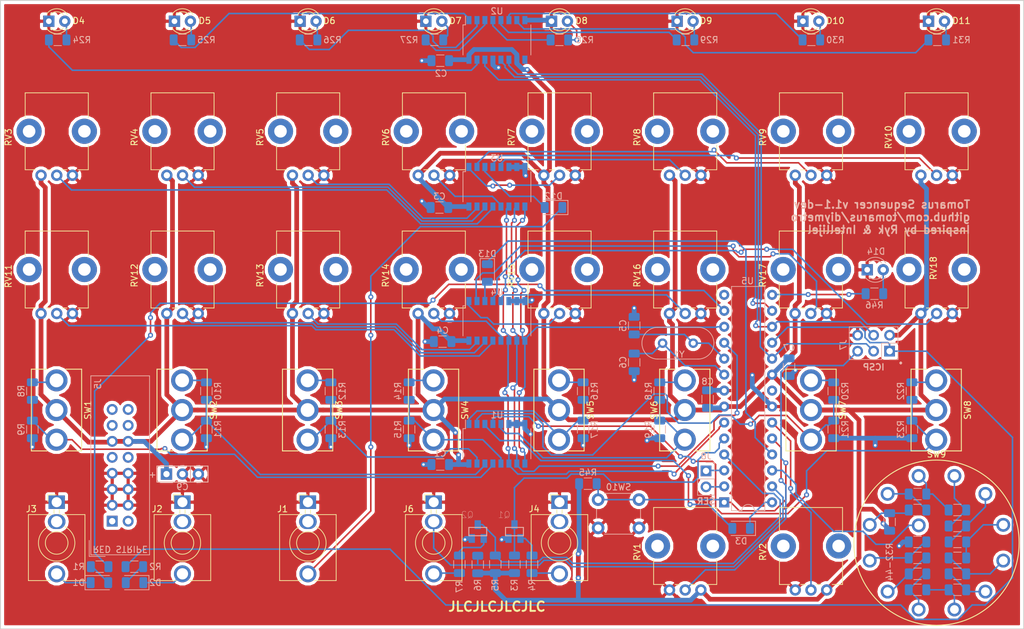
<source format=kicad_pcb>
(kicad_pcb (version 20171130) (host pcbnew 5.0.2+dfsg1-1~bpo9+1)
  (layers (0 F.Cu signal) (31 B.Cu signal) (34 B.Paste user hide) (35 F.Paste user hide) (36 B.SilkS user) (37 F.SilkS user) (38 B.Mask user hide) (39 F.Mask user hide) (44 Edge.Cuts user))
  (net 0 "")
  (net 1 GND)
  (net 2 S0)
  (net 3 S1)
  (net 4 S2)
  (net 5 SCLK)
  (net 6 RCLK)
  (net 7 SER)
  (net 8 +5V)
  (net 9 "Net-(D2-Pad2)")
  (net 10 CINSW)
  (net 11 "Net-(D1-Pad2)")
  (net 12 "Net-(R24-Pad1)")
  (net 13 "Net-(D4-Pad2)")
  (net 14 "Net-(D5-Pad2)")
  (net 15 "Net-(D6-Pad2)")
  (net 16 "Net-(D7-Pad2)")
  (net 17 "Net-(D8-Pad2)")
  (net 18 "Net-(D9-Pad2)")
  (net 19 "Net-(D10-Pad2)")
  (net 20 "Net-(D11-Pad2)")
  (net 21 PIN_CLKPOT)
  (net 22 PIN_GATEPOT)
  (net 23 PIN_GATEOUT)
  (net 24 PIN_CVOUT)
  (net 25 "Net-(D3-Pad2)")
  (net 26 /AP_CLK_IN)
  (net 27 /AP_RST_IN)
  (net 28 RA)
  (net 29 SA)
  (net 30 /AP_CLK_OUT)
  (net 31 /AP_GATE_OUT)
  (net 32 "Net-(D12-Pad2)")
  (net 33 "Net-(D13-Pad2)")
  (net 34 "Net-(J1-PadTN)")
  (net 35 "Net-(J2-PadTN)")
  (net 36 "Net-(J3-PadTN)")
  (net 37 "Net-(J4-PadT)")
  (net 38 "Net-(J4-PadTN)")
  (net 39 "Net-(J5-Pad1)")
  (net 40 "Net-(J5-Pad2)")
  (net 41 "Net-(J5-Pad9)")
  (net 42 "Net-(J5-Pad10)")
  (net 43 "Net-(J5-Pad13)")
  (net 44 "Net-(J5-Pad14)")
  (net 45 "Net-(J5-Pad15)")
  (net 46 "Net-(J5-Pad16)")
  (net 47 "Net-(R8-Pad2)")
  (net 48 "Net-(R10-Pad2)")
  (net 49 "Net-(R12-Pad2)")
  (net 50 "Net-(R14-Pad2)")
  (net 51 "Net-(R16-Pad2)")
  (net 52 "Net-(R18-Pad2)")
  (net 53 "Net-(R20-Pad2)")
  (net 54 "Net-(R22-Pad2)")
  (net 55 "Net-(R25-Pad1)")
  (net 56 "Net-(R26-Pad1)")
  (net 57 "Net-(R27-Pad1)")
  (net 58 "Net-(R28-Pad1)")
  (net 59 "Net-(R29-Pad1)")
  (net 60 "Net-(R30-Pad1)")
  (net 61 "Net-(R31-Pad1)")
  (net 62 "Net-(R32-Pad1)")
  (net 63 "Net-(R33-Pad1)")
  (net 64 "Net-(R34-Pad1)")
  (net 65 "Net-(R35-Pad1)")
  (net 66 "Net-(R36-Pad1)")
  (net 67 "Net-(R37-Pad1)")
  (net 68 "Net-(R38-Pad1)")
  (net 69 "Net-(R39-Pad1)")
  (net 70 "Net-(R40-Pad1)")
  (net 71 "Net-(R41-Pad1)")
  (net 72 "Net-(R42-Pad1)")
  (net 73 "Net-(R43-Pad1)")
  (net 74 "/CV Pots/A0")
  (net 75 "/CV Pots/A1")
  (net 76 "/CV Pots/A2")
  (net 77 "/CV Pots/A3")
  (net 78 "/CV Pots/A4")
  (net 79 "/CV Pots/A5")
  (net 80 "/CV Pots/A6")
  (net 81 "/CV Pots/A7")
  (net 82 "Net-(U2-Pad9)")
  (net 83 /Switches/SW0)
  (net 84 /Switches/SW1)
  (net 85 /Switches/SW2)
  (net 86 /Switches/SW3)
  (net 87 /Switches/SW4)
  (net 88 /Switches/SW5)
  (net 89 /Switches/SW6)
  (net 90 /Switches/SW7)
  (net 91 "/Gate Pots/GA0")
  (net 92 "/Gate Pots/GA1")
  (net 93 "/Gate Pots/GA2")
  (net 94 "/Gate Pots/GA3")
  (net 95 "/Gate Pots/GA4")
  (net 96 "/Gate Pots/GA5")
  (net 97 "/Gate Pots/GA6")
  (net 98 "/Gate Pots/GA7")
  (net 99 "Net-(C5-Pad2)")
  (net 100 /ICSP_MISO)
  (net 101 /ICSP_RST)
  (net 102 "Net-(R1-Pad1)")
  (net 103 "Net-(U5-Pad21)")
  (net 104 "Net-(U5-Pad14)")
  (net 105 "Net-(C6-Pad2)")
  (net 106 "Net-(D14-Pad2)")
  (net 107 "Net-(R46-Pad1)")
  (net 108 "Net-(J8-Pad1)")
  (net 109 "Net-(J8-Pad2)")
  (net 110 "Net-(Q1-Pad1)")
  (net 111 "Net-(Q2-Pad1)")
  (net 112 "Net-(J6-PadT)")
  (module MMBT2222A:SOT23 (layer B.Cu) (at 153.67 123.444 180)
    (fp_text reference Q1 (at 1.65211 2.66879 180) (layer B.SilkS) (effects (font (size 1.00067 1.00067) (thickness 0.05)) (justify mirror)))
    (fp_text value MMBT2222A hide)
    (pad 3 smd rect (at 0 1.1 180) (size 1 1.4) (layers B.Cu B.Paste B.Mask) (net 27 /AP_RST_IN))
    (pad 2 smd rect (at 0.95 -1.1 180) (size 1 1.4) (layers B.Cu B.Paste B.Mask) (net 1 GND))
    (pad 1 smd rect (at -0.95 -1.1 180) (size 1 1.4) (layers B.Cu B.Paste B.Mask) (net 110 "Net-(Q1-Pad1)"))
  )
  (module Package_SO:SOP-16_4.4x10.4mm_P1.27mm (layer B.Cu) (at 150.876 109.474 270)
    (fp_text reference U1 (at -4.572 0) (layer B.SilkS) (effects (justify mirror)))
    (fp_text value 74HC4051)
    (pad 1 smd rect (at -3.15 4.45 270) (size 1.3 0.8) (layers B.Cu B.Paste B.Mask) (net 87 /Switches/SW4))
    (pad 2 smd rect (at -3.15 3.17 270) (size 1.3 0.8) (layers B.Cu B.Paste B.Mask) (net 89 /Switches/SW6))
    (pad 3 smd rect (at -3.15 1.91 270) (size 1.3 0.8) (layers B.Cu B.Paste B.Mask) (net 25 "Net-(D3-Pad2)"))
    (pad 4 smd rect (at -3.15 0.64 270) (size 1.3 0.8) (layers B.Cu B.Paste B.Mask) (net 90 /Switches/SW7))
    (pad 5 smd rect (at -3.15 -0.64 270) (size 1.3 0.8) (layers B.Cu B.Paste B.Mask) (net 88 /Switches/SW5))
    (pad 6 smd rect (at -3.15 -1.91 270) (size 1.3 0.8) (layers B.Cu B.Paste B.Mask) (net 1 GND))
    (pad 7 smd rect (at -3.15 -3.17 270) (size 1.3 0.8) (layers B.Cu B.Paste B.Mask) (net 1 GND))
    (pad 8 smd rect (at -3.15 -4.45 270) (size 1.3 0.8) (layers B.Cu B.Paste B.Mask) (net 1 GND))
    (pad 9 smd rect (at 3.15 -4.45 270) (size 1.3 0.8) (layers B.Cu B.Paste B.Mask) (net 4 S2))
    (pad 10 smd rect (at 3.15 -3.17 270) (size 1.3 0.8) (layers B.Cu B.Paste B.Mask) (net 3 S1))
    (pad 11 smd rect (at 3.15 -1.91 270) (size 1.3 0.8) (layers B.Cu B.Paste B.Mask) (net 2 S0))
    (pad 12 smd rect (at 3.15 -0.64 270) (size 1.3 0.8) (layers B.Cu B.Paste B.Mask) (net 86 /Switches/SW3))
    (pad 13 smd rect (at 3.15 0.64 270) (size 1.3 0.8) (layers B.Cu B.Paste B.Mask) (net 83 /Switches/SW0))
    (pad 14 smd rect (at 3.15 1.91 270) (size 1.3 0.8) (layers B.Cu B.Paste B.Mask) (net 84 /Switches/SW1))
    (pad 15 smd rect (at 3.15 3.17 270) (size 1.3 0.8) (layers B.Cu B.Paste B.Mask) (net 85 /Switches/SW2))
    (pad 16 smd rect (at 3.15 4.45 270) (size 1.3 0.8) (layers B.Cu B.Paste B.Mask) (net 8 +5V))
  )
  (module Resistor_SMD:R_1206_3216Metric (layer B.Cu) (at 87.6665 129.032 180)
    (fp_text reference R1 (at 3.3385 0 180) (layer B.SilkS) (effects (justify mirror)))
    (fp_text value 1K)
    (pad 2 smd roundrect (at 1.4 0 180) (size 1.25 1.75) (layers B.Cu B.Paste B.Mask) (roundrect_rratio 0.2) (net 11 "Net-(D1-Pad2)"))
    (pad 1 smd roundrect (at -1.4 0 180) (size 1.25 1.75) (layers B.Cu B.Paste B.Mask) (roundrect_rratio 0.2) (net 102 "Net-(R1-Pad1)"))
  )
  (module Resistor_SMD:R_1206_3216Metric (layer B.Cu) (at 93.1815 129.032)
    (fp_text reference R2 (at 3.3385 0) (layer B.SilkS) (effects (justify mirror)))
    (fp_text value 1K)
    (pad 2 smd roundrect (at 1.4 0) (size 1.25 1.75) (layers B.Cu B.Paste B.Mask) (roundrect_rratio 0.2) (net 9 "Net-(D2-Pad2)"))
    (pad 1 smd roundrect (at -1.4 0) (size 1.25 1.75) (layers B.Cu B.Paste B.Mask) (roundrect_rratio 0.2) (net 100 /ICSP_MISO))
  )
  (module Resistor_SMD:R_1206_3216Metric (layer B.Cu) (at 153.67 128.651 90)
    (fp_text reference R3 (at -3.302 0 90) (layer B.SilkS) (effects (justify mirror)))
    (fp_text value 10K)
    (pad 2 smd roundrect (at 1.4 0 90) (size 1.25 1.75) (layers B.Cu B.Paste B.Mask) (roundrect_rratio 0.2) (net 27 /AP_RST_IN))
    (pad 1 smd roundrect (at -1.4 0 90) (size 1.25 1.75) (layers B.Cu B.Paste B.Mask) (roundrect_rratio 0.2) (net 8 +5V))
  )
  (module Resistor_SMD:R_1206_3216Metric (layer B.Cu) (at 156.464 128.651 270)
    (fp_text reference R4 (at 3.302 0 270) (layer B.SilkS) (effects (justify mirror)))
    (fp_text value 100K)
    (pad 2 smd roundrect (at 1.4 0 270) (size 1.25 1.75) (layers B.Cu B.Paste B.Mask) (roundrect_rratio 0.2) (net 37 "Net-(J4-PadT)"))
    (pad 1 smd roundrect (at -1.4 0 270) (size 1.25 1.75) (layers B.Cu B.Paste B.Mask) (roundrect_rratio 0.2) (net 110 "Net-(Q1-Pad1)"))
  )
  (module Resistor_SMD:R_1206_3216Metric (layer B.Cu) (at 150.622 128.651 90)
    (fp_text reference R5 (at -3.302 0 90) (layer B.SilkS) (effects (justify mirror)))
    (fp_text value 10K)
    (pad 2 smd roundrect (at 1.4 0 90) (size 1.25 1.75) (layers B.Cu B.Paste B.Mask) (roundrect_rratio 0.2) (net 26 /AP_CLK_IN))
    (pad 1 smd roundrect (at -1.4 0 90) (size 1.25 1.75) (layers B.Cu B.Paste B.Mask) (roundrect_rratio 0.2) (net 8 +5V))
  )
  (module Resistor_SMD:R_1206_3216Metric (layer B.Cu) (at 147.828 128.6875 90)
    (fp_text reference R6 (at -3.2655 0 90) (layer B.SilkS) (effects (justify mirror)))
    (fp_text value 1M)
    (pad 2 smd roundrect (at 1.4 0 90) (size 1.25 1.75) (layers B.Cu B.Paste B.Mask) (roundrect_rratio 0.2) (net 10 CINSW))
    (pad 1 smd roundrect (at -1.4 0 90) (size 1.25 1.75) (layers B.Cu B.Paste B.Mask) (roundrect_rratio 0.2) (net 8 +5V))
  )
  (module Resistor_SMD:R_1206_3216Metric (layer B.Cu) (at 144.907 128.651 270)
    (fp_text reference R7 (at 3.556 0 270) (layer B.SilkS) (effects (justify mirror)))
    (fp_text value 100K)
    (pad 2 smd roundrect (at 1.4 0 270) (size 1.25 1.75) (layers B.Cu B.Paste B.Mask) (roundrect_rratio 0.2) (net 112 "Net-(J6-PadT)"))
    (pad 1 smd roundrect (at -1.4 0 270) (size 1.25 1.75) (layers B.Cu B.Paste B.Mask) (roundrect_rratio 0.2) (net 111 "Net-(Q2-Pad1)"))
  )
  (module Resistor_SMD:R_1206_3216Metric (layer B.Cu) (at 76.962 101.092 90)
    (fp_text reference R8 (at 0 -1.778 90) (layer B.SilkS) (effects (justify mirror)))
    (fp_text value 1K)
    (pad 2 smd roundrect (at 1.4 0 90) (size 1.25 1.75) (layers B.Cu B.Paste B.Mask) (roundrect_rratio 0.2) (net 47 "Net-(R8-Pad2)"))
    (pad 1 smd roundrect (at -1.4 0 90) (size 1.25 1.75) (layers B.Cu B.Paste B.Mask) (roundrect_rratio 0.2) (net 83 /Switches/SW0))
  )
  (module Resistor_SMD:R_1206_3216Metric (layer B.Cu) (at 76.962 107.188 90)
    (fp_text reference R9 (at 0 -1.778 90) (layer B.SilkS) (effects (justify mirror)))
    (fp_text value 1K)
    (pad 2 smd roundrect (at 1.4 0 90) (size 1.25 1.75) (layers B.Cu B.Paste B.Mask) (roundrect_rratio 0.2) (net 83 /Switches/SW0))
    (pad 1 smd roundrect (at -1.4 0 90) (size 1.25 1.75) (layers B.Cu B.Paste B.Mask) (roundrect_rratio 0.2) (net 1 GND))
  )
  (module Resistor_SMD:R_1206_3216Metric (layer B.Cu) (at 104.648 101.092 90)
    (fp_text reference R10 (at 0 1.82 90) (layer B.SilkS) (effects (justify mirror)))
    (fp_text value 1K)
    (pad 2 smd roundrect (at 1.4 0 90) (size 1.25 1.75) (layers B.Cu B.Paste B.Mask) (roundrect_rratio 0.2) (net 48 "Net-(R10-Pad2)"))
    (pad 1 smd roundrect (at -1.4 0 90) (size 1.25 1.75) (layers B.Cu B.Paste B.Mask) (roundrect_rratio 0.2) (net 84 /Switches/SW1))
  )
  (module Resistor_SMD:R_1206_3216Metric (layer B.Cu) (at 104.648 107.188 90)
    (fp_text reference R11 (at 0 1.82 90) (layer B.SilkS) (effects (justify mirror)))
    (fp_text value 1K)
    (pad 2 smd roundrect (at 1.4 0 90) (size 1.25 1.75) (layers B.Cu B.Paste B.Mask) (roundrect_rratio 0.2) (net 84 /Switches/SW1))
    (pad 1 smd roundrect (at -1.4 0 90) (size 1.25 1.75) (layers B.Cu B.Paste B.Mask) (roundrect_rratio 0.2) (net 1 GND))
  )
  (module Resistor_SMD:R_1206_3216Metric (layer B.Cu) (at 124.46 101.092 90)
    (fp_text reference R12 (at 0 1.82 90) (layer B.SilkS) (effects (justify mirror)))
    (fp_text value 1K)
    (pad 2 smd roundrect (at 1.4 0 90) (size 1.25 1.75) (layers B.Cu B.Paste B.Mask) (roundrect_rratio 0.2) (net 49 "Net-(R12-Pad2)"))
    (pad 1 smd roundrect (at -1.4 0 90) (size 1.25 1.75) (layers B.Cu B.Paste B.Mask) (roundrect_rratio 0.2) (net 85 /Switches/SW2))
  )
  (module Resistor_SMD:R_1206_3216Metric (layer B.Cu) (at 124.46 107.188 90)
    (fp_text reference R13 (at 0 1.82 90) (layer B.SilkS) (effects (justify mirror)))
    (fp_text value 1K)
    (pad 2 smd roundrect (at 1.4 0 90) (size 1.25 1.75) (layers B.Cu B.Paste B.Mask) (roundrect_rratio 0.2) (net 85 /Switches/SW2))
    (pad 1 smd roundrect (at -1.4 0 90) (size 1.25 1.75) (layers B.Cu B.Paste B.Mask) (roundrect_rratio 0.2) (net 1 GND))
  )
  (module Resistor_SMD:R_1206_3216Metric (layer B.Cu) (at 136.906 101.092 90)
    (fp_text reference R14 (at 0 -1.778 90) (layer B.SilkS) (effects (justify mirror)))
    (fp_text value 1K)
    (pad 2 smd roundrect (at 1.4 0 90) (size 1.25 1.75) (layers B.Cu B.Paste B.Mask) (roundrect_rratio 0.2) (net 50 "Net-(R14-Pad2)"))
    (pad 1 smd roundrect (at -1.4 0 90) (size 1.25 1.75) (layers B.Cu B.Paste B.Mask) (roundrect_rratio 0.2) (net 86 /Switches/SW3))
  )
  (module Resistor_SMD:R_1206_3216Metric (layer B.Cu) (at 136.906 107.188 90)
    (fp_text reference R15 (at 0 -1.778 90) (layer B.SilkS) (effects (justify mirror)))
    (fp_text value 1K)
    (pad 2 smd roundrect (at 1.4 0 90) (size 1.25 1.75) (layers B.Cu B.Paste B.Mask) (roundrect_rratio 0.2) (net 86 /Switches/SW3))
    (pad 1 smd roundrect (at -1.4 0 90) (size 1.25 1.75) (layers B.Cu B.Paste B.Mask) (roundrect_rratio 0.2) (net 1 GND))
  )
  (module Resistor_SMD:R_1206_3216Metric (layer B.Cu) (at 164.592 101.092 90)
    (fp_text reference R16 (at 0 1.82 90) (layer B.SilkS) (effects (justify mirror)))
    (fp_text value 1K)
    (pad 2 smd roundrect (at 1.4 0 90) (size 1.25 1.75) (layers B.Cu B.Paste B.Mask) (roundrect_rratio 0.2) (net 51 "Net-(R16-Pad2)"))
    (pad 1 smd roundrect (at -1.4 0 90) (size 1.25 1.75) (layers B.Cu B.Paste B.Mask) (roundrect_rratio 0.2) (net 87 /Switches/SW4))
  )
  (module Resistor_SMD:R_1206_3216Metric (layer B.Cu) (at 164.592 107.188 90)
    (fp_text reference R17 (at 0 1.82 90) (layer B.SilkS) (effects (justify mirror)))
    (fp_text value 1K)
    (pad 2 smd roundrect (at 1.4 0 90) (size 1.25 1.75) (layers B.Cu B.Paste B.Mask) (roundrect_rratio 0.2) (net 87 /Switches/SW4))
    (pad 1 smd roundrect (at -1.4 0 90) (size 1.25 1.75) (layers B.Cu B.Paste B.Mask) (roundrect_rratio 0.2) (net 1 GND))
  )
  (module Resistor_SMD:R_1206_3216Metric (layer B.Cu) (at 176.784 101.092 90)
    (fp_text reference R18 (at 0 -1.778 90) (layer B.SilkS) (effects (justify mirror)))
    (fp_text value 1K)
    (pad 2 smd roundrect (at 1.4 0 90) (size 1.25 1.75) (layers B.Cu B.Paste B.Mask) (roundrect_rratio 0.2) (net 52 "Net-(R18-Pad2)"))
    (pad 1 smd roundrect (at -1.4 0 90) (size 1.25 1.75) (layers B.Cu B.Paste B.Mask) (roundrect_rratio 0.2) (net 88 /Switches/SW5))
  )
  (module Resistor_SMD:R_1206_3216Metric (layer B.Cu) (at 176.784 107.188 90)
    (fp_text reference R19 (at 0 -1.778 90) (layer B.SilkS) (effects (justify mirror)))
    (fp_text value 1K)
    (pad 2 smd roundrect (at 1.4 0 90) (size 1.25 1.75) (layers B.Cu B.Paste B.Mask) (roundrect_rratio 0.2) (net 88 /Switches/SW5))
    (pad 1 smd roundrect (at -1.4 0 90) (size 1.25 1.75) (layers B.Cu B.Paste B.Mask) (roundrect_rratio 0.2) (net 1 GND))
  )
  (module Resistor_SMD:R_1206_3216Metric (layer B.Cu) (at 204.47 101.092 90)
    (fp_text reference R20 (at 0 1.82 90) (layer B.SilkS) (effects (justify mirror)))
    (fp_text value 1K)
    (pad 2 smd roundrect (at 1.4 0 90) (size 1.25 1.75) (layers B.Cu B.Paste B.Mask) (roundrect_rratio 0.2) (net 53 "Net-(R20-Pad2)"))
    (pad 1 smd roundrect (at -1.4 0 90) (size 1.25 1.75) (layers B.Cu B.Paste B.Mask) (roundrect_rratio 0.2) (net 89 /Switches/SW6))
  )
  (module Resistor_SMD:R_1206_3216Metric (layer B.Cu) (at 204.47 107.188 90)
    (fp_text reference R21 (at 0 1.82 90) (layer B.SilkS) (effects (justify mirror)))
    (fp_text value 1K)
    (pad 2 smd roundrect (at 1.4 0 90) (size 1.25 1.75) (layers B.Cu B.Paste B.Mask) (roundrect_rratio 0.2) (net 89 /Switches/SW6))
    (pad 1 smd roundrect (at -1.4 0 90) (size 1.25 1.75) (layers B.Cu B.Paste B.Mask) (roundrect_rratio 0.2) (net 1 GND))
  )
  (module Resistor_SMD:R_1206_3216Metric (layer B.Cu) (at 216.916 101.092 90)
    (fp_text reference R22 (at 0 -1.778 90) (layer B.SilkS) (effects (justify mirror)))
    (fp_text value 1K)
    (pad 2 smd roundrect (at 1.4 0 90) (size 1.25 1.75) (layers B.Cu B.Paste B.Mask) (roundrect_rratio 0.2) (net 54 "Net-(R22-Pad2)"))
    (pad 1 smd roundrect (at -1.4 0 90) (size 1.25 1.75) (layers B.Cu B.Paste B.Mask) (roundrect_rratio 0.2) (net 90 /Switches/SW7))
  )
  (module Resistor_SMD:R_1206_3216Metric (layer B.Cu) (at 216.916 107.188 90)
    (fp_text reference R23 (at 0 -1.778 90) (layer B.SilkS) (effects (justify mirror)))
    (fp_text value 1K)
    (pad 2 smd roundrect (at 1.4 0 90) (size 1.25 1.75) (layers B.Cu B.Paste B.Mask) (roundrect_rratio 0.2) (net 90 /Switches/SW7))
    (pad 1 smd roundrect (at -1.4 0 90) (size 1.25 1.75) (layers B.Cu B.Paste B.Mask) (roundrect_rratio 0.2) (net 1 GND))
  )
  (module Resistor_SMD:R_1206_3216Metric (layer B.Cu) (at 80.9895 45.212)
    (fp_text reference R24 (at 3.8465 0) (layer B.SilkS) (effects (justify mirror)))
    (fp_text value 220)
    (pad 2 smd roundrect (at 1.4 0) (size 1.25 1.75) (layers B.Cu B.Paste B.Mask) (roundrect_rratio 0.2) (net 13 "Net-(D4-Pad2)"))
    (pad 1 smd roundrect (at -1.4 0) (size 1.25 1.75) (layers B.Cu B.Paste B.Mask) (roundrect_rratio 0.2) (net 12 "Net-(R24-Pad1)"))
  )
  (module Resistor_SMD:R_1206_3216Metric (layer B.Cu) (at 100.838 45.212)
    (fp_text reference R25 (at 3.81 0) (layer B.SilkS) (effects (justify mirror)))
    (fp_text value 220)
    (pad 2 smd roundrect (at 1.4 0) (size 1.25 1.75) (layers B.Cu B.Paste B.Mask) (roundrect_rratio 0.2) (net 14 "Net-(D5-Pad2)"))
    (pad 1 smd roundrect (at -1.4 0) (size 1.25 1.75) (layers B.Cu B.Paste B.Mask) (roundrect_rratio 0.2) (net 55 "Net-(R25-Pad1)"))
  )
  (module Resistor_SMD:R_1206_3216Metric (layer B.Cu) (at 120.904 45.212)
    (fp_text reference R26 (at 3.81 0) (layer B.SilkS) (effects (justify mirror)))
    (fp_text value 220)
    (pad 2 smd roundrect (at 1.4 0) (size 1.25 1.75) (layers B.Cu B.Paste B.Mask) (roundrect_rratio 0.2) (net 15 "Net-(D6-Pad2)"))
    (pad 1 smd roundrect (at -1.4 0) (size 1.25 1.75) (layers B.Cu B.Paste B.Mask) (roundrect_rratio 0.2) (net 56 "Net-(R26-Pad1)"))
  )
  (module Resistor_SMD:R_1206_3216Metric (layer B.Cu) (at 140.9335 45.212)
    (fp_text reference R27 (at -4.0275 0) (layer B.SilkS) (effects (justify mirror)))
    (fp_text value 220)
    (pad 2 smd roundrect (at 1.4 0) (size 1.25 1.75) (layers B.Cu B.Paste B.Mask) (roundrect_rratio 0.2) (net 16 "Net-(D7-Pad2)"))
    (pad 1 smd roundrect (at -1.4 0) (size 1.25 1.75) (layers B.Cu B.Paste B.Mask) (roundrect_rratio 0.2) (net 57 "Net-(R27-Pad1)"))
  )
  (module Resistor_SMD:R_1206_3216Metric (layer B.Cu) (at 160.8185 45.212)
    (fp_text reference R28 (at 4.0275 0) (layer B.SilkS) (effects (justify mirror)))
    (fp_text value 220)
    (pad 2 smd roundrect (at 1.4 0) (size 1.25 1.75) (layers B.Cu B.Paste B.Mask) (roundrect_rratio 0.2) (net 17 "Net-(D8-Pad2)"))
    (pad 1 smd roundrect (at -1.4 0) (size 1.25 1.75) (layers B.Cu B.Paste B.Mask) (roundrect_rratio 0.2) (net 58 "Net-(R28-Pad1)"))
  )
  (module Resistor_SMD:R_1206_3216Metric (layer B.Cu) (at 180.8845 45.212)
    (fp_text reference R29 (at 3.7735 0) (layer B.SilkS) (effects (justify mirror)))
    (fp_text value 220)
    (pad 2 smd roundrect (at 1.4 0) (size 1.25 1.75) (layers B.Cu B.Paste B.Mask) (roundrect_rratio 0.2) (net 18 "Net-(D9-Pad2)"))
    (pad 1 smd roundrect (at -1.4 0) (size 1.25 1.75) (layers B.Cu B.Paste B.Mask) (roundrect_rratio 0.2) (net 59 "Net-(R29-Pad1)"))
  )
  (module Resistor_SMD:R_1206_3216Metric (layer B.Cu) (at 200.914 45.212)
    (fp_text reference R30 (at 3.81 0) (layer B.SilkS) (effects (justify mirror)))
    (fp_text value 220)
    (pad 2 smd roundrect (at 1.4 0) (size 1.25 1.75) (layers B.Cu B.Paste B.Mask) (roundrect_rratio 0.2) (net 19 "Net-(D10-Pad2)"))
    (pad 1 smd roundrect (at -1.4 0) (size 1.25 1.75) (layers B.Cu B.Paste B.Mask) (roundrect_rratio 0.2) (net 60 "Net-(R30-Pad1)"))
  )
  (module Resistor_SMD:R_1206_3216Metric (layer B.Cu) (at 220.9435 45.212)
    (fp_text reference R31 (at 3.8465 0) (layer B.SilkS) (effects (justify mirror)))
    (fp_text value 220)
    (pad 2 smd roundrect (at 1.4 0) (size 1.25 1.75) (layers B.Cu B.Paste B.Mask) (roundrect_rratio 0.2) (net 20 "Net-(D11-Pad2)"))
    (pad 1 smd roundrect (at -1.4 0) (size 1.25 1.75) (layers B.Cu B.Paste B.Mask) (roundrect_rratio 0.2) (net 61 "Net-(R31-Pad1)"))
  )
  (module Resistor_SMD:R_1206_3216Metric (layer B.Cu) (at 213.36 121.92 270)
    (fp_text reference R32 hide)
    (fp_text value 1K)
    (pad 2 smd roundrect (at 1.4 0 270) (size 1.25 1.75) (layers B.Cu B.Paste B.Mask) (roundrect_rratio 0.2) (net 8 +5V))
    (pad 1 smd roundrect (at -1.4 0 270) (size 1.25 1.75) (layers B.Cu B.Paste B.Mask) (roundrect_rratio 0.2) (net 62 "Net-(R32-Pad1)"))
  )
  (module Resistor_SMD:R_1206_3216Metric (layer B.Cu) (at 217.805 120.015 180)
    (fp_text reference R33 hide)
    (fp_text value 1K)
    (pad 2 smd roundrect (at 1.4 0 180) (size 1.25 1.75) (layers B.Cu B.Paste B.Mask) (roundrect_rratio 0.2) (net 62 "Net-(R32-Pad1)"))
    (pad 1 smd roundrect (at -1.4 0 180) (size 1.25 1.75) (layers B.Cu B.Paste B.Mask) (roundrect_rratio 0.2) (net 63 "Net-(R33-Pad1)"))
  )
  (module Resistor_SMD:R_1206_3216Metric (layer B.Cu) (at 217.805 117.475 180)
    (fp_text reference R34 hide)
    (fp_text value 1K)
    (pad 2 smd roundrect (at 1.4 0 180) (size 1.25 1.75) (layers B.Cu B.Paste B.Mask) (roundrect_rratio 0.2) (net 63 "Net-(R33-Pad1)"))
    (pad 1 smd roundrect (at -1.4 0 180) (size 1.25 1.75) (layers B.Cu B.Paste B.Mask) (roundrect_rratio 0.2) (net 64 "Net-(R34-Pad1)"))
  )
  (module Resistor_SMD:R_1206_3216Metric (layer B.Cu) (at 224.155 120.015 180)
    (fp_text reference R35 hide)
    (fp_text value 1K)
    (pad 2 smd roundrect (at 1.4 0 180) (size 1.25 1.75) (layers B.Cu B.Paste B.Mask) (roundrect_rratio 0.2) (net 64 "Net-(R34-Pad1)"))
    (pad 1 smd roundrect (at -1.4 0 180) (size 1.25 1.75) (layers B.Cu B.Paste B.Mask) (roundrect_rratio 0.2) (net 65 "Net-(R35-Pad1)"))
  )
  (module Resistor_SMD:R_1206_3216Metric (layer B.Cu) (at 224.155 122.555 180)
    (fp_text reference R36 hide)
    (fp_text value 1K)
    (pad 2 smd roundrect (at 1.4 0 180) (size 1.25 1.75) (layers B.Cu B.Paste B.Mask) (roundrect_rratio 0.2) (net 65 "Net-(R35-Pad1)"))
    (pad 1 smd roundrect (at -1.4 0 180) (size 1.25 1.75) (layers B.Cu B.Paste B.Mask) (roundrect_rratio 0.2) (net 66 "Net-(R36-Pad1)"))
  )
  (module Resistor_SMD:R_1206_3216Metric (layer B.Cu) (at 224.155 125.095 180)
    (fp_text reference R37 hide)
    (fp_text value 1K)
    (pad 2 smd roundrect (at 1.4 0 180) (size 1.25 1.75) (layers B.Cu B.Paste B.Mask) (roundrect_rratio 0.2) (net 66 "Net-(R36-Pad1)"))
    (pad 1 smd roundrect (at -1.4 0 180) (size 1.25 1.75) (layers B.Cu B.Paste B.Mask) (roundrect_rratio 0.2) (net 67 "Net-(R37-Pad1)"))
  )
  (module Resistor_SMD:R_1206_3216Metric (layer B.Cu) (at 224.155 127.635)
    (fp_text reference R38 hide)
    (fp_text value 1K)
    (pad 2 smd roundrect (at 1.4 0) (size 1.25 1.75) (layers B.Cu B.Paste B.Mask) (roundrect_rratio 0.2) (net 67 "Net-(R37-Pad1)"))
    (pad 1 smd roundrect (at -1.4 0) (size 1.25 1.75) (layers B.Cu B.Paste B.Mask) (roundrect_rratio 0.2) (net 68 "Net-(R38-Pad1)"))
  )
  (module Resistor_SMD:R_1206_3216Metric (layer B.Cu) (at 224.155 130.175)
    (fp_text reference R39 hide)
    (fp_text value 1K)
    (pad 2 smd roundrect (at 1.4 0) (size 1.25 1.75) (layers B.Cu B.Paste B.Mask) (roundrect_rratio 0.2) (net 68 "Net-(R38-Pad1)"))
    (pad 1 smd roundrect (at -1.4 0) (size 1.25 1.75) (layers B.Cu B.Paste B.Mask) (roundrect_rratio 0.2) (net 69 "Net-(R39-Pad1)"))
  )
  (module Resistor_SMD:R_1206_3216Metric (layer B.Cu) (at 224.155 132.715)
    (fp_text reference R40 hide)
    (fp_text value 1K)
    (pad 2 smd roundrect (at 1.4 0) (size 1.25 1.75) (layers B.Cu B.Paste B.Mask) (roundrect_rratio 0.2) (net 69 "Net-(R39-Pad1)"))
    (pad 1 smd roundrect (at -1.4 0) (size 1.25 1.75) (layers B.Cu B.Paste B.Mask) (roundrect_rratio 0.2) (net 70 "Net-(R40-Pad1)"))
  )
  (module Resistor_SMD:R_1206_3216Metric (layer B.Cu) (at 217.805 132.715)
    (fp_text reference R41 hide)
    (fp_text value 1K)
    (pad 2 smd roundrect (at 1.4 0) (size 1.25 1.75) (layers B.Cu B.Paste B.Mask) (roundrect_rratio 0.2) (net 70 "Net-(R40-Pad1)"))
    (pad 1 smd roundrect (at -1.4 0) (size 1.25 1.75) (layers B.Cu B.Paste B.Mask) (roundrect_rratio 0.2) (net 71 "Net-(R41-Pad1)"))
  )
  (module Resistor_SMD:R_1206_3216Metric (layer B.Cu) (at 217.805 130.175)
    (fp_text reference R42 hide)
    (fp_text value 1K)
    (pad 2 smd roundrect (at 1.4 0) (size 1.25 1.75) (layers B.Cu B.Paste B.Mask) (roundrect_rratio 0.2) (net 71 "Net-(R41-Pad1)"))
    (pad 1 smd roundrect (at -1.4 0) (size 1.25 1.75) (layers B.Cu B.Paste B.Mask) (roundrect_rratio 0.2) (net 72 "Net-(R42-Pad1)"))
  )
  (module Resistor_SMD:R_1206_3216Metric (layer B.Cu) (at 217.805 127.635)
    (fp_text reference R43 hide)
    (fp_text value 1K)
    (pad 2 smd roundrect (at 1.4 0) (size 1.25 1.75) (layers B.Cu B.Paste B.Mask) (roundrect_rratio 0.2) (net 72 "Net-(R42-Pad1)"))
    (pad 1 smd roundrect (at -1.4 0) (size 1.25 1.75) (layers B.Cu B.Paste B.Mask) (roundrect_rratio 0.2) (net 73 "Net-(R43-Pad1)"))
  )
  (module Resistor_SMD:R_1206_3216Metric (layer B.Cu) (at 217.805 125.095)
    (fp_text reference R44 hide)
    (fp_text value 1K)
    (pad 2 smd roundrect (at 1.4 0) (size 1.25 1.75) (layers B.Cu B.Paste B.Mask) (roundrect_rratio 0.2) (net 73 "Net-(R43-Pad1)"))
    (pad 1 smd roundrect (at -1.4 0) (size 1.25 1.75) (layers B.Cu B.Paste B.Mask) (roundrect_rratio 0.2) (net 1 GND))
  )
  (module Resistor_SMD:R_1206_3216Metric (layer B.Cu) (at 165.354 115.824)
    (fp_text reference R45 (at 0 -1.778) (layer B.SilkS) (effects (justify mirror)))
    (fp_text value 10k)
    (pad 2 smd roundrect (at 1.4 0) (size 1.25 1.75) (layers B.Cu B.Paste B.Mask) (roundrect_rratio 0.2) (net 101 /ICSP_RST))
    (pad 1 smd roundrect (at -1.4 0) (size 1.25 1.75) (layers B.Cu B.Paste B.Mask) (roundrect_rratio 0.2) (net 8 +5V))
  )
  (module Tomarus:SPDT_Switch_4.72mm (layer F.Cu) (at 80.7974 104.108 270)
    (fp_text reference SW1 (at 0 -5 270) (layer F.SilkS))
    (fp_text value SW_SPDT_MSM)
    (pad 3 thru_hole circle (at 4.72 0 270) (size 3.5 3.5) (drill 2.2) (layers *.Cu *.Mask) (net 83 /Switches/SW0))
    (pad 1 thru_hole circle (at -4.72 0 270) (size 3.5 3.5) (drill 2.2) (layers *.Cu *.Mask) (net 47 "Net-(R8-Pad2)"))
    (pad 2 thru_hole circle (at 0 0 270) (size 3.5 3.5) (drill 2.2) (layers *.Cu *.Mask) (net 8 +5V))
  )
  (module Tomarus:SPDT_Switch_4.72mm (layer F.Cu) (at 200.8632 104.108 270)
    (fp_text reference SW7 (at 0 -5 270) (layer F.SilkS))
    (fp_text value SW_SPDT_MSM)
    (pad 3 thru_hole circle (at 4.72 0 270) (size 3.5 3.5) (drill 2.2) (layers *.Cu *.Mask) (net 89 /Switches/SW6))
    (pad 1 thru_hole circle (at -4.72 0 270) (size 3.5 3.5) (drill 2.2) (layers *.Cu *.Mask) (net 53 "Net-(R20-Pad2)"))
    (pad 2 thru_hole circle (at 0 0 270) (size 3.5 3.5) (drill 2.2) (layers *.Cu *.Mask) (net 8 +5V))
  )
  (module Tomarus:SPDT_Switch_4.72mm (layer F.Cu) (at 180.7718 104.108 270)
    (fp_text reference SW6 (at 0.032 4.8768 270) (layer F.SilkS))
    (fp_text value SW_SPDT_MSM)
    (pad 3 thru_hole circle (at 4.72 0 270) (size 3.5 3.5) (drill 2.2) (layers *.Cu *.Mask) (net 88 /Switches/SW5))
    (pad 1 thru_hole circle (at -4.72 0 270) (size 3.5 3.5) (drill 2.2) (layers *.Cu *.Mask) (net 52 "Net-(R18-Pad2)"))
    (pad 2 thru_hole circle (at 0 0 270) (size 3.5 3.5) (drill 2.2) (layers *.Cu *.Mask) (net 8 +5V))
  )
  (module Tomarus:SPDT_Switch_4.72mm (layer F.Cu) (at 100.7872 104.108 270)
    (fp_text reference SW2 (at 0 -5 270) (layer F.SilkS))
    (fp_text value SW_SPDT_MSM)
    (pad 3 thru_hole circle (at 4.72 0 270) (size 3.5 3.5) (drill 2.2) (layers *.Cu *.Mask) (net 84 /Switches/SW1))
    (pad 1 thru_hole circle (at -4.72 0 270) (size 3.5 3.5) (drill 2.2) (layers *.Cu *.Mask) (net 48 "Net-(R10-Pad2)"))
    (pad 2 thru_hole circle (at 0 0 270) (size 3.5 3.5) (drill 2.2) (layers *.Cu *.Mask) (net 8 +5V))
  )
  (module Tomarus:SPDT_Switch_4.72mm (layer F.Cu) (at 120.7516 104.108 270)
    (fp_text reference SW3 (at 0 -5 270) (layer F.SilkS))
    (fp_text value SW_SPDT_MSM)
    (pad 3 thru_hole circle (at 4.72 0 270) (size 3.5 3.5) (drill 2.2) (layers *.Cu *.Mask) (net 85 /Switches/SW2))
    (pad 1 thru_hole circle (at -4.72 0 270) (size 3.5 3.5) (drill 2.2) (layers *.Cu *.Mask) (net 49 "Net-(R12-Pad2)"))
    (pad 2 thru_hole circle (at 0 0 270) (size 3.5 3.5) (drill 2.2) (layers *.Cu *.Mask) (net 8 +5V))
  )
  (module Tomarus:SPDT_Switch_4.72mm (layer F.Cu) (at 140.7922 104.108 270)
    (fp_text reference SW4 (at 0 -5 270) (layer F.SilkS))
    (fp_text value SW_SPDT_MSM)
    (pad 3 thru_hole circle (at 4.72 0 270) (size 3.5 3.5) (drill 2.2) (layers *.Cu *.Mask) (net 86 /Switches/SW3))
    (pad 1 thru_hole circle (at -4.72 0 270) (size 3.5 3.5) (drill 2.2) (layers *.Cu *.Mask) (net 50 "Net-(R14-Pad2)"))
    (pad 2 thru_hole circle (at 0 0 270) (size 3.5 3.5) (drill 2.2) (layers *.Cu *.Mask) (net 8 +5V))
  )
  (module Tomarus:SPDT_Switch_4.72mm (layer F.Cu) (at 160.7566 104.108 270)
    (fp_text reference SW5 (at 0 -5 270) (layer F.SilkS))
    (fp_text value SW_SPDT_MSM)
    (pad 3 thru_hole circle (at 4.72 0 270) (size 3.5 3.5) (drill 2.2) (layers *.Cu *.Mask) (net 87 /Switches/SW4))
    (pad 1 thru_hole circle (at -4.72 0 270) (size 3.5 3.5) (drill 2.2) (layers *.Cu *.Mask) (net 51 "Net-(R16-Pad2)"))
    (pad 2 thru_hole circle (at 0 0 270) (size 3.5 3.5) (drill 2.2) (layers *.Cu *.Mask) (net 8 +5V))
  )
  (module Tomarus:SPDT_Switch_4.72mm (layer F.Cu) (at 220.7768 104.108 270)
    (fp_text reference SW8 (at 0 -5 270) (layer F.SilkS))
    (fp_text value SW_SPDT_MSM)
    (pad 3 thru_hole circle (at 4.72 0 270) (size 3.5 3.5) (drill 2.2) (layers *.Cu *.Mask) (net 90 /Switches/SW7))
    (pad 1 thru_hole circle (at -4.72 0 270) (size 3.5 3.5) (drill 2.2) (layers *.Cu *.Mask) (net 54 "Net-(R22-Pad2)"))
    (pad 2 thru_hole circle (at 0 0 270) (size 3.5 3.5) (drill 2.2) (layers *.Cu *.Mask) (net 8 +5V))
  )
  (module Crystal:Crystal_HC49-4H_Vertical (layer B.Cu) (at 182.118 93.472 180)
    (fp_text reference Y1 (at 2.286 -1.778 180) (layer B.SilkS) (effects (justify mirror)))
    (fp_text value Crystal)
    (pad 2 thru_hole circle (at 4.88 0 180) (size 1.5 1.5) (drill 0.8) (layers *.Cu *.Mask) (net 105 "Net-(C6-Pad2)"))
    (pad 1 thru_hole circle (at 0 0 180) (size 1.5 1.5) (drill 0.8) (layers *.Cu *.Mask) (net 99 "Net-(C5-Pad2)"))
  )
  (module Potentiometer_THT:Potentiometer_Alps_RK09K_Single_Vertical (layer F.Cu) (at 183.3372 132.7404 90)
    (fp_text reference RV1 (at 6.05 -10.15 90) (layer F.SilkS))
    (fp_text value R_POT)
    (pad "" np_thru_hole circle (at 7 1.9 90) (size 4 4) (drill 2) (layers *.Cu *.Mask))
    (pad "" np_thru_hole circle (at 7 -6.9 90) (size 4 4) (drill 2) (layers *.Cu *.Mask))
    (pad 1 thru_hole circle (at 0 0 90) (size 1.8 1.8) (drill 1) (layers *.Cu *.Mask) (net 8 +5V))
    (pad 2 thru_hole circle (at 0 -2.5 90) (size 1.8 1.8) (drill 1) (layers *.Cu *.Mask) (net 22 PIN_GATEPOT))
    (pad 3 thru_hole circle (at 0 -5 90) (size 1.8 1.8) (drill 1) (layers *.Cu *.Mask) (net 1 GND))
  )
  (module Potentiometer_THT:Potentiometer_Alps_RK09K_Single_Vertical (layer F.Cu) (at 203.3524 132.7404 90)
    (fp_text reference RV2 (at 6.05 -10.15 90) (layer F.SilkS))
    (fp_text value R_POT)
    (pad "" np_thru_hole circle (at 7 1.9 90) (size 4 4) (drill 2) (layers *.Cu *.Mask))
    (pad "" np_thru_hole circle (at 7 -6.9 90) (size 4 4) (drill 2) (layers *.Cu *.Mask))
    (pad 1 thru_hole circle (at 0 0 90) (size 1.8 1.8) (drill 1) (layers *.Cu *.Mask) (net 8 +5V))
    (pad 2 thru_hole circle (at 0 -2.5 90) (size 1.8 1.8) (drill 1) (layers *.Cu *.Mask) (net 21 PIN_CLKPOT))
    (pad 3 thru_hole circle (at 0 -5 90) (size 1.8 1.8) (drill 1) (layers *.Cu *.Mask) (net 1 GND))
  )
  (module Capacitor_SMD:C_1206_3216Metric (layer B.Cu) (at 141.856 112.776)
    (fp_text reference C1 (at 0 -1.778) (layer B.SilkS) (effects (justify mirror)))
    (fp_text value 100n)
    (pad 2 smd roundrect (at 1.4 0) (size 1.25 1.75) (layers B.Cu B.Paste B.Mask) (roundrect_rratio 0.2) (net 8 +5V))
    (pad 1 smd roundrect (at -1.4 0) (size 1.25 1.75) (layers B.Cu B.Paste B.Mask) (roundrect_rratio 0.2) (net 1 GND))
  )
  (module Capacitor_SMD:C_1206_3216Metric (layer B.Cu) (at 141.862 48.514)
    (fp_text reference C2 (at 0.124 2.032) (layer B.SilkS) (effects (justify mirror)))
    (fp_text value 100n)
    (pad 2 smd roundrect (at 1.4 0) (size 1.25 1.75) (layers B.Cu B.Paste B.Mask) (roundrect_rratio 0.2) (net 8 +5V))
    (pad 1 smd roundrect (at -1.4 0) (size 1.25 1.75) (layers B.Cu B.Paste B.Mask) (roundrect_rratio 0.2) (net 1 GND))
  )
  (module Capacitor_SMD:C_1206_3216Metric (layer B.Cu) (at 141.732 71.882)
    (fp_text reference C3 (at 0 -1.778) (layer B.SilkS) (effects (justify mirror)))
    (fp_text value 100n)
    (pad 2 smd roundrect (at 1.4 0) (size 1.25 1.75) (layers B.Cu B.Paste B.Mask) (roundrect_rratio 0.2) (net 8 +5V))
    (pad 1 smd roundrect (at -1.4 0) (size 1.25 1.75) (layers B.Cu B.Paste B.Mask) (roundrect_rratio 0.2) (net 1 GND))
  )
  (module Capacitor_SMD:C_1206_3216Metric (layer B.Cu) (at 142.24 93.218)
    (fp_text reference C4 (at 0 -1.778) (layer B.SilkS) (effects (justify mirror)))
    (fp_text value 100n)
    (pad 2 smd roundrect (at 1.4 0) (size 1.25 1.75) (layers B.Cu B.Paste B.Mask) (roundrect_rratio 0.2) (net 8 +5V))
    (pad 1 smd roundrect (at -1.4 0) (size 1.25 1.75) (layers B.Cu B.Paste B.Mask) (roundrect_rratio 0.2) (net 1 GND))
  )
  (module Diode_SMD:D_1206_3216Metric (layer B.Cu) (at 87.63 131.572)
    (fp_text reference D1 (at -3.302 0) (layer B.SilkS) (effects (justify mirror)))
    (fp_text value D)
    (pad 2 smd roundrect (at 1.4 0) (size 1.25 1.75) (layers B.Cu B.Paste B.Mask) (roundrect_rratio 0.2) (net 11 "Net-(D1-Pad2)"))
    (pad 1 smd roundrect (at -1.4 0) (size 1.25 1.75) (layers B.Cu B.Paste B.Mask) (roundrect_rratio 0.2) (net 30 /AP_CLK_OUT))
  )
  (module Diode_SMD:D_1206_3216Metric (layer B.Cu) (at 93.218 131.572 180)
    (fp_text reference D2 (at -3.302 0 180) (layer B.SilkS) (effects (justify mirror)))
    (fp_text value D)
    (pad 1 smd roundrect (at -1.4 0 180) (size 1.25 1.75) (layers B.Cu B.Paste B.Mask) (roundrect_rratio 0.2) (net 31 /AP_GATE_OUT))
    (pad 2 smd roundrect (at 1.4 0 180) (size 1.25 1.75) (layers B.Cu B.Paste B.Mask) (roundrect_rratio 0.2) (net 9 "Net-(D2-Pad2)"))
  )
  (module Diode_SMD:D_1206_3216Metric (layer B.Cu) (at 189.738 122.936 180)
    (fp_text reference D3 (at 0 -2.032 180) (layer B.SilkS) (effects (justify mirror)))
    (fp_text value D)
    (pad 2 smd roundrect (at 1.4 0 180) (size 1.25 1.75) (layers B.Cu B.Paste B.Mask) (roundrect_rratio 0.2) (net 25 "Net-(D3-Pad2)"))
    (pad 1 smd roundrect (at -1.4 0 180) (size 1.25 1.75) (layers B.Cu B.Paste B.Mask) (roundrect_rratio 0.2) (net 29 SA))
  )
  (module LED_THT:LED_D3.0mm (layer F.Cu) (at 79.5782 42.2402)
    (fp_text reference D4 (at 4.7498 -0.0762) (layer F.SilkS))
    (fp_text value LED)
    (pad 2 thru_hole circle (at 2.54 0) (size 1.8 1.8) (drill 0.9) (layers *.Cu *.Mask) (net 13 "Net-(D4-Pad2)"))
    (pad 1 thru_hole rect (at 0 0) (size 1.8 1.8) (drill 0.9) (layers *.Cu *.Mask) (net 1 GND))
  )
  (module LED_THT:LED_D3.0mm (layer F.Cu) (at 99.568 42.2402)
    (fp_text reference D5 (at 4.826 -0.0762) (layer F.SilkS))
    (fp_text value LED)
    (pad 1 thru_hole rect (at 0 0) (size 1.8 1.8) (drill 0.9) (layers *.Cu *.Mask) (net 1 GND))
    (pad 2 thru_hole circle (at 2.54 0) (size 1.8 1.8) (drill 0.9) (layers *.Cu *.Mask) (net 14 "Net-(D5-Pad2)"))
  )
  (module LED_THT:LED_D3.0mm (layer F.Cu) (at 119.5578 42.2402)
    (fp_text reference D6 (at 4.6482 -0.0762) (layer F.SilkS))
    (fp_text value LED)
    (pad 2 thru_hole circle (at 2.54 0) (size 1.8 1.8) (drill 0.9) (layers *.Cu *.Mask) (net 15 "Net-(D6-Pad2)"))
    (pad 1 thru_hole rect (at 0 0) (size 1.8 1.8) (drill 0.9) (layers *.Cu *.Mask) (net 1 GND))
  )
  (module LED_THT:LED_D3.0mm (layer F.Cu) (at 139.573 42.2402)
    (fp_text reference D7 (at 4.699 -0.0762) (layer F.SilkS))
    (fp_text value LED)
    (pad 1 thru_hole rect (at 0 0) (size 1.8 1.8) (drill 0.9) (layers *.Cu *.Mask) (net 1 GND))
    (pad 2 thru_hole circle (at 2.54 0) (size 1.8 1.8) (drill 0.9) (layers *.Cu *.Mask) (net 16 "Net-(D7-Pad2)"))
  )
  (module LED_THT:LED_D3.0mm (layer F.Cu) (at 159.5628 42.2402)
    (fp_text reference D8 (at 4.7752 -0.0762) (layer F.SilkS))
    (fp_text value LED)
    (pad 2 thru_hole circle (at 2.54 0) (size 1.8 1.8) (drill 0.9) (layers *.Cu *.Mask) (net 17 "Net-(D8-Pad2)"))
    (pad 1 thru_hole rect (at 0 0) (size 1.8 1.8) (drill 0.9) (layers *.Cu *.Mask) (net 1 GND))
  )
  (module LED_THT:LED_D3.0mm (layer F.Cu) (at 179.5526 42.2402)
    (fp_text reference D9 (at 4.5974 -0.0762) (layer F.SilkS))
    (fp_text value LED)
    (pad 1 thru_hole rect (at 0 0) (size 1.8 1.8) (drill 0.9) (layers *.Cu *.Mask) (net 1 GND))
    (pad 2 thru_hole circle (at 2.54 0) (size 1.8 1.8) (drill 0.9) (layers *.Cu *.Mask) (net 18 "Net-(D9-Pad2)"))
  )
  (module LED_THT:LED_D3.0mm (layer F.Cu) (at 199.5678 42.2402)
    (fp_text reference D10 (at 5.1562 -0.0762) (layer F.SilkS))
    (fp_text value LED)
    (pad 2 thru_hole circle (at 2.54 0) (size 1.8 1.8) (drill 0.9) (layers *.Cu *.Mask) (net 19 "Net-(D10-Pad2)"))
    (pad 1 thru_hole rect (at 0 0) (size 1.8 1.8) (drill 0.9) (layers *.Cu *.Mask) (net 1 GND))
  )
  (module LED_THT:LED_D3.0mm (layer F.Cu) (at 219.5576 42.2402)
    (fp_text reference D11 (at 5.2324 -0.0762) (layer F.SilkS))
    (fp_text value LED)
    (pad 1 thru_hole rect (at 0 0) (size 1.8 1.8) (drill 0.9) (layers *.Cu *.Mask) (net 1 GND))
    (pad 2 thru_hole circle (at 2.54 0) (size 1.8 1.8) (drill 0.9) (layers *.Cu *.Mask) (net 20 "Net-(D11-Pad2)"))
  )
  (module Diode_SMD:D_1206_3216Metric (layer B.Cu) (at 159.89 71.882 180)
    (fp_text reference D12 (at 0 1.82 180) (layer B.SilkS) (effects (justify mirror)))
    (fp_text value D)
    (pad 1 smd roundrect (at -1.4 0 180) (size 1.25 1.75) (layers B.Cu B.Paste B.Mask) (roundrect_rratio 0.2) (net 24 PIN_CVOUT))
    (pad 2 smd roundrect (at 1.4 0 180) (size 1.25 1.75) (layers B.Cu B.Paste B.Mask) (roundrect_rratio 0.2) (net 32 "Net-(D12-Pad2)"))
  )
  (module Diode_SMD:D_1206_3216Metric (layer B.Cu) (at 149.352 82.296 270)
    (fp_text reference D13 (at -3.048 0) (layer B.SilkS) (effects (justify mirror)))
    (fp_text value D)
    (pad 1 smd roundrect (at -1.4 0 270) (size 1.25 1.75) (layers B.Cu B.Paste B.Mask) (roundrect_rratio 0.2) (net 23 PIN_GATEOUT))
    (pad 2 smd roundrect (at 1.4 0 270) (size 1.25 1.75) (layers B.Cu B.Paste B.Mask) (roundrect_rratio 0.2) (net 33 "Net-(D13-Pad2)"))
  )
  (module Connector_Audio:Jack_3.5mm_QingPu_WQP-PJ398SM_Vertical_CircularHoles (layer F.Cu) (at 120.8024 118.7704)
    (fp_text reference J1 (at -4.03 1.08 180) (layer F.SilkS))
    (fp_text value AudioJack2_SwitchT)
    (pad TN thru_hole oval (at 0 3.1 180) (size 2.8 2.35) (drill 1.8) (layers *.Cu *.Mask) (net 34 "Net-(J1-PadTN)"))
    (pad S thru_hole rect (at 0 0 180) (size 2.6 2.15) (drill 1.6) (layers *.Cu *.Mask) (net 1 GND))
    (pad T thru_hole circle (at 0 11.4 180) (size 2.7 2.7) (drill 1.8) (layers *.Cu *.Mask) (net 24 PIN_CVOUT))
  )
  (module Connector_Audio:Jack_3.5mm_QingPu_WQP-PJ398SM_Vertical_CircularHoles (layer F.Cu) (at 100.838 118.7704)
    (fp_text reference J2 (at -4.03 1.08 180) (layer F.SilkS))
    (fp_text value AudioJack2_SwitchT)
    (pad T thru_hole circle (at 0 11.4 180) (size 2.7 2.7) (drill 1.8) (layers *.Cu *.Mask) (net 31 /AP_GATE_OUT))
    (pad S thru_hole rect (at 0 0 180) (size 2.6 2.15) (drill 1.6) (layers *.Cu *.Mask) (net 1 GND))
    (pad TN thru_hole oval (at 0 3.1 180) (size 2.8 2.35) (drill 1.8) (layers *.Cu *.Mask) (net 35 "Net-(J2-PadTN)"))
  )
  (module Connector_Audio:Jack_3.5mm_QingPu_WQP-PJ398SM_Vertical_CircularHoles (layer F.Cu) (at 80.8228 118.7704)
    (fp_text reference J3 (at -4.03 1.08 180) (layer F.SilkS))
    (fp_text value AudioJack2_SwitchT)
    (pad TN thru_hole oval (at 0 3.1 180) (size 2.8 2.35) (drill 1.8) (layers *.Cu *.Mask) (net 36 "Net-(J3-PadTN)"))
    (pad S thru_hole rect (at 0 0 180) (size 2.6 2.15) (drill 1.6) (layers *.Cu *.Mask) (net 1 GND))
    (pad T thru_hole circle (at 0 11.4 180) (size 2.7 2.7) (drill 1.8) (layers *.Cu *.Mask) (net 30 /AP_CLK_OUT))
  )
  (module Connector_Audio:Jack_3.5mm_QingPu_WQP-PJ398SM_Vertical_CircularHoles (layer F.Cu) (at 160.8328 118.7704)
    (fp_text reference J4 (at -4.03 1.08 180) (layer F.SilkS))
    (fp_text value AudioJack2_SwitchT)
    (pad T thru_hole circle (at 0 11.4 180) (size 2.7 2.7) (drill 1.8) (layers *.Cu *.Mask) (net 37 "Net-(J4-PadT)"))
    (pad S thru_hole rect (at 0 0 180) (size 2.6 2.15) (drill 1.6) (layers *.Cu *.Mask) (net 1 GND))
    (pad TN thru_hole oval (at 0 3.1 180) (size 2.8 2.35) (drill 1.8) (layers *.Cu *.Mask) (net 38 "Net-(J4-PadTN)"))
  )
  (module Connector_IDC:IDC-Header_2x08_P2.54mm_Vertical (layer B.Cu) (at 89.662 121.793)
    (fp_text reference J5 (at -2.286 -21.844 -270) (layer B.SilkS) (effects (justify mirror)))
    (fp_text value Conn_02x08_Top_Bottom)
    (pad 1 thru_hole rect (at 0 0) (size 1.7272 1.7272) (drill 1.016) (layers *.Cu *.Mask) (net 39 "Net-(J5-Pad1)"))
    (pad 2 thru_hole oval (at 2.54 0) (size 1.7272 1.7272) (drill 1.016) (layers *.Cu *.Mask) (net 40 "Net-(J5-Pad2)"))
    (pad 3 thru_hole oval (at 0 -2.54) (size 1.7272 1.7272) (drill 1.016) (layers *.Cu *.Mask) (net 1 GND))
    (pad 4 thru_hole oval (at 2.54 -2.54) (size 1.7272 1.7272) (drill 1.016) (layers *.Cu *.Mask) (net 1 GND))
    (pad 5 thru_hole oval (at 0 -5.08) (size 1.7272 1.7272) (drill 1.016) (layers *.Cu *.Mask) (net 1 GND))
    (pad 6 thru_hole oval (at 2.54 -5.08) (size 1.7272 1.7272) (drill 1.016) (layers *.Cu *.Mask) (net 1 GND))
    (pad 7 thru_hole oval (at 0 -7.62) (size 1.7272 1.7272) (drill 1.016) (layers *.Cu *.Mask) (net 1 GND))
    (pad 8 thru_hole oval (at 2.54 -7.62) (size 1.7272 1.7272) (drill 1.016) (layers *.Cu *.Mask) (net 1 GND))
    (pad 9 thru_hole oval (at 0 -10.16) (size 1.7272 1.7272) (drill 1.016) (layers *.Cu *.Mask) (net 41 "Net-(J5-Pad9)"))
    (pad 10 thru_hole oval (at 2.54 -10.16) (size 1.7272 1.7272) (drill 1.016) (layers *.Cu *.Mask) (net 42 "Net-(J5-Pad10)"))
    (pad 11 thru_hole oval (at 0 -12.7) (size 1.7272 1.7272) (drill 1.016) (layers *.Cu *.Mask) (net 8 +5V))
    (pad 12 thru_hole oval (at 2.54 -12.7) (size 1.7272 1.7272) (drill 1.016) (layers *.Cu *.Mask) (net 8 +5V))
    (pad 13 thru_hole oval (at 0 -15.24) (size 1.7272 1.7272) (drill 1.016) (layers *.Cu *.Mask) (net 43 "Net-(J5-Pad13)"))
    (pad 14 thru_hole oval (at 2.54 -15.24) (size 1.7272 1.7272) (drill 1.016) (layers *.Cu *.Mask) (net 44 "Net-(J5-Pad14)"))
    (pad 15 thru_hole oval (at 0 -17.78) (size 1.7272 1.7272) (drill 1.016) (layers *.Cu *.Mask) (net 45 "Net-(J5-Pad15)"))
    (pad 16 thru_hole oval (at 2.54 -17.78) (size 1.7272 1.7272) (drill 1.016) (layers *.Cu *.Mask) (net 46 "Net-(J5-Pad16)"))
  )
  (module Connector_Audio:Jack_3.5mm_QingPu_WQP-PJ398SM_Vertical_CircularHoles (layer F.Cu) (at 140.8176 118.7704)
    (fp_text reference J6 (at -4.03 1.08 180) (layer F.SilkS))
    (fp_text value AudioJack2_SwitchT)
    (pad TN thru_hole oval (at 0 3.1 180) (size 2.8 2.35) (drill 1.8) (layers *.Cu *.Mask) (net 10 CINSW))
    (pad S thru_hole rect (at 0 0 180) (size 2.6 2.15) (drill 1.6) (layers *.Cu *.Mask) (net 1 GND))
    (pad T thru_hole circle (at 0 11.4 180) (size 2.7 2.7) (drill 1.8) (layers *.Cu *.Mask) (net 112 "Net-(J6-PadT)"))
  )
  (module Potentiometer_THT:Potentiometer_Alps_RK09K_Single_Vertical (layer F.Cu) (at 83.3374 66.7512 90)
    (fp_text reference RV3 (at 6.0452 -10.1854 270) (layer F.SilkS))
    (fp_text value R_POT)
    (pad 3 thru_hole circle (at 0 -5 90) (size 1.8 1.8) (drill 1) (layers *.Cu *.Mask) (net 8 +5V))
    (pad 2 thru_hole circle (at 0 -2.5 90) (size 1.8 1.8) (drill 1) (layers *.Cu *.Mask) (net 74 "/CV Pots/A0"))
    (pad 1 thru_hole circle (at 0 0 90) (size 1.8 1.8) (drill 1) (layers *.Cu *.Mask) (net 1 GND))
    (pad "" np_thru_hole circle (at 7 -6.9 90) (size 4 4) (drill 2) (layers *.Cu *.Mask))
    (pad "" np_thru_hole circle (at 7 1.9 90) (size 4 4) (drill 2) (layers *.Cu *.Mask))
  )
  (module Potentiometer_THT:Potentiometer_Alps_RK09K_Single_Vertical (layer F.Cu) (at 103.3526 66.7512 90)
    (fp_text reference RV4 (at 6.05 -10.15 90) (layer F.SilkS))
    (fp_text value R_POT)
    (pad "" np_thru_hole circle (at 7 1.9 90) (size 4 4) (drill 2) (layers *.Cu *.Mask))
    (pad "" np_thru_hole circle (at 7 -6.9 90) (size 4 4) (drill 2) (layers *.Cu *.Mask))
    (pad 1 thru_hole circle (at 0 0 90) (size 1.8 1.8) (drill 1) (layers *.Cu *.Mask) (net 1 GND))
    (pad 2 thru_hole circle (at 0 -2.5 90) (size 1.8 1.8) (drill 1) (layers *.Cu *.Mask) (net 75 "/CV Pots/A1"))
    (pad 3 thru_hole circle (at 0 -5 90) (size 1.8 1.8) (drill 1) (layers *.Cu *.Mask) (net 8 +5V))
  )
  (module Potentiometer_THT:Potentiometer_Alps_RK09K_Single_Vertical (layer F.Cu) (at 123.3424 66.7512 90)
    (fp_text reference RV5 (at 6.05 -10.15 90) (layer F.SilkS))
    (fp_text value R_POT)
    (pad 3 thru_hole circle (at 0 -5 90) (size 1.8 1.8) (drill 1) (layers *.Cu *.Mask) (net 8 +5V))
    (pad 2 thru_hole circle (at 0 -2.5 90) (size 1.8 1.8) (drill 1) (layers *.Cu *.Mask) (net 76 "/CV Pots/A2"))
    (pad 1 thru_hole circle (at 0 0 90) (size 1.8 1.8) (drill 1) (layers *.Cu *.Mask) (net 1 GND))
    (pad "" np_thru_hole circle (at 7 -6.9 90) (size 4 4) (drill 2) (layers *.Cu *.Mask))
    (pad "" np_thru_hole circle (at 7 1.9 90) (size 4 4) (drill 2) (layers *.Cu *.Mask))
  )
  (module Potentiometer_THT:Potentiometer_Alps_RK09K_Single_Vertical (layer F.Cu) (at 143.3576 66.7512 90)
    (fp_text reference RV6 (at 6.05 -10.15 90) (layer F.SilkS))
    (fp_text value R_POT)
    (pad "" np_thru_hole circle (at 7 1.9 90) (size 4 4) (drill 2) (layers *.Cu *.Mask))
    (pad "" np_thru_hole circle (at 7 -6.9 90) (size 4 4) (drill 2) (layers *.Cu *.Mask))
    (pad 1 thru_hole circle (at 0 0 90) (size 1.8 1.8) (drill 1) (layers *.Cu *.Mask) (net 1 GND))
    (pad 2 thru_hole circle (at 0 -2.5 90) (size 1.8 1.8) (drill 1) (layers *.Cu *.Mask) (net 77 "/CV Pots/A3"))
    (pad 3 thru_hole circle (at 0 -5 90) (size 1.8 1.8) (drill 1) (layers *.Cu *.Mask) (net 8 +5V))
  )
  (module Potentiometer_THT:Potentiometer_Alps_RK09K_Single_Vertical (layer F.Cu) (at 163.3474 66.7512 90)
    (fp_text reference RV7 (at 6.05 -10.15 90) (layer F.SilkS))
    (fp_text value R_POT)
    (pad 3 thru_hole circle (at 0 -5 90) (size 1.8 1.8) (drill 1) (layers *.Cu *.Mask) (net 8 +5V))
    (pad 2 thru_hole circle (at 0 -2.5 90) (size 1.8 1.8) (drill 1) (layers *.Cu *.Mask) (net 78 "/CV Pots/A4"))
    (pad 1 thru_hole circle (at 0 0 90) (size 1.8 1.8) (drill 1) (layers *.Cu *.Mask) (net 1 GND))
    (pad "" np_thru_hole circle (at 7 -6.9 90) (size 4 4) (drill 2) (layers *.Cu *.Mask))
    (pad "" np_thru_hole circle (at 7 1.9 90) (size 4 4) (drill 2) (layers *.Cu *.Mask))
  )
  (module Potentiometer_THT:Potentiometer_Alps_RK09K_Single_Vertical (layer F.Cu) (at 183.3372 66.7512 90)
    (fp_text reference RV8 (at 6.05 -10.15 90) (layer F.SilkS))
    (fp_text value R_POT)
    (pad "" np_thru_hole circle (at 7 1.9 90) (size 4 4) (drill 2) (layers *.Cu *.Mask))
    (pad "" np_thru_hole circle (at 7 -6.9 90) (size 4 4) (drill 2) (layers *.Cu *.Mask))
    (pad 1 thru_hole circle (at 0 0 90) (size 1.8 1.8) (drill 1) (layers *.Cu *.Mask) (net 1 GND))
    (pad 2 thru_hole circle (at 0 -2.5 90) (size 1.8 1.8) (drill 1) (layers *.Cu *.Mask) (net 79 "/CV Pots/A5"))
    (pad 3 thru_hole circle (at 0 -5 90) (size 1.8 1.8) (drill 1) (layers *.Cu *.Mask) (net 8 +5V))
  )
  (module Potentiometer_THT:Potentiometer_Alps_RK09K_Single_Vertical (layer F.Cu) (at 203.3524 66.7512 90)
    (fp_text reference RV9 (at 6.05 -10.15 90) (layer F.SilkS))
    (fp_text value R_POT)
    (pad 3 thru_hole circle (at 0 -5 90) (size 1.8 1.8) (drill 1) (layers *.Cu *.Mask) (net 8 +5V))
    (pad 2 thru_hole circle (at 0 -2.5 90) (size 1.8 1.8) (drill 1) (layers *.Cu *.Mask) (net 80 "/CV Pots/A6"))
    (pad 1 thru_hole circle (at 0 0 90) (size 1.8 1.8) (drill 1) (layers *.Cu *.Mask) (net 1 GND))
    (pad "" np_thru_hole circle (at 7 -6.9 90) (size 4 4) (drill 2) (layers *.Cu *.Mask))
    (pad "" np_thru_hole circle (at 7 1.9 90) (size 4 4) (drill 2) (layers *.Cu *.Mask))
  )
  (module Potentiometer_THT:Potentiometer_Alps_RK09K_Single_Vertical (layer F.Cu) (at 223.3422 66.7512 90)
    (fp_text reference RV10 (at 6.05 -10.15 90) (layer F.SilkS))
    (fp_text value R_POT)
    (pad "" np_thru_hole circle (at 7 1.9 90) (size 4 4) (drill 2) (layers *.Cu *.Mask))
    (pad "" np_thru_hole circle (at 7 -6.9 90) (size 4 4) (drill 2) (layers *.Cu *.Mask))
    (pad 1 thru_hole circle (at 0 0 90) (size 1.8 1.8) (drill 1) (layers *.Cu *.Mask) (net 1 GND))
    (pad 2 thru_hole circle (at 0 -2.5 90) (size 1.8 1.8) (drill 1) (layers *.Cu *.Mask) (net 81 "/CV Pots/A7"))
    (pad 3 thru_hole circle (at 0 -5 90) (size 1.8 1.8) (drill 1) (layers *.Cu *.Mask) (net 8 +5V))
  )
  (module Potentiometer_THT:Potentiometer_Alps_RK09K_Single_Vertical (layer F.Cu) (at 83.3374 88.7476 90)
    (fp_text reference RV11 (at 5.9436 -10.1854 270) (layer F.SilkS))
    (fp_text value R_POT)
    (pad "" np_thru_hole circle (at 7 1.9 90) (size 4 4) (drill 2) (layers *.Cu *.Mask))
    (pad "" np_thru_hole circle (at 7 -6.9 90) (size 4 4) (drill 2) (layers *.Cu *.Mask))
    (pad 1 thru_hole circle (at 0 0 90) (size 1.8 1.8) (drill 1) (layers *.Cu *.Mask) (net 1 GND))
    (pad 2 thru_hole circle (at 0 -2.5 90) (size 1.8 1.8) (drill 1) (layers *.Cu *.Mask) (net 91 "/Gate Pots/GA0"))
    (pad 3 thru_hole circle (at 0 -5 90) (size 1.8 1.8) (drill 1) (layers *.Cu *.Mask) (net 8 +5V))
  )
  (module Potentiometer_THT:Potentiometer_Alps_RK09K_Single_Vertical (layer F.Cu) (at 103.3526 88.7476 90)
    (fp_text reference RV12 (at 6.05 -10.15 90) (layer F.SilkS))
    (fp_text value R_POT)
    (pad 3 thru_hole circle (at 0 -5 90) (size 1.8 1.8) (drill 1) (layers *.Cu *.Mask) (net 8 +5V))
    (pad 2 thru_hole circle (at 0 -2.5 90) (size 1.8 1.8) (drill 1) (layers *.Cu *.Mask) (net 92 "/Gate Pots/GA1"))
    (pad 1 thru_hole circle (at 0 0 90) (size 1.8 1.8) (drill 1) (layers *.Cu *.Mask) (net 1 GND))
    (pad "" np_thru_hole circle (at 7 -6.9 90) (size 4 4) (drill 2) (layers *.Cu *.Mask))
    (pad "" np_thru_hole circle (at 7 1.9 90) (size 4 4) (drill 2) (layers *.Cu *.Mask))
  )
  (module Potentiometer_THT:Potentiometer_Alps_RK09K_Single_Vertical (layer F.Cu) (at 123.3424 88.7476 90)
    (fp_text reference RV13 (at 6.05 -10.15 90) (layer F.SilkS))
    (fp_text value R_POT)
    (pad 3 thru_hole circle (at 0 -5 90) (size 1.8 1.8) (drill 1) (layers *.Cu *.Mask) (net 8 +5V))
    (pad 2 thru_hole circle (at 0 -2.5 90) (size 1.8 1.8) (drill 1) (layers *.Cu *.Mask) (net 93 "/Gate Pots/GA2"))
    (pad 1 thru_hole circle (at 0 0 90) (size 1.8 1.8) (drill 1) (layers *.Cu *.Mask) (net 1 GND))
    (pad "" np_thru_hole circle (at 7 -6.9 90) (size 4 4) (drill 2) (layers *.Cu *.Mask))
    (pad "" np_thru_hole circle (at 7 1.9 90) (size 4 4) (drill 2) (layers *.Cu *.Mask))
  )
  (module Potentiometer_THT:Potentiometer_Alps_RK09K_Single_Vertical (layer F.Cu) (at 143.3322 88.7476 90)
    (fp_text reference RV14 (at 6.05 -10.15 90) (layer F.SilkS))
    (fp_text value R_POT)
    (pad "" np_thru_hole circle (at 7 1.9 90) (size 4 4) (drill 2) (layers *.Cu *.Mask))
    (pad "" np_thru_hole circle (at 7 -6.9 90) (size 4 4) (drill 2) (layers *.Cu *.Mask))
    (pad 1 thru_hole circle (at 0 0 90) (size 1.8 1.8) (drill 1) (layers *.Cu *.Mask) (net 1 GND))
    (pad 2 thru_hole circle (at 0 -2.5 90) (size 1.8 1.8) (drill 1) (layers *.Cu *.Mask) (net 94 "/Gate Pots/GA3"))
    (pad 3 thru_hole circle (at 0 -5 90) (size 1.8 1.8) (drill 1) (layers *.Cu *.Mask) (net 8 +5V))
  )
  (module Potentiometer_THT:Potentiometer_Alps_RK09K_Single_Vertical (layer F.Cu) (at 163.3474 88.7476 90)
    (fp_text reference RV15 (at 6.05 -10.15 90) (layer F.SilkS))
    (fp_text value R_POT)
    (pad 3 thru_hole circle (at 0 -5 90) (size 1.8 1.8) (drill 1) (layers *.Cu *.Mask) (net 8 +5V))
    (pad 2 thru_hole circle (at 0 -2.5 90) (size 1.8 1.8) (drill 1) (layers *.Cu *.Mask) (net 95 "/Gate Pots/GA4"))
    (pad 1 thru_hole circle (at 0 0 90) (size 1.8 1.8) (drill 1) (layers *.Cu *.Mask) (net 1 GND))
    (pad "" np_thru_hole circle (at 7 -6.9 90) (size 4 4) (drill 2) (layers *.Cu *.Mask))
    (pad "" np_thru_hole circle (at 7 1.9 90) (size 4 4) (drill 2) (layers *.Cu *.Mask))
  )
  (module Potentiometer_THT:Potentiometer_Alps_RK09K_Single_Vertical (layer F.Cu) (at 183.3372 88.7476 90)
    (fp_text reference RV16 (at 6.05 -10.15 90) (layer F.SilkS))
    (fp_text value R_POT)
    (pad "" np_thru_hole circle (at 7 1.9 90) (size 4 4) (drill 2) (layers *.Cu *.Mask))
    (pad "" np_thru_hole circle (at 7 -6.9 90) (size 4 4) (drill 2) (layers *.Cu *.Mask))
    (pad 1 thru_hole circle (at 0 0 90) (size 1.8 1.8) (drill 1) (layers *.Cu *.Mask) (net 1 GND))
    (pad 2 thru_hole circle (at 0 -2.5 90) (size 1.8 1.8) (drill 1) (layers *.Cu *.Mask) (net 96 "/Gate Pots/GA5"))
    (pad 3 thru_hole circle (at 0 -5 90) (size 1.8 1.8) (drill 1) (layers *.Cu *.Mask) (net 8 +5V))
  )
  (module Potentiometer_THT:Potentiometer_Alps_RK09K_Single_Vertical (layer F.Cu) (at 203.327 88.7476 90)
    (fp_text reference RV17 (at 6.05 -10.15 90) (layer F.SilkS))
    (fp_text value R_POT)
    (pad 3 thru_hole circle (at 0 -5 90) (size 1.8 1.8) (drill 1) (layers *.Cu *.Mask) (net 8 +5V))
    (pad 2 thru_hole circle (at 0 -2.5 90) (size 1.8 1.8) (drill 1) (layers *.Cu *.Mask) (net 97 "/Gate Pots/GA6"))
    (pad 1 thru_hole circle (at 0 0 90) (size 1.8 1.8) (drill 1) (layers *.Cu *.Mask) (net 1 GND))
    (pad "" np_thru_hole circle (at 7 -6.9 90) (size 4 4) (drill 2) (layers *.Cu *.Mask))
    (pad "" np_thru_hole circle (at 7 1.9 90) (size 4 4) (drill 2) (layers *.Cu *.Mask))
  )
  (module Potentiometer_THT:Potentiometer_Alps_RK09K_Single_Vertical (layer F.Cu) (at 223.3422 88.7476 90)
    (fp_text reference RV18 (at 7.2136 -2.9972 90) (layer F.SilkS))
    (fp_text value R_POT)
    (pad "" np_thru_hole circle (at 7 1.9 90) (size 4 4) (drill 2) (layers *.Cu *.Mask))
    (pad "" np_thru_hole circle (at 7 -6.9 90) (size 4 4) (drill 2) (layers *.Cu *.Mask))
    (pad 1 thru_hole circle (at 0 0 90) (size 1.8 1.8) (drill 1) (layers *.Cu *.Mask) (net 1 GND))
    (pad 2 thru_hole circle (at 0 -2.5 90) (size 1.8 1.8) (drill 1) (layers *.Cu *.Mask) (net 98 "/Gate Pots/GA7"))
    (pad 3 thru_hole circle (at 0 -5 90) (size 1.8 1.8) (drill 1) (layers *.Cu *.Mask) (net 8 +5V))
  )
  (module Tomarus:SR2612F_RotarySwitch (layer F.Cu) (at 220.8276 125.222)
    (fp_text reference SW9 (at 0 -14.075) (layer F.SilkS))
    (fp_text value SW_Rotary12)
    (pad 1 thru_hole oval (at -10.625184 -2.847009) (size 2.2 2.2) (drill 1.4) (layers *.Cu *.Mask) (net 62 "Net-(R32-Pad1)"))
    (pad 2 thru_hole oval (at -7.778174 -7.778174) (size 2.2 2.2) (drill 1.4) (layers *.Cu *.Mask) (net 63 "Net-(R33-Pad1)"))
    (pad 3 thru_hole oval (at -2.847009 -10.625184) (size 2.2 2.2) (drill 1.4) (layers *.Cu *.Mask) (net 64 "Net-(R34-Pad1)"))
    (pad 4 thru_hole oval (at 2.847009 -10.625184) (size 2.2 2.2) (drill 1.4) (layers *.Cu *.Mask) (net 65 "Net-(R35-Pad1)"))
    (pad 5 thru_hole oval (at 7.778174 -7.778174) (size 2.2 2.2) (drill 1.4) (layers *.Cu *.Mask) (net 66 "Net-(R36-Pad1)"))
    (pad 6 thru_hole oval (at 10.625184 -2.847009) (size 2.2 2.2) (drill 1.4) (layers *.Cu *.Mask) (net 67 "Net-(R37-Pad1)"))
    (pad 7 thru_hole oval (at 10.625184 2.847009) (size 2.2 2.2) (drill 1.4) (layers *.Cu *.Mask) (net 68 "Net-(R38-Pad1)"))
    (pad 8 thru_hole oval (at 7.778174 7.778174) (size 2.2 2.2) (drill 1.4) (layers *.Cu *.Mask) (net 69 "Net-(R39-Pad1)"))
    (pad 9 thru_hole oval (at 2.847009 10.625184) (size 2.2 2.2) (drill 1.4) (layers *.Cu *.Mask) (net 70 "Net-(R40-Pad1)"))
    (pad 10 thru_hole oval (at -2.847009 10.625184) (size 2.2 2.2) (drill 1.4) (layers *.Cu *.Mask) (net 71 "Net-(R41-Pad1)"))
    (pad 11 thru_hole oval (at -7.778174 7.778174) (size 2.2 2.2) (drill 1.4) (layers *.Cu *.Mask) (net 72 "Net-(R42-Pad1)"))
    (pad 12 thru_hole oval (at -10.625184 2.847009) (size 2.2 2.2) (drill 1.4) (layers *.Cu *.Mask) (net 73 "Net-(R43-Pad1)"))
    (pad 13 thru_hole circle (at -2.828427 -2.764427 15) (size 2.2 2.2) (drill 1.4) (layers *.Cu *.Mask) (net 28 RA))
  )
  (module Package_SO:SOP-16_4.4x10.4mm_P1.27mm (layer B.Cu) (at 150.876 45.212 270)
    (fp_text reference U2 (at -4.572 0) (layer B.SilkS) (effects (justify mirror)))
    (fp_text value 74LS595)
    (pad 1 smd rect (at -3.15 4.45 270) (size 1.3 0.8) (layers B.Cu B.Paste B.Mask) (net 55 "Net-(R25-Pad1)"))
    (pad 2 smd rect (at -3.15 3.17 270) (size 1.3 0.8) (layers B.Cu B.Paste B.Mask) (net 56 "Net-(R26-Pad1)"))
    (pad 3 smd rect (at -3.15 1.91 270) (size 1.3 0.8) (layers B.Cu B.Paste B.Mask) (net 57 "Net-(R27-Pad1)"))
    (pad 4 smd rect (at -3.15 0.64 270) (size 1.3 0.8) (layers B.Cu B.Paste B.Mask) (net 58 "Net-(R28-Pad1)"))
    (pad 5 smd rect (at -3.15 -0.64 270) (size 1.3 0.8) (layers B.Cu B.Paste B.Mask) (net 59 "Net-(R29-Pad1)"))
    (pad 6 smd rect (at -3.15 -1.91 270) (size 1.3 0.8) (layers B.Cu B.Paste B.Mask) (net 60 "Net-(R30-Pad1)"))
    (pad 7 smd rect (at -3.15 -3.17 270) (size 1.3 0.8) (layers B.Cu B.Paste B.Mask) (net 61 "Net-(R31-Pad1)"))
    (pad 8 smd rect (at -3.15 -4.45 270) (size 1.3 0.8) (layers B.Cu B.Paste B.Mask) (net 1 GND))
    (pad 9 smd rect (at 3.15 -4.45 270) (size 1.3 0.8) (layers B.Cu B.Paste B.Mask) (net 82 "Net-(U2-Pad9)"))
    (pad 10 smd rect (at 3.15 -3.17 270) (size 1.3 0.8) (layers B.Cu B.Paste B.Mask) (net 8 +5V))
    (pad 11 smd rect (at 3.15 -1.91 270) (size 1.3 0.8) (layers B.Cu B.Paste B.Mask) (net 5 SCLK))
    (pad 12 smd rect (at 3.15 -0.64 270) (size 1.3 0.8) (layers B.Cu B.Paste B.Mask) (net 6 RCLK))
    (pad 13 smd rect (at 3.15 0.64 270) (size 1.3 0.8) (layers B.Cu B.Paste B.Mask) (net 1 GND))
    (pad 14 smd rect (at 3.15 1.91 270) (size 1.3 0.8) (layers B.Cu B.Paste B.Mask) (net 7 SER))
    (pad 15 smd rect (at 3.15 3.17 270) (size 1.3 0.8) (layers B.Cu B.Paste B.Mask) (net 12 "Net-(R24-Pad1)"))
    (pad 16 smd rect (at 3.15 4.45 270) (size 1.3 0.8) (layers B.Cu B.Paste B.Mask) (net 8 +5V))
  )
  (module Package_SO:SOP-16_4.4x10.4mm_P1.27mm (layer B.Cu) (at 150.876 68.58 270)
    (fp_text reference U3 (at -4.572 0) (layer B.SilkS) (effects (justify mirror)))
    (fp_text value 74HC4051)
    (pad 16 smd rect (at 3.15 4.45 270) (size 1.3 0.8) (layers B.Cu B.Paste B.Mask) (net 8 +5V))
    (pad 15 smd rect (at 3.15 3.17 270) (size 1.3 0.8) (layers B.Cu B.Paste B.Mask) (net 76 "/CV Pots/A2"))
    (pad 14 smd rect (at 3.15 1.91 270) (size 1.3 0.8) (layers B.Cu B.Paste B.Mask) (net 75 "/CV Pots/A1"))
    (pad 13 smd rect (at 3.15 0.64 270) (size 1.3 0.8) (layers B.Cu B.Paste B.Mask) (net 74 "/CV Pots/A0"))
    (pad 12 smd rect (at 3.15 -0.64 270) (size 1.3 0.8) (layers B.Cu B.Paste B.Mask) (net 77 "/CV Pots/A3"))
    (pad 11 smd rect (at 3.15 -1.91 270) (size 1.3 0.8) (layers B.Cu B.Paste B.Mask) (net 2 S0))
    (pad 10 smd rect (at 3.15 -3.17 270) (size 1.3 0.8) (layers B.Cu B.Paste B.Mask) (net 3 S1))
    (pad 9 smd rect (at 3.15 -4.45 270) (size 1.3 0.8) (layers B.Cu B.Paste B.Mask) (net 4 S2))
    (pad 8 smd rect (at -3.15 -4.45 270) (size 1.3 0.8) (layers B.Cu B.Paste B.Mask) (net 1 GND))
    (pad 7 smd rect (at -3.15 -3.17 270) (size 1.3 0.8) (layers B.Cu B.Paste B.Mask) (net 1 GND))
    (pad 6 smd rect (at -3.15 -1.91 270) (size 1.3 0.8) (layers B.Cu B.Paste B.Mask) (net 1 GND))
    (pad 5 smd rect (at -3.15 -0.64 270) (size 1.3 0.8) (layers B.Cu B.Paste B.Mask) (net 79 "/CV Pots/A5"))
    (pad 4 smd rect (at -3.15 0.64 270) (size 1.3 0.8) (layers B.Cu B.Paste B.Mask) (net 81 "/CV Pots/A7"))
    (pad 3 smd rect (at -3.15 1.91 270) (size 1.3 0.8) (layers B.Cu B.Paste B.Mask) (net 32 "Net-(D12-Pad2)"))
    (pad 2 smd rect (at -3.15 3.17 270) (size 1.3 0.8) (layers B.Cu B.Paste B.Mask) (net 80 "/CV Pots/A6"))
    (pad 1 smd rect (at -3.15 4.45 270) (size 1.3 0.8) (layers B.Cu B.Paste B.Mask) (net 78 "/CV Pots/A4"))
  )
  (module Package_SO:SOP-16_4.4x10.4mm_P1.27mm (layer B.Cu) (at 150.876 89.916 270)
    (fp_text reference U4 (at -4.572 0) (layer B.SilkS) (effects (justify mirror)))
    (fp_text value 74HC4051)
    (pad 16 smd rect (at 3.15 4.45 270) (size 1.3 0.8) (layers B.Cu B.Paste B.Mask) (net 8 +5V))
    (pad 15 smd rect (at 3.15 3.17 270) (size 1.3 0.8) (layers B.Cu B.Paste B.Mask) (net 93 "/Gate Pots/GA2"))
    (pad 14 smd rect (at 3.15 1.91 270) (size 1.3 0.8) (layers B.Cu B.Paste B.Mask) (net 92 "/Gate Pots/GA1"))
    (pad 13 smd rect (at 3.15 0.64 270) (size 1.3 0.8) (layers B.Cu B.Paste B.Mask) (net 91 "/Gate Pots/GA0"))
    (pad 12 smd rect (at 3.15 -0.64 270) (size 1.3 0.8) (layers B.Cu B.Paste B.Mask) (net 94 "/Gate Pots/GA3"))
    (pad 11 smd rect (at 3.15 -1.91 270) (size 1.3 0.8) (layers B.Cu B.Paste B.Mask) (net 2 S0))
    (pad 10 smd rect (at 3.15 -3.17 270) (size 1.3 0.8) (layers B.Cu B.Paste B.Mask) (net 3 S1))
    (pad 9 smd rect (at 3.15 -4.45 270) (size 1.3 0.8) (layers B.Cu B.Paste B.Mask) (net 4 S2))
    (pad 8 smd rect (at -3.15 -4.45 270) (size 1.3 0.8) (layers B.Cu B.Paste B.Mask) (net 1 GND))
    (pad 7 smd rect (at -3.15 -3.17 270) (size 1.3 0.8) (layers B.Cu B.Paste B.Mask) (net 1 GND))
    (pad 6 smd rect (at -3.15 -1.91 270) (size 1.3 0.8) (layers B.Cu B.Paste B.Mask) (net 1 GND))
    (pad 5 smd rect (at -3.15 -0.64 270) (size 1.3 0.8) (layers B.Cu B.Paste B.Mask) (net 96 "/Gate Pots/GA5"))
    (pad 4 smd rect (at -3.15 0.64 270) (size 1.3 0.8) (layers B.Cu B.Paste B.Mask) (net 98 "/Gate Pots/GA7"))
    (pad 3 smd rect (at -3.15 1.91 270) (size 1.3 0.8) (layers B.Cu B.Paste B.Mask) (net 33 "Net-(D13-Pad2)"))
    (pad 2 smd rect (at -3.15 3.17 270) (size 1.3 0.8) (layers B.Cu B.Paste B.Mask) (net 97 "/Gate Pots/GA6"))
    (pad 1 smd rect (at -3.15 4.45 270) (size 1.3 0.8) (layers B.Cu B.Paste B.Mask) (net 95 "/Gate Pots/GA4"))
  )
  (module Capacitor_SMD:C_1206_3216Metric (layer B.Cu) (at 172.72 90.678 270)
    (fp_text reference C5 (at 0 1.778 270) (layer B.SilkS) (effects (justify mirror)))
    (fp_text value 22p)
    (pad 1 smd roundrect (at -1.4 0 270) (size 1.25 1.75) (layers B.Cu B.Paste B.Mask) (roundrect_rratio 0.2) (net 1 GND))
    (pad 2 smd roundrect (at 1.4 0 270) (size 1.25 1.75) (layers B.Cu B.Paste B.Mask) (roundrect_rratio 0.2) (net 99 "Net-(C5-Pad2)"))
  )
  (module Capacitor_SMD:C_1206_3216Metric (layer B.Cu) (at 172.72 96.52 90)
    (fp_text reference C6 (at 0 -1.778 90) (layer B.SilkS) (effects (justify mirror)))
    (fp_text value 22p)
    (pad 2 smd roundrect (at 1.4 0 90) (size 1.25 1.75) (layers B.Cu B.Paste B.Mask) (roundrect_rratio 0.2) (net 105 "Net-(C6-Pad2)"))
    (pad 1 smd roundrect (at -1.4 0 90) (size 1.25 1.75) (layers B.Cu B.Paste B.Mask) (roundrect_rratio 0.2) (net 1 GND))
  )
  (module Connector_PinHeader_2.54mm:PinHeader_2x03_P2.54mm_Vertical (layer B.Cu) (at 213.36 94.742 90)
    (fp_text reference J7 (at 1.016 -7.366 90) (layer B.SilkS) (effects (justify mirror)))
    (fp_text value ICSP)
    (pad 1 thru_hole rect (at 0 0 90) (size 1.7 1.7) (drill 1) (layers *.Cu *.Mask) (net 100 /ICSP_MISO))
    (pad 2 thru_hole oval (at 2.54 0 90) (size 1.7 1.7) (drill 1) (layers *.Cu *.Mask) (net 8 +5V))
    (pad 3 thru_hole oval (at 0 -2.54 90) (size 1.7 1.7) (drill 1) (layers *.Cu *.Mask) (net 5 SCLK))
    (pad 4 thru_hole oval (at 2.54 -2.54 90) (size 1.7 1.7) (drill 1) (layers *.Cu *.Mask) (net 6 RCLK))
    (pad 5 thru_hole oval (at 0 -5.08 90) (size 1.7 1.7) (drill 1) (layers *.Cu *.Mask) (net 101 /ICSP_RST))
    (pad 6 thru_hole oval (at 2.54 -5.08 90) (size 1.7 1.7) (drill 1) (layers *.Cu *.Mask) (net 1 GND))
  )
  (module Button_Switch_THT:SW_PUSH_6mm (layer B.Cu) (at 173.482 118.364 180)
    (fp_text reference SW10 (at 3.25 2 180) (layer B.SilkS) (effects (justify mirror)))
    (fp_text value SW_Push)
    (pad 2 thru_hole circle (at 0 -4.5 90) (size 2 2) (drill 1.1) (layers *.Cu *.Mask) (net 1 GND))
    (pad 1 thru_hole circle (at 0 0 90) (size 2 2) (drill 1.1) (layers *.Cu *.Mask) (net 101 /ICSP_RST))
    (pad 2 thru_hole circle (at 6.5 -4.5 90) (size 2 2) (drill 1.1) (layers *.Cu *.Mask) (net 1 GND))
    (pad 1 thru_hole circle (at 6.5 0 90) (size 2 2) (drill 1.1) (layers *.Cu *.Mask) (net 101 /ICSP_RST))
  )
  (module Package_DIP:DIP-28_W7.62mm (layer B.Cu) (at 187.0456 118.7958)
    (fp_text reference U5 (at 3.7084 -35.2298) (layer B.SilkS) (effects (justify mirror)))
    (fp_text value ATmega328P-PU)
    (pad 1 thru_hole rect (at 0 0) (size 1.6 1.6) (drill 0.8) (layers *.Cu *.Mask) (net 101 /ICSP_RST))
    (pad 15 thru_hole oval (at 7.62 -33.02) (size 1.6 1.6) (drill 0.8) (layers *.Cu *.Mask) (net 107 "Net-(R46-Pad1)"))
    (pad 2 thru_hole oval (at 0 -2.54) (size 1.6 1.6) (drill 0.8) (layers *.Cu *.Mask) (net 109 "Net-(J8-Pad2)"))
    (pad 16 thru_hole oval (at 7.62 -30.48) (size 1.6 1.6) (drill 0.8) (layers *.Cu *.Mask) (net 7 SER))
    (pad 3 thru_hole oval (at 0 -5.08) (size 1.6 1.6) (drill 0.8) (layers *.Cu *.Mask) (net 108 "Net-(J8-Pad1)"))
    (pad 17 thru_hole oval (at 7.62 -27.94) (size 1.6 1.6) (drill 0.8) (layers *.Cu *.Mask) (net 6 RCLK))
    (pad 4 thru_hole oval (at 0 -7.62) (size 1.6 1.6) (drill 0.8) (layers *.Cu *.Mask) (net 26 /AP_CLK_IN))
    (pad 18 thru_hole oval (at 7.62 -25.4) (size 1.6 1.6) (drill 0.8) (layers *.Cu *.Mask) (net 100 /ICSP_MISO))
    (pad 5 thru_hole oval (at 0 -10.16) (size 1.6 1.6) (drill 0.8) (layers *.Cu *.Mask) (net 27 /AP_RST_IN))
    (pad 19 thru_hole oval (at 7.62 -22.86) (size 1.6 1.6) (drill 0.8) (layers *.Cu *.Mask) (net 5 SCLK))
    (pad 6 thru_hole oval (at 0 -12.7) (size 1.6 1.6) (drill 0.8) (layers *.Cu *.Mask) (net 2 S0))
    (pad 20 thru_hole oval (at 7.62 -20.32) (size 1.6 1.6) (drill 0.8) (layers *.Cu *.Mask) (net 8 +5V))
    (pad 7 thru_hole oval (at 0 -15.24) (size 1.6 1.6) (drill 0.8) (layers *.Cu *.Mask) (net 8 +5V))
    (pad 21 thru_hole oval (at 7.62 -17.78) (size 1.6 1.6) (drill 0.8) (layers *.Cu *.Mask) (net 103 "Net-(U5-Pad21)"))
    (pad 8 thru_hole oval (at 0 -17.78) (size 1.6 1.6) (drill 0.8) (layers *.Cu *.Mask) (net 1 GND))
    (pad 22 thru_hole oval (at 7.62 -15.24) (size 1.6 1.6) (drill 0.8) (layers *.Cu *.Mask) (net 1 GND))
    (pad 9 thru_hole oval (at 0 -20.32) (size 1.6 1.6) (drill 0.8) (layers *.Cu *.Mask) (net 105 "Net-(C6-Pad2)"))
    (pad 23 thru_hole oval (at 7.62 -12.7) (size 1.6 1.6) (drill 0.8) (layers *.Cu *.Mask) (net 21 PIN_CLKPOT))
    (pad 10 thru_hole oval (at 0 -22.86) (size 1.6 1.6) (drill 0.8) (layers *.Cu *.Mask) (net 99 "Net-(C5-Pad2)"))
    (pad 24 thru_hole oval (at 7.62 -10.16) (size 1.6 1.6) (drill 0.8) (layers *.Cu *.Mask) (net 22 PIN_GATEPOT))
    (pad 11 thru_hole oval (at 0 -25.4) (size 1.6 1.6) (drill 0.8) (layers *.Cu *.Mask) (net 3 S1))
    (pad 25 thru_hole oval (at 7.62 -7.62) (size 1.6 1.6) (drill 0.8) (layers *.Cu *.Mask) (net 23 PIN_GATEOUT))
    (pad 12 thru_hole oval (at 0 -27.94) (size 1.6 1.6) (drill 0.8) (layers *.Cu *.Mask) (net 4 S2))
    (pad 26 thru_hole oval (at 7.62 -5.08) (size 1.6 1.6) (drill 0.8) (layers *.Cu *.Mask) (net 28 RA))
    (pad 13 thru_hole oval (at 0 -30.48) (size 1.6 1.6) (drill 0.8) (layers *.Cu *.Mask) (net 102 "Net-(R1-Pad1)"))
    (pad 27 thru_hole oval (at 7.62 -2.54) (size 1.6 1.6) (drill 0.8) (layers *.Cu *.Mask) (net 10 CINSW))
    (pad 14 thru_hole oval (at 0 -33.02) (size 1.6 1.6) (drill 0.8) (layers *.Cu *.Mask) (net 104 "Net-(U5-Pad14)"))
    (pad 28 thru_hole oval (at 7.62 0) (size 1.6 1.6) (drill 0.8) (layers *.Cu *.Mask) (net 29 SA))
  )
  (module LED_THT:LED_D3.0mm (layer B.Cu) (at 209.804 81.788)
    (fp_text reference D14 (at 1.397 -2.921) (layer B.SilkS) (effects (justify mirror)))
    (fp_text value LED)
    (pad 1 thru_hole rect (at 0 0) (size 1.8 1.8) (drill 0.9) (layers *.Cu *.Mask) (net 1 GND))
    (pad 2 thru_hole circle (at 2.54 0) (size 1.8 1.8) (drill 0.9) (layers *.Cu *.Mask) (net 106 "Net-(D14-Pad2)"))
  )
  (module Resistor_SMD:R_1206_3216Metric (layer B.Cu) (at 210.947 85.598)
    (fp_text reference R46 (at 0 1.82) (layer B.SilkS) (effects (justify mirror)))
    (fp_text value 1K)
    (pad 1 smd roundrect (at -1.4 0) (size 1.25 1.75) (layers B.Cu B.Paste B.Mask) (roundrect_rratio 0.2) (net 107 "Net-(R46-Pad1)"))
    (pad 2 smd roundrect (at 1.4 0) (size 1.25 1.75) (layers B.Cu B.Paste B.Mask) (roundrect_rratio 0.2) (net 106 "Net-(D14-Pad2)"))
  )
  (module Connector_PinHeader_2.54mm:PinHeader_1x02_P2.54mm_Vertical (layer B.Cu) (at 184.15 113.792 180)
    (fp_text reference J8 (at 0 2.33 180) (layer B.SilkS) (effects (justify mirror)))
    (fp_text value SER)
    (pad 1 thru_hole rect (at 0 0 180) (size 1.7 1.7) (drill 1) (layers *.Cu *.Mask) (net 108 "Net-(J8-Pad1)"))
    (pad 2 thru_hole oval (at 0 -2.54 180) (size 1.7 1.7) (drill 1) (layers *.Cu *.Mask) (net 109 "Net-(J8-Pad2)"))
  )
  (module Capacitor_SMD:C_1206_3216Metric (layer B.Cu) (at 197.358 97.282 90)
    (fp_text reference C7 (at 3.048 0 180) (layer B.SilkS) (effects (justify mirror)))
    (fp_text value 100n)
    (pad 1 smd roundrect (at -1.4 0 90) (size 1.25 1.75) (layers B.Cu B.Paste B.Mask) (roundrect_rratio 0.2) (net 1 GND))
    (pad 2 smd roundrect (at 1.4 0 90) (size 1.25 1.75) (layers B.Cu B.Paste B.Mask) (roundrect_rratio 0.2) (net 8 +5V))
  )
  (module Capacitor_SMD:C_1206_3216Metric (layer B.Cu) (at 184.404 102.362 270)
    (fp_text reference C8 (at -2.794 0) (layer B.SilkS) (effects (justify mirror)))
    (fp_text value 100n)
    (pad 2 smd roundrect (at 1.4 0 270) (size 1.25 1.75) (layers B.Cu B.Paste B.Mask) (roundrect_rratio 0.2) (net 8 +5V))
    (pad 1 smd roundrect (at -1.4 0 270) (size 1.25 1.75) (layers B.Cu B.Paste B.Mask) (roundrect_rratio 0.2) (net 1 GND))
  )
  (module Tomarus:GenericCap (layer B.Cu) (at 100.838 115.316)
    (fp_text reference C9 (at 0 1.016) (layer B.SilkS) (effects (justify mirror)))
    (fp_text value 100uF)
    (fp_text user + (at -4.7625 -0.9525) (layer B.SilkS) (effects (justify mirror)))
    (pad 1 thru_hole rect (at -2.54 -1.016) (size 1.8 1.8) (drill 1) (layers *.Cu *.Mask) (net 8 +5V))
    (pad 2 thru_hole circle (at 0 -1.016) (size 1.8 1.8) (drill 1) (layers *.Cu *.Mask) (net 1 GND))
    (pad 2 thru_hole circle (at 2.54 -1.016) (size 1.8 1.8) (drill 1) (layers *.Cu *.Mask) (net 1 GND))
  )
  (module MMBT2222A:SOT23 (layer B.Cu) (at 147.828 123.444 180)
    (fp_text reference Q2 (at 1.65211 2.66879 180) (layer B.SilkS) (effects (font (size 1.00067 1.00067) (thickness 0.05)) (justify mirror)))
    (fp_text value MMBT2222A hide)
    (pad 1 smd rect (at -0.95 -1.1 180) (size 1 1.4) (layers B.Cu B.Paste B.Mask) (net 111 "Net-(Q2-Pad1)"))
    (pad 2 smd rect (at 0.95 -1.1 180) (size 1 1.4) (layers B.Cu B.Paste B.Mask) (net 1 GND))
    (pad 3 smd rect (at 0 1.1 180) (size 1 1.4) (layers B.Cu B.Paste B.Mask) (net 26 /AP_CLK_IN))
  )
  (gr_text ICSP (at 210.82 97.282) (layer B.SilkS) (effects (font (size 1 1) (thickness 0.2)) (justify mirror)))
  (gr_text SER (at 184.15 118.618) (layer B.SilkS) (effects (font (size 1 1) (thickness 0.2)) (justify mirror)))
  (gr_text . (at 215.138 96.012) (layer B.SilkS) (effects (font (size 1.5 1.5) (thickness 0.3)) (justify mirror)))
  (gr_text JLCJLCJLCJLC (at 150.876 135.382) (layer F.SilkS) (effects (font (size 1.5 1.5) (thickness 0.3))))
  (gr_text "Tomarus Sequencer v1.1-dev\ngithub.com/tomarus/diymetro\nInspired by Ryk & Intellijel" (at 226.314 73.406) (layer B.SilkS) (effects (font (size 1.25 1.25) (thickness 0.25)) (justify left mirror)))
  (gr_line (start 234.696 138.938) (end 71.882 138.938) (layer Edge.Cuts) (width 0.15))
  (gr_line (start 234.696 38.938) (end 71.882 38.938) (layer Edge.Cuts) (width 0.15))
  (gr_line (start 234.696 138.938) (end 234.696 38.938) (layer Edge.Cuts) (width 0.15))
  (gr_line (start 71.882 38.938) (end 71.882 138.938) (layer Edge.Cuts) (width 0.15))
  (gr_text "RED STRIPE" (at 90.932 126.238 180) (layer B.SilkS) (effects (font (size 1 1)) (justify mirror)))
  (gr_text R32-44 (at 213.36 128.27 90) (layer B.SilkS) (effects (font (size 1 1)) (justify mirror)))
  (via (at 211.074 109.728) (size 0.8) (drill 0.4) (layers F.Cu B.Cu) (net 1))
  (segment (start 211.074 108.588) (end 211.074 109.728) (width 0.75) (layer B.Cu) (net 1))
  (segment (start 204.47 108.588) (end 211.074 108.588) (width 0.75) (layer B.Cu) (net 1))
  (segment (start 211.074 108.588) (end 216.916 108.588) (width 0.75) (layer B.Cu) (net 1))
  (segment (start 215.519 125.095) (end 214.884 125.73) (width 0.75) (layer B.Cu) (net 1))
  (via (at 214.884 125.73) (size 0.8) (drill 0.4) (layers F.Cu B.Cu) (net 1))
  (segment (start 216.405 125.095) (end 215.519 125.095) (width 0.75) (layer B.Cu) (net 1))
  (via (at 164.592 109.728) (size 0.8) (drill 0.4) (layers F.Cu B.Cu) (net 1))
  (segment (start 164.592 108.588) (end 164.592 109.728) (width 0.75) (layer B.Cu) (net 1))
  (segment (start 152.786 106.324) (end 154.046 106.324) (width 0.75) (layer B.Cu) (net 1))
  (segment (start 154.046 106.324) (end 155.326 106.324) (width 0.75) (layer B.Cu) (net 1))
  (via (at 156.21 107.95) (size 0.8) (drill 0.4) (layers F.Cu B.Cu) (net 1))
  (segment (start 155.326 107.066) (end 156.21 107.95) (width 0.75) (layer B.Cu) (net 1))
  (segment (start 155.326 106.324) (end 155.326 107.066) (width 0.75) (layer B.Cu) (net 1))
  (via (at 124.46 109.982) (size 0.8) (drill 0.4) (layers F.Cu B.Cu) (net 1))
  (segment (start 124.46 108.588) (end 124.46 109.982) (width 0.75) (layer B.Cu) (net 1))
  (via (at 104.648 109.982) (size 0.8) (drill 0.4) (layers F.Cu B.Cu) (net 1))
  (segment (start 104.648 108.588) (end 104.648 109.982) (width 0.75) (layer B.Cu) (net 1))
  (via (at 76.962 109.982) (size 0.8) (drill 0.4) (layers F.Cu B.Cu) (net 1))
  (segment (start 76.962 108.588) (end 76.962 109.982) (width 0.75) (layer B.Cu) (net 1))
  (via (at 138.938 48.514) (size 0.8) (drill 0.4) (layers F.Cu B.Cu) (net 1))
  (segment (start 140.462 48.514) (end 138.938 48.514) (width 0.75) (layer B.Cu) (net 1))
  (via (at 138.938 70.866) (size 0.8) (drill 0.4) (layers F.Cu B.Cu) (net 1))
  (segment (start 139.954 71.882) (end 138.938 70.866) (width 0.75) (layer B.Cu) (net 1))
  (via (at 172.72 87.884) (size 0.8) (drill 0.4) (layers F.Cu B.Cu) (net 1))
  (segment (start 172.72 89.278) (end 172.72 87.884) (width 0.75) (layer B.Cu) (net 1))
  (segment (start 152.786 86.766) (end 154.046 86.766) (width 0.75) (layer B.Cu) (net 1))
  (segment (start 154.046 86.766) (end 155.326 86.766) (width 0.75) (layer B.Cu) (net 1))
  (via (at 156.464 86.614) (size 0.8) (drill 0.4) (layers F.Cu B.Cu) (net 1))
  (segment (start 156.312 86.766) (end 156.464 86.614) (width 0.75) (layer B.Cu) (net 1))
  (segment (start 155.326 86.766) (end 156.312 86.766) (width 0.75) (layer B.Cu) (net 1))
  (via (at 136.906 109.728) (size 0.8) (drill 0.4) (layers F.Cu B.Cu) (net 1))
  (segment (start 136.906 108.588) (end 136.906 109.728) (width 0.75) (layer B.Cu) (net 1))
  (via (at 139.446 93.218) (size 0.8) (drill 0.4) (layers F.Cu B.Cu) (net 1))
  (segment (start 140.84 93.218) (end 139.446 93.218) (width 0.75) (layer B.Cu) (net 1))
  (via (at 172.72 99.314) (size 0.8) (drill 0.4) (layers F.Cu B.Cu) (net 1))
  (segment (start 172.72 97.92) (end 172.72 99.314) (width 0.75) (layer B.Cu) (net 1))
  (via (at 174.752 108.966) (size 0.8) (drill 0.4) (layers F.Cu B.Cu) (net 1))
  (segment (start 175.13 108.588) (end 174.752 108.966) (width 0.75) (layer B.Cu) (net 1))
  (segment (start 176.784 108.588) (end 175.13 108.588) (width 0.75) (layer B.Cu) (net 1))
  (via (at 159.5628 42.2402) (size 0.8) (drill 0.4) (layers F.Cu B.Cu) (net 1))
  (segment (start 159.3846 42.062) (end 159.5628 42.2402) (width 0.75) (layer B.Cu) (net 1))
  (segment (start 155.326 42.062) (end 159.3846 42.062) (width 0.75) (layer B.Cu) (net 1))
  (segment (start 152.786 65.43) (end 154.046 65.43) (width 0.75) (layer B.Cu) (net 1))
  (segment (start 154.046 65.43) (end 155.326 65.43) (width 0.75) (layer B.Cu) (net 1))
  (via (at 155.448 66.802) (size 0.8) (drill 0.4) (layers F.Cu B.Cu) (net 1))
  (segment (start 155.326 66.68) (end 155.448 66.802) (width 0.75) (layer B.Cu) (net 1))
  (segment (start 155.326 65.43) (end 155.326 66.68) (width 0.75) (layer B.Cu) (net 1))
  (via (at 191.516 98.552) (size 0.8) (drill 0.4) (layers F.Cu B.Cu) (net 1))
  (segment (start 191.516 100.4062) (end 191.516 98.552) (width 0.75) (layer B.Cu) (net 1))
  (segment (start 194.6656 103.5558) (end 191.516 100.4062) (width 0.75) (layer B.Cu) (net 1))
  (via (at 139.192 112.776) (size 0.8) (drill 0.4) (layers F.Cu B.Cu) (net 1))
  (segment (start 140.456 112.776) (end 139.192 112.776) (width 0.75) (layer B.Cu) (net 1))
  (via (at 198.374 97.79) (size 0.8) (drill 0.4) (layers F.Cu B.Cu) (net 1))
  (segment (start 197.482 98.682) (end 198.374 97.79) (width 0.75) (layer B.Cu) (net 1))
  (segment (start 197.358 98.682) (end 197.482 98.682) (width 0.75) (layer B.Cu) (net 1))
  (segment (start 186.9918 100.962) (end 187.0456 101.0158) (width 0.75) (layer B.Cu) (net 1))
  (segment (start 184.404 100.962) (end 186.9918 100.962) (width 0.75) (layer B.Cu) (net 1))
  (via (at 151.13 49.612002) (size 0.8) (drill 0.4) (layers F.Cu B.Cu) (net 1))
  (segment (start 150.681 49.612002) (end 151.13 49.612002) (width 0.75) (layer B.Cu) (net 1))
  (segment (start 150.236 49.167002) (end 150.681 49.612002) (width 0.75) (layer B.Cu) (net 1))
  (segment (start 150.236 48.362) (end 150.236 49.167002) (width 0.75) (layer B.Cu) (net 1))
  (segment (start 146.878 124.544) (end 146.878 124.344) (width 0.75) (layer B.Cu) (net 1))
  (segment (start 152.72 124.544) (end 152.72 124.344) (width 0.75) (layer B.Cu) (net 1))
  (via (at 145.796 124.714) (size 0.8) (drill 0.4) (layers F.Cu B.Cu) (net 1))
  (segment (start 145.966 124.544) (end 145.796 124.714) (width 0.75) (layer B.Cu) (net 1))
  (segment (start 146.878 124.544) (end 145.966 124.544) (width 0.75) (layer B.Cu) (net 1))
  (via (at 151.638 124.714) (size 0.8) (drill 0.4) (layers F.Cu B.Cu) (net 1))
  (segment (start 151.808 124.544) (end 151.638 124.714) (width 0.75) (layer B.Cu) (net 1))
  (segment (start 152.72 124.544) (end 151.808 124.544) (width 0.75) (layer B.Cu) (net 1))
  (via (at 152.654 110.236) (size 0.8) (drill 0.4) (layers F.Cu B.Cu) (net 2))
  (segment (start 152.786 110.368) (end 152.654 110.236) (width 0.25) (layer B.Cu) (net 2))
  (segment (start 152.786 112.624) (end 152.786 110.368) (width 0.25) (layer B.Cu) (net 2))
  (via (at 151.892 91.44) (size 0.8) (drill 0.4) (layers F.Cu B.Cu) (net 2))
  (segment (start 152.786 92.334) (end 151.892 91.44) (width 0.25) (layer B.Cu) (net 2))
  (segment (start 152.786 93.066) (end 152.786 92.334) (width 0.25) (layer B.Cu) (net 2))
  (via (at 152.4 73.914) (size 0.8) (drill 0.4) (layers F.Cu B.Cu) (net 2))
  (segment (start 152.4 72.116) (end 152.786 71.73) (width 0.25) (layer B.Cu) (net 2))
  (segment (start 152.4 73.914) (end 152.4 72.116) (width 0.25) (layer B.Cu) (net 2))
  (via (at 152.241846 84.991094) (size 0.8) (drill 0.4) (layers F.Cu B.Cu) (net 2))
  (segment (start 151.892 85.34094) (end 152.241846 84.991094) (width 0.25) (layer F.Cu) (net 2))
  (segment (start 151.892 91.44) (end 151.892 85.34094) (width 0.25) (layer F.Cu) (net 2))
  (segment (start 152.4 73.914) (end 152.4 82.687729) (width 0.25) (layer F.Cu) (net 2))
  (via (at 152.210775 82.876954) (size 0.8) (drill 0.4) (layers F.Cu B.Cu) (net 2))
  (segment (start 152.4 82.687729) (end 152.210775 82.876954) (width 0.25) (layer F.Cu) (net 2))
  (segment (start 152.241846 84.991094) (end 152.241846 82.908025) (width 0.25) (layer B.Cu) (net 2))
  (segment (start 152.241846 82.908025) (end 152.210775 82.876954) (width 0.25) (layer B.Cu) (net 2))
  (via (at 152.146 101.346) (size 0.8) (drill 0.4) (layers F.Cu B.Cu) (net 2))
  (segment (start 152.654 101.854) (end 152.545999 101.745999) (width 0.25) (layer F.Cu) (net 2))
  (segment (start 152.545999 101.745999) (end 152.146 101.346) (width 0.25) (layer F.Cu) (net 2))
  (segment (start 152.654 110.236) (end 152.654 101.854) (width 0.25) (layer F.Cu) (net 2))
  (segment (start 152.654 100.272315) (end 152.146 100.780315) (width 0.25) (layer B.Cu) (net 2))
  (segment (start 152.654 93.198) (end 152.654 100.272315) (width 0.25) (layer B.Cu) (net 2))
  (segment (start 152.146 100.780315) (end 152.146 101.346) (width 0.25) (layer B.Cu) (net 2))
  (segment (start 152.786 93.066) (end 152.654 93.198) (width 0.25) (layer B.Cu) (net 2))
  (segment (start 186.245601 107.061612) (end 179.469999 113.837214) (width 0.25) (layer F.Cu) (net 2))
  (segment (start 187.0456 106.0958) (end 186.245601 106.895799) (width 0.25) (layer F.Cu) (net 2))
  (segment (start 186.245601 106.895799) (end 186.245601 107.061612) (width 0.25) (layer F.Cu) (net 2))
  (via (at 179.07 114.3) (size 0.8) (drill 0.4) (layers F.Cu B.Cu) (net 2))
  (segment (start 179.469999 113.837214) (end 179.469999 113.900001) (width 0.25) (layer F.Cu) (net 2))
  (segment (start 179.469999 113.900001) (end 179.07 114.3) (width 0.25) (layer F.Cu) (net 2))
  (segment (start 178.670001 113.900001) (end 179.07 114.3) (width 0.25) (layer B.Cu) (net 2))
  (segment (start 178.619989 113.849989) (end 178.670001 113.900001) (width 0.25) (layer B.Cu) (net 2))
  (segment (start 152.786 112.624) (end 152.786 112.874) (width 0.25) (layer B.Cu) (net 2))
  (segment (start 162.375011 113.849989) (end 178.619989 113.849989) (width 0.25) (layer B.Cu) (net 2))
  (segment (start 152.786 112.874) (end 154.212 114.3) (width 0.25) (layer B.Cu) (net 2))
  (segment (start 154.212 114.3) (end 161.925 114.3) (width 0.25) (layer B.Cu) (net 2))
  (segment (start 161.925 114.3) (end 162.375011 113.849989) (width 0.25) (layer B.Cu) (net 2))
  (via (at 189.094351 104.568298) (size 0.8) (drill 0.4) (layers F.Cu B.Cu) (net 3))
  (segment (start 189.094351 95.444551) (end 189.094351 104.002613) (width 0.25) (layer B.Cu) (net 3))
  (segment (start 187.0456 93.3958) (end 189.094351 95.444551) (width 0.25) (layer B.Cu) (net 3))
  (segment (start 189.094351 104.002613) (end 189.094351 104.568298) (width 0.25) (layer B.Cu) (net 3))
  (via (at 153.67 110.236) (size 0.8) (drill 0.4) (layers F.Cu B.Cu) (net 3))
  (segment (start 154.046 110.612) (end 153.67 110.236) (width 0.25) (layer B.Cu) (net 3))
  (segment (start 154.046 112.624) (end 154.046 110.612) (width 0.25) (layer B.Cu) (net 3))
  (via (at 153.416 91.44) (size 0.8) (drill 0.4) (layers F.Cu B.Cu) (net 3))
  (segment (start 154.046 92.07) (end 153.416 91.44) (width 0.25) (layer B.Cu) (net 3))
  (segment (start 154.046 93.066) (end 154.046 92.07) (width 0.25) (layer B.Cu) (net 3))
  (via (at 153.67 73.914) (size 0.8) (drill 0.4) (layers F.Cu B.Cu) (net 3))
  (segment (start 153.67 72.106) (end 154.046 71.73) (width 0.25) (layer B.Cu) (net 3))
  (segment (start 153.67 73.914) (end 153.67 72.106) (width 0.25) (layer B.Cu) (net 3))
  (via (at 153.809643 85.065989) (size 0.8) (drill 0.4) (layers F.Cu B.Cu) (net 3))
  (segment (start 153.416 91.44) (end 153.416 85.459632) (width 0.25) (layer F.Cu) (net 3))
  (segment (start 153.416 85.459632) (end 153.809643 85.065989) (width 0.25) (layer F.Cu) (net 3))
  (segment (start 153.205812 83.542261) (end 153.205812 82.976576) (width 0.25) (layer B.Cu) (net 3))
  (via (at 153.205812 82.976576) (size 0.8) (drill 0.4) (layers F.Cu B.Cu) (net 3))
  (segment (start 153.809643 85.065989) (end 153.205812 84.462158) (width 0.25) (layer B.Cu) (net 3))
  (segment (start 153.205812 84.462158) (end 153.205812 83.542261) (width 0.25) (layer B.Cu) (net 3))
  (segment (start 153.67 73.914) (end 153.205812 74.378188) (width 0.25) (layer F.Cu) (net 3))
  (segment (start 153.205812 74.378188) (end 153.205812 82.410891) (width 0.25) (layer F.Cu) (net 3))
  (segment (start 153.205812 82.410891) (end 153.205812 82.976576) (width 0.25) (layer F.Cu) (net 3))
  (segment (start 153.815999 100.184001) (end 153.416 100.584) (width 0.25) (layer B.Cu) (net 3))
  (segment (start 153.67 110.236) (end 153.67 100.838) (width 0.25) (layer F.Cu) (net 3))
  (segment (start 153.67 100.838) (end 153.416 100.584) (width 0.25) (layer F.Cu) (net 3))
  (via (at 153.416 100.584) (size 0.8) (drill 0.4) (layers F.Cu B.Cu) (net 3))
  (segment (start 154.046 93.066) (end 154.046 99.954) (width 0.25) (layer B.Cu) (net 3))
  (segment (start 154.046 99.954) (end 153.815999 100.184001) (width 0.25) (layer B.Cu) (net 3))
  (via (at 176.53 113.03) (size 0.8) (drill 0.4) (layers F.Cu B.Cu) (net 3))
  (segment (start 188.694352 104.968297) (end 186.369703 104.968297) (width 0.25) (layer F.Cu) (net 3))
  (segment (start 185.42 107.250802) (end 179.640802 113.03) (width 0.25) (layer F.Cu) (net 3))
  (segment (start 185.42 105.918) (end 185.42 107.250802) (width 0.25) (layer F.Cu) (net 3))
  (segment (start 177.095685 113.03) (end 176.53 113.03) (width 0.25) (layer F.Cu) (net 3))
  (segment (start 179.640802 113.03) (end 177.095685 113.03) (width 0.25) (layer F.Cu) (net 3))
  (segment (start 189.094351 104.568298) (end 188.694352 104.968297) (width 0.25) (layer F.Cu) (net 3))
  (segment (start 186.369703 104.968297) (end 185.42 105.918) (width 0.25) (layer F.Cu) (net 3))
  (segment (start 175.964315 113.03) (end 176.53 113.03) (width 0.25) (layer B.Cu) (net 3))
  (segment (start 157.607 113.03) (end 175.964315 113.03) (width 0.25) (layer B.Cu) (net 3))
  (segment (start 154.046 112.624) (end 154.046 112.874) (width 0.25) (layer B.Cu) (net 3))
  (segment (start 155.021989 113.849989) (end 156.787011 113.849989) (width 0.25) (layer B.Cu) (net 3))
  (segment (start 154.046 112.874) (end 155.021989 113.849989) (width 0.25) (layer B.Cu) (net 3))
  (segment (start 156.787011 113.849989) (end 157.607 113.03) (width 0.25) (layer B.Cu) (net 3))
  (via (at 154.94 73.914) (size 0.8) (drill 0.4) (layers F.Cu B.Cu) (net 4))
  (segment (start 155.326 73.528) (end 154.94 73.914) (width 0.25) (layer B.Cu) (net 4))
  (segment (start 155.326 71.73) (end 155.326 73.528) (width 0.25) (layer B.Cu) (net 4))
  (via (at 154.94 110.49) (size 0.8) (drill 0.4) (layers F.Cu B.Cu) (net 4))
  (segment (start 155.326 110.876) (end 154.94 110.49) (width 0.25) (layer B.Cu) (net 4))
  (segment (start 155.326 112.624) (end 155.326 110.876) (width 0.25) (layer B.Cu) (net 4))
  (via (at 155.194 85.065973) (size 0.8) (drill 0.4) (layers F.Cu B.Cu) (net 4))
  (via (at 154.94 91.44) (size 0.8) (drill 0.4) (layers F.Cu B.Cu) (net 4))
  (segment (start 154.94 92.68) (end 155.326 93.066) (width 0.25) (layer B.Cu) (net 4))
  (segment (start 154.94 91.44) (end 154.94 92.68) (width 0.25) (layer B.Cu) (net 4))
  (segment (start 154.238849 83.951673) (end 154.238849 83.385988) (width 0.25) (layer B.Cu) (net 4))
  (segment (start 153.924 82.505454) (end 154.238849 82.820303) (width 0.25) (layer F.Cu) (net 4))
  (segment (start 155.194 85.065973) (end 154.238849 84.110822) (width 0.25) (layer B.Cu) (net 4))
  (segment (start 154.238849 82.820303) (end 154.238849 83.385988) (width 0.25) (layer F.Cu) (net 4))
  (segment (start 154.94 73.914) (end 153.924 74.93) (width 0.25) (layer F.Cu) (net 4))
  (segment (start 154.238849 84.110822) (end 154.238849 83.951673) (width 0.25) (layer B.Cu) (net 4))
  (segment (start 153.924 74.93) (end 153.924 82.505454) (width 0.25) (layer F.Cu) (net 4))
  (via (at 154.238849 83.385988) (size 0.8) (drill 0.4) (layers F.Cu B.Cu) (net 4))
  (segment (start 154.686 91.186) (end 154.94 91.44) (width 0.25) (layer F.Cu) (net 4))
  (segment (start 154.686 85.573973) (end 154.686 91.186) (width 0.25) (layer F.Cu) (net 4))
  (segment (start 155.194 85.065973) (end 154.686 85.573973) (width 0.25) (layer F.Cu) (net 4))
  (segment (start 155.326 92.816) (end 155.326 93.066) (width 0.25) (layer B.Cu) (net 4))
  (segment (start 187.0456 90.8558) (end 185.91423 90.8558) (width 0.25) (layer B.Cu) (net 4))
  (segment (start 185.83803 90.932) (end 157.21 90.932) (width 0.25) (layer B.Cu) (net 4))
  (segment (start 185.91423 90.8558) (end 185.83803 90.932) (width 0.25) (layer B.Cu) (net 4))
  (segment (start 157.21 90.932) (end 155.326 92.816) (width 0.25) (layer B.Cu) (net 4))
  (segment (start 155.326 100.452) (end 154.831999 100.946001) (width 0.25) (layer B.Cu) (net 4))
  (segment (start 154.831999 100.946001) (end 154.432 101.346) (width 0.25) (layer B.Cu) (net 4))
  (via (at 154.432 101.346) (size 0.8) (drill 0.4) (layers F.Cu B.Cu) (net 4))
  (segment (start 155.326 93.066) (end 155.326 100.452) (width 0.25) (layer B.Cu) (net 4))
  (segment (start 154.432 109.982) (end 154.432 101.346) (width 0.25) (layer F.Cu) (net 4))
  (segment (start 154.94 110.49) (end 154.432 109.982) (width 0.25) (layer F.Cu) (net 4))
  (segment (start 152.786 48.362) (end 152.786 49.262) (width 0.25) (layer B.Cu) (net 5))
  (segment (start 152.786 49.262) (end 154.185978 50.661978) (width 0.25) (layer B.Cu) (net 5))
  (segment (start 192.924022 60.0792) (end 192.924022 86.516094) (width 0.25) (layer B.Cu) (net 5))
  (segment (start 192.924022 86.516094) (end 192.786 86.654116) (width 0.25) (layer B.Cu) (net 5))
  (segment (start 193.865601 95.135801) (end 194.6656 95.9358) (width 0.25) (layer B.Cu) (net 5))
  (segment (start 154.185978 50.661978) (end 183.5068 50.661978) (width 0.25) (layer B.Cu) (net 5))
  (segment (start 192.786 86.654116) (end 192.786 94.0562) (width 0.25) (layer B.Cu) (net 5))
  (segment (start 192.786 94.0562) (end 193.865601 95.135801) (width 0.25) (layer B.Cu) (net 5))
  (segment (start 183.5068 50.661978) (end 192.924022 60.0792) (width 0.25) (layer B.Cu) (net 5))
  (segment (start 195.465599 95.135801) (end 194.6656 95.9358) (width 0.25) (layer B.Cu) (net 5))
  (segment (start 197.034401 93.566999) (end 195.465599 95.135801) (width 0.25) (layer B.Cu) (net 5))
  (segment (start 209.644999 93.566999) (end 197.034401 93.566999) (width 0.25) (layer B.Cu) (net 5))
  (segment (start 210.82 94.742) (end 209.644999 93.566999) (width 0.25) (layer B.Cu) (net 5))
  (segment (start 194.6656 90.8558) (end 192.23879 90.8558) (width 0.25) (layer F.Cu) (net 6))
  (segment (start 192.23879 90.8558) (end 192.06099 90.678) (width 0.25) (layer F.Cu) (net 6))
  (via (at 192.06099 90.678) (size 0.8) (drill 0.4) (layers F.Cu B.Cu) (net 6))
  (segment (start 210.82 92.202) (end 208.673801 90.055801) (width 0.25) (layer B.Cu) (net 6))
  (segment (start 195.465599 90.055801) (end 194.6656 90.8558) (width 0.25) (layer B.Cu) (net 6))
  (segment (start 208.673801 90.055801) (end 195.465599 90.055801) (width 0.25) (layer B.Cu) (net 6))
  (segment (start 153.702991 51.111989) (end 183.3204 51.111989) (width 0.25) (layer B.Cu) (net 6))
  (segment (start 192.335989 86.467716) (end 192.335989 89.837316) (width 0.25) (layer B.Cu) (net 6))
  (segment (start 192.06099 90.112315) (end 192.06099 90.678) (width 0.25) (layer B.Cu) (net 6))
  (segment (start 151.516 48.362) (end 151.516 48.612) (width 0.25) (layer B.Cu) (net 6))
  (segment (start 152.166 49.262) (end 152.166 49.574998) (width 0.25) (layer B.Cu) (net 6))
  (segment (start 183.3204 51.111989) (end 192.474011 60.2656) (width 0.25) (layer B.Cu) (net 6))
  (segment (start 192.474011 60.2656) (end 192.474011 86.329694) (width 0.25) (layer B.Cu) (net 6))
  (segment (start 192.335989 89.837316) (end 192.06099 90.112315) (width 0.25) (layer B.Cu) (net 6))
  (segment (start 151.516 48.612) (end 152.166 49.262) (width 0.25) (layer B.Cu) (net 6))
  (segment (start 192.474011 86.329694) (end 192.335989 86.467716) (width 0.25) (layer B.Cu) (net 6))
  (segment (start 152.166 49.574998) (end 153.702991 51.111989) (width 0.25) (layer B.Cu) (net 6))
  (segment (start 194.6656 88.3158) (end 193.4718 87.122) (width 0.25) (layer F.Cu) (net 7))
  (via (at 191.610979 87.122) (size 0.8) (drill 0.4) (layers F.Cu B.Cu) (net 7))
  (segment (start 193.4718 87.122) (end 192.176664 87.122) (width 0.25) (layer F.Cu) (net 7))
  (segment (start 192.176664 87.122) (end 191.610979 87.122) (width 0.25) (layer F.Cu) (net 7))
  (segment (start 191.610979 86.556315) (end 191.610979 87.122) (width 0.25) (layer B.Cu) (net 7))
  (segment (start 192.024 86.143294) (end 191.610979 86.556315) (width 0.25) (layer B.Cu) (net 7))
  (segment (start 148.966 48.362) (end 148.966 49.398) (width 0.25) (layer B.Cu) (net 7))
  (segment (start 183.134 51.562) (end 192.024 60.452) (width 0.25) (layer B.Cu) (net 7))
  (segment (start 192.024 60.452) (end 192.024 86.143294) (width 0.25) (layer B.Cu) (net 7))
  (segment (start 148.966 49.398) (end 151.13 51.562) (width 0.25) (layer B.Cu) (net 7))
  (segment (start 151.13 51.562) (end 183.134 51.562) (width 0.25) (layer B.Cu) (net 7))
  (segment (start 89.662 109.093) (end 92.202 109.093) (width 0.75) (layer F.Cu) (net 8))
  (segment (start 95.8022 109.093) (end 100.7872 104.108) (width 0.75) (layer F.Cu) (net 8))
  (segment (start 92.202 109.093) (end 95.8022 109.093) (width 0.75) (layer F.Cu) (net 8))
  (segment (start 103.262073 104.108) (end 120.7516 104.108) (width 0.75) (layer F.Cu) (net 8))
  (segment (start 100.7872 104.108) (end 103.262073 104.108) (width 0.75) (layer F.Cu) (net 8))
  (segment (start 123.226473 104.108) (end 140.7922 104.108) (width 0.75) (layer F.Cu) (net 8))
  (segment (start 120.7516 104.108) (end 123.226473 104.108) (width 0.75) (layer F.Cu) (net 8))
  (segment (start 189.5856 103.5558) (end 194.6656 98.4758) (width 0.75) (layer F.Cu) (net 8))
  (segment (start 187.0456 103.5558) (end 189.5856 103.5558) (width 0.75) (layer F.Cu) (net 8))
  (segment (start 200.2978 104.108) (end 200.8632 104.108) (width 0.75) (layer F.Cu) (net 8))
  (segment (start 194.6656 98.4758) (end 200.2978 104.108) (width 0.75) (layer F.Cu) (net 8))
  (segment (start 200.8632 104.108) (end 220.7768 104.108) (width 0.75) (layer F.Cu) (net 8))
  (segment (start 184.761401 134.164601) (end 183.3372 132.7404) (width 0.75) (layer F.Cu) (net 8))
  (segment (start 201.877399 134.215401) (end 184.761401 134.215401) (width 0.75) (layer F.Cu) (net 8))
  (segment (start 184.761401 134.215401) (end 184.761401 134.164601) (width 0.75) (layer F.Cu) (net 8))
  (segment (start 203.3524 132.7404) (end 201.877399 134.215401) (width 0.75) (layer F.Cu) (net 8))
  (segment (start 183.3372 132.7404) (end 181.7116 134.366) (width 0.75) (layer B.Cu) (net 8))
  (segment (start 153.67 130.051) (end 150.622 130.051) (width 0.75) (layer B.Cu) (net 8))
  (segment (start 150.622 130.051) (end 147.8645 130.051) (width 0.75) (layer B.Cu) (net 8))
  (segment (start 78.3374 101.648) (end 78.3374 88.7476) (width 0.75) (layer F.Cu) (net 8))
  (segment (start 80.7974 104.108) (end 78.3374 101.648) (width 0.75) (layer F.Cu) (net 8))
  (segment (start 78.3374 68.023992) (end 78.3374 66.7512) (width 0.75) (layer F.Cu) (net 8))
  (segment (start 79.012401 68.698993) (end 78.3374 68.023992) (width 0.75) (layer F.Cu) (net 8))
  (segment (start 79.012401 86.799807) (end 79.012401 68.698993) (width 0.75) (layer F.Cu) (net 8))
  (segment (start 78.3374 87.474808) (end 79.012401 86.799807) (width 0.75) (layer F.Cu) (net 8))
  (segment (start 78.3374 88.7476) (end 78.3374 87.474808) (width 0.75) (layer F.Cu) (net 8))
  (segment (start 98.3526 101.6734) (end 98.3526 88.7476) (width 0.75) (layer F.Cu) (net 8))
  (segment (start 100.7872 104.108) (end 98.3526 101.6734) (width 0.75) (layer F.Cu) (net 8))
  (segment (start 99.252599 67.651199) (end 98.3526 66.7512) (width 0.75) (layer F.Cu) (net 8))
  (segment (start 99.252599 87.847601) (end 99.252599 67.651199) (width 0.75) (layer F.Cu) (net 8))
  (segment (start 98.3526 88.7476) (end 99.252599 87.847601) (width 0.75) (layer F.Cu) (net 8))
  (segment (start 118.3424 101.6988) (end 118.3424 88.7476) (width 0.75) (layer F.Cu) (net 8))
  (segment (start 120.7516 104.108) (end 118.3424 101.6988) (width 0.75) (layer F.Cu) (net 8))
  (segment (start 118.3424 68.023992) (end 118.3424 66.7512) (width 0.75) (layer F.Cu) (net 8))
  (segment (start 119.017401 68.698993) (end 118.3424 68.023992) (width 0.75) (layer F.Cu) (net 8))
  (segment (start 119.017401 86.799807) (end 119.017401 68.698993) (width 0.75) (layer F.Cu) (net 8))
  (segment (start 118.3424 87.474808) (end 119.017401 86.799807) (width 0.75) (layer F.Cu) (net 8))
  (segment (start 118.3424 88.7476) (end 118.3424 87.474808) (width 0.75) (layer F.Cu) (net 8))
  (segment (start 138.3322 101.648) (end 138.3322 88.7476) (width 0.75) (layer F.Cu) (net 8))
  (segment (start 140.7922 104.108) (end 138.3322 101.648) (width 0.75) (layer F.Cu) (net 8))
  (segment (start 158.3474 101.6988) (end 158.3474 88.7476) (width 0.75) (layer F.Cu) (net 8))
  (segment (start 160.7566 104.108) (end 158.3474 101.6988) (width 0.75) (layer F.Cu) (net 8))
  (segment (start 158.3474 68.023992) (end 158.3474 66.7512) (width 0.75) (layer F.Cu) (net 8))
  (segment (start 159.022401 68.698993) (end 158.3474 68.023992) (width 0.75) (layer F.Cu) (net 8))
  (segment (start 158.3474 87.474808) (end 159.022401 86.799807) (width 0.75) (layer F.Cu) (net 8))
  (segment (start 159.022401 86.799807) (end 159.022401 68.698993) (width 0.75) (layer F.Cu) (net 8))
  (segment (start 158.3474 88.7476) (end 158.3474 87.474808) (width 0.75) (layer F.Cu) (net 8))
  (segment (start 179.237199 67.651199) (end 178.3372 66.7512) (width 0.75) (layer F.Cu) (net 8))
  (segment (start 179.237199 87.847601) (end 179.237199 67.651199) (width 0.75) (layer F.Cu) (net 8))
  (segment (start 178.3372 88.7476) (end 179.237199 87.847601) (width 0.75) (layer F.Cu) (net 8))
  (segment (start 198.327 94.8144) (end 198.327 88.7476) (width 0.75) (layer F.Cu) (net 8))
  (segment (start 194.6656 98.4758) (end 198.327 94.8144) (width 0.75) (layer F.Cu) (net 8))
  (segment (start 198.3524 68.023992) (end 198.3524 66.7512) (width 0.75) (layer F.Cu) (net 8))
  (segment (start 199.002001 68.673593) (end 198.3524 68.023992) (width 0.75) (layer F.Cu) (net 8))
  (segment (start 199.002001 86.799807) (end 199.002001 68.673593) (width 0.75) (layer F.Cu) (net 8))
  (segment (start 198.327 87.474808) (end 199.002001 86.799807) (width 0.75) (layer F.Cu) (net 8))
  (segment (start 198.327 88.7476) (end 198.327 87.474808) (width 0.75) (layer F.Cu) (net 8))
  (segment (start 218.3422 101.6734) (end 218.3422 88.7476) (width 0.75) (layer F.Cu) (net 8))
  (segment (start 220.7768 104.108) (end 218.3422 101.6734) (width 0.75) (layer F.Cu) (net 8))
  (segment (start 157.447401 65.851201) (end 158.3474 66.7512) (width 0.75) (layer F.Cu) (net 8))
  (segment (start 154.8422 63.246) (end 157.447401 65.851201) (width 0.75) (layer F.Cu) (net 8))
  (segment (start 141.8628 63.246) (end 154.8422 63.246) (width 0.75) (layer F.Cu) (net 8))
  (segment (start 138.3576 66.7512) (end 141.8628 63.246) (width 0.75) (layer F.Cu) (net 8))
  (via (at 155.702 49.936968) (size 0.8) (drill 0.4) (layers F.Cu B.Cu) (net 8))
  (segment (start 159.247399 53.482367) (end 156.101999 50.336967) (width 0.75) (layer F.Cu) (net 8))
  (segment (start 154.046 48.362) (end 154.046 48.947685) (width 0.75) (layer B.Cu) (net 8))
  (segment (start 154.046 48.947685) (end 155.035283 49.936968) (width 0.75) (layer B.Cu) (net 8))
  (segment (start 156.101999 50.336967) (end 155.702 49.936968) (width 0.75) (layer F.Cu) (net 8))
  (segment (start 159.247399 65.851201) (end 159.247399 53.482367) (width 0.75) (layer F.Cu) (net 8))
  (segment (start 155.136315 49.936968) (end 155.702 49.936968) (width 0.75) (layer B.Cu) (net 8))
  (segment (start 158.3474 66.7512) (end 159.247399 65.851201) (width 0.75) (layer F.Cu) (net 8))
  (segment (start 155.035283 49.936968) (end 155.136315 49.936968) (width 0.75) (layer B.Cu) (net 8))
  (segment (start 214.8878 92.202) (end 218.3422 88.7476) (width 0.75) (layer F.Cu) (net 8))
  (segment (start 213.36 92.202) (end 214.8878 92.202) (width 0.75) (layer F.Cu) (net 8))
  (segment (start 204.252399 131.840401) (end 203.3524 132.7404) (width 0.75) (layer F.Cu) (net 8))
  (segment (start 206.897004 104.108) (end 208.493002 105.703998) (width 0.75) (layer F.Cu) (net 8))
  (segment (start 208.493002 127.599798) (end 204.252399 131.840401) (width 0.75) (layer F.Cu) (net 8))
  (segment (start 200.8632 104.108) (end 206.897004 104.108) (width 0.75) (layer F.Cu) (net 8))
  (segment (start 219.242199 87.847601) (end 218.3422 88.7476) (width 0.75) (layer B.Cu) (net 8))
  (segment (start 219.242199 68.923991) (end 219.242199 87.847601) (width 0.75) (layer B.Cu) (net 8))
  (segment (start 218.3422 68.023992) (end 219.242199 68.923991) (width 0.75) (layer B.Cu) (net 8))
  (segment (start 218.3422 66.7512) (end 218.3422 68.023992) (width 0.75) (layer B.Cu) (net 8))
  (via (at 212.344 122.174) (size 0.8) (drill 0.4) (layers F.Cu B.Cu) (net 8))
  (segment (start 213.36 123.19) (end 212.344 122.174) (width 0.75) (layer B.Cu) (net 8))
  (segment (start 213.36 123.32) (end 213.36 123.19) (width 0.75) (layer B.Cu) (net 8))
  (segment (start 210.623685 119.888) (end 208.493002 119.888) (width 0.75) (layer F.Cu) (net 8))
  (segment (start 212.344 121.608315) (end 210.623685 119.888) (width 0.75) (layer F.Cu) (net 8))
  (segment (start 212.344 122.174) (end 212.344 121.608315) (width 0.75) (layer F.Cu) (net 8))
  (segment (start 208.493002 105.703998) (end 208.493002 119.888) (width 0.75) (layer F.Cu) (net 8))
  (segment (start 208.493002 119.888) (end 208.493002 127.599798) (width 0.75) (layer F.Cu) (net 8))
  (segment (start 142.542199 102.358001) (end 159.006601 102.358001) (width 0.75) (layer B.Cu) (net 8))
  (segment (start 159.006601 102.358001) (end 160.7566 104.108) (width 0.75) (layer B.Cu) (net 8))
  (segment (start 140.7922 104.108) (end 142.542199 102.358001) (width 0.75) (layer B.Cu) (net 8))
  (via (at 144.272 107.696) (size 0.8) (drill 0.4) (layers F.Cu B.Cu) (net 8))
  (segment (start 144.272 107.5878) (end 140.7922 104.108) (width 0.75) (layer B.Cu) (net 8))
  (segment (start 144.272 107.696) (end 144.272 107.5878) (width 0.75) (layer B.Cu) (net 8))
  (segment (start 178.816 90.499192) (end 178.3372 90.020392) (width 0.75) (layer F.Cu) (net 8))
  (segment (start 180.7718 104.108) (end 178.446799 101.782999) (width 0.75) (layer F.Cu) (net 8))
  (segment (start 178.446799 97.905201) (end 178.816 97.536) (width 0.75) (layer F.Cu) (net 8))
  (segment (start 178.3372 90.020392) (end 178.3372 88.7476) (width 0.75) (layer F.Cu) (net 8))
  (segment (start 178.446799 101.782999) (end 178.446799 97.905201) (width 0.75) (layer F.Cu) (net 8))
  (segment (start 178.816 97.536) (end 178.816 90.499192) (width 0.75) (layer F.Cu) (net 8))
  (segment (start 186.4934 104.108) (end 187.0456 103.5558) (width 0.75) (layer F.Cu) (net 8))
  (segment (start 180.7718 104.108) (end 186.4934 104.108) (width 0.75) (layer F.Cu) (net 8))
  (segment (start 143.414 48.362) (end 143.262 48.514) (width 0.75) (layer B.Cu) (net 8))
  (segment (start 146.426 48.362) (end 143.414 48.362) (width 0.75) (layer B.Cu) (net 8))
  (segment (start 143.284 71.73) (end 143.132 71.882) (width 0.75) (layer B.Cu) (net 8))
  (segment (start 146.426 71.73) (end 143.284 71.73) (width 0.75) (layer B.Cu) (net 8))
  (segment (start 138.3576 67.1076) (end 143.132 71.882) (width 0.75) (layer B.Cu) (net 8))
  (segment (start 138.3576 66.7512) (end 138.3576 67.1076) (width 0.75) (layer B.Cu) (net 8))
  (segment (start 82.547399 105.857999) (end 80.7974 104.108) (width 0.75) (layer F.Cu) (net 8))
  (segment (start 85.9094 109.22) (end 82.547399 105.857999) (width 0.75) (layer F.Cu) (net 8))
  (segment (start 89.535 109.22) (end 85.9094 109.22) (width 0.75) (layer F.Cu) (net 8))
  (segment (start 89.662 109.093) (end 89.535 109.22) (width 0.75) (layer F.Cu) (net 8))
  (segment (start 179.2158 105.664) (end 180.7718 104.108) (width 0.75) (layer F.Cu) (net 8))
  (segment (start 162.3126 105.664) (end 179.2158 105.664) (width 0.75) (layer F.Cu) (net 8))
  (segment (start 160.7566 104.108) (end 162.3126 105.664) (width 0.75) (layer F.Cu) (net 8))
  (segment (start 140.716 91.186) (end 140.716 91.1314) (width 0.75) (layer B.Cu) (net 8))
  (segment (start 140.716 91.1314) (end 138.3322 88.7476) (width 0.75) (layer B.Cu) (net 8))
  (segment (start 141.608 91.186) (end 140.716 91.186) (width 0.75) (layer B.Cu) (net 8))
  (segment (start 143.64 93.218) (end 141.608 91.186) (width 0.75) (layer B.Cu) (net 8))
  (segment (start 143.792 93.066) (end 143.64 93.218) (width 0.75) (layer B.Cu) (net 8))
  (segment (start 146.426 93.066) (end 143.792 93.066) (width 0.75) (layer B.Cu) (net 8))
  (segment (start 146.274 112.776) (end 144.78 112.776) (width 0.75) (layer B.Cu) (net 8))
  (segment (start 146.426 112.624) (end 146.274 112.776) (width 0.75) (layer B.Cu) (net 8))
  (segment (start 144.78 112.776) (end 143.256 112.776) (width 0.75) (layer B.Cu) (net 8))
  (via (at 144.780008 111.252) (size 0.8) (drill 0.4) (layers F.Cu B.Cu) (net 8))
  (segment (start 144.780008 111.817685) (end 144.780008 111.252) (width 0.75) (layer B.Cu) (net 8))
  (segment (start 144.78 112.776) (end 144.780008 112.775992) (width 0.75) (layer B.Cu) (net 8))
  (segment (start 144.380009 110.852001) (end 144.780008 111.252) (width 0.75) (layer F.Cu) (net 8))
  (segment (start 144.272 110.743992) (end 144.380009 110.852001) (width 0.75) (layer F.Cu) (net 8))
  (segment (start 144.272 107.696) (end 144.272 110.743992) (width 0.75) (layer F.Cu) (net 8))
  (segment (start 144.780008 112.775992) (end 144.780008 111.817685) (width 0.75) (layer B.Cu) (net 8))
  (segment (start 197.358 95.882) (end 197.2594 95.882) (width 0.75) (layer B.Cu) (net 8))
  (segment (start 197.2594 95.882) (end 194.6656 98.4758) (width 0.75) (layer B.Cu) (net 8))
  (segment (start 186.8394 103.762) (end 187.0456 103.5558) (width 0.75) (layer B.Cu) (net 8))
  (segment (start 184.404 103.762) (end 186.8394 103.762) (width 0.75) (layer B.Cu) (net 8))
  (segment (start 93.423314 109.093) (end 92.202 109.093) (width 0.75) (layer B.Cu) (net 8))
  (segment (start 94.741 109.093) (end 93.423314 109.093) (width 0.75) (layer B.Cu) (net 8))
  (segment (start 98.298 112.65) (end 94.741 109.093) (width 0.75) (layer B.Cu) (net 8))
  (segment (start 98.298 114.3) (end 98.298 112.65) (width 0.75) (layer B.Cu) (net 8))
  (segment (start 154.046 47.536998) (end 154.046 48.362) (width 0.75) (layer B.Cu) (net 8))
  (segment (start 146.426 48.362) (end 146.426 47.556998) (width 0.75) (layer B.Cu) (net 8))
  (segment (start 147.246998 46.736) (end 153.245002 46.736) (width 0.75) (layer B.Cu) (net 8))
  (segment (start 146.426 47.556998) (end 147.246998 46.736) (width 0.75) (layer B.Cu) (net 8))
  (segment (start 153.245002 46.736) (end 154.046 47.536998) (width 0.75) (layer B.Cu) (net 8))
  (via (at 163.83 127) (size 0.8) (drill 0.4) (layers F.Cu B.Cu) (net 8))
  (segment (start 163.954 126.876) (end 163.83 127) (width 0.75) (layer B.Cu) (net 8))
  (segment (start 163.954 115.824) (end 163.954 126.876) (width 0.75) (layer B.Cu) (net 8))
  (via (at 163.83 130.81) (size 0.8) (drill 0.4) (layers F.Cu B.Cu) (net 8))
  (segment (start 163.83 127) (end 163.83 130.81) (width 0.75) (layer F.Cu) (net 8))
  (segment (start 163.83 130.81) (end 163.83 134.366) (width 0.75) (layer B.Cu) (net 8))
  (segment (start 181.7116 134.366) (end 163.83 134.366) (width 0.75) (layer B.Cu) (net 8))
  (segment (start 150.622 132.715) (end 150.622 130.051) (width 0.75) (layer B.Cu) (net 8))
  (segment (start 152.273 134.366) (end 150.622 132.715) (width 0.75) (layer B.Cu) (net 8))
  (segment (start 163.83 134.366) (end 152.273 134.366) (width 0.75) (layer B.Cu) (net 8))
  (segment (start 94.358 129.032) (end 94.5815 129.032) (width 0.25) (layer B.Cu) (net 9))
  (segment (start 91.818 131.572) (end 94.358 129.032) (width 0.25) (layer B.Cu) (net 9))
  (segment (start 141.152 121.536) (end 140.8176 121.8704) (width 0.25) (layer B.Cu) (net 10))
  (segment (start 140.8176 123.2954) (end 140.8176 121.8704) (width 0.25) (layer B.Cu) (net 10))
  (segment (start 140.8176 126.0856) (end 140.8176 123.2954) (width 0.25) (layer B.Cu) (net 10))
  (segment (start 143.51 128.778) (end 140.8176 126.0856) (width 0.25) (layer B.Cu) (net 10))
  (segment (start 147.828 127.2875) (end 147.828 128.0125) (width 0.25) (layer B.Cu) (net 10))
  (segment (start 147.828 128.0125) (end 147.828 128.778) (width 0.25) (layer B.Cu) (net 10))
  (segment (start 147.828 128.778) (end 143.51 128.778) (width 0.25) (layer B.Cu) (net 10))
  (segment (start 162.814 129.032) (end 161.798 128.016) (width 0.25) (layer B.Cu) (net 10))
  (segment (start 188.59359 129.032) (end 162.814 129.032) (width 0.25) (layer B.Cu) (net 10))
  (segment (start 157.60841 128.778) (end 147.828 128.778) (width 0.25) (layer B.Cu) (net 10))
  (segment (start 161.798 128.016) (end 158.37041 128.016) (width 0.25) (layer B.Cu) (net 10))
  (segment (start 196.399989 117.990189) (end 196.399989 121.225602) (width 0.25) (layer B.Cu) (net 10))
  (segment (start 196.399989 121.225602) (end 188.59359 129.032) (width 0.25) (layer B.Cu) (net 10))
  (segment (start 158.37041 128.016) (end 157.60841 128.778) (width 0.25) (layer B.Cu) (net 10))
  (segment (start 194.6656 116.2558) (end 196.399989 117.990189) (width 0.25) (layer B.Cu) (net 10))
  (segment (start 86.49 129.032) (end 86.2665 129.032) (width 0.25) (layer B.Cu) (net 11))
  (segment (start 89.03 131.572) (end 86.49 129.032) (width 0.25) (layer B.Cu) (net 11))
  (segment (start 147.706 49.144) (end 147.706 48.362) (width 0.25) (layer B.Cu) (net 12))
  (segment (start 79.5895 46.3155) (end 83.312 50.038) (width 0.25) (layer B.Cu) (net 12))
  (segment (start 79.5895 45.212) (end 79.5895 46.3155) (width 0.25) (layer B.Cu) (net 12))
  (segment (start 83.312 50.038) (end 146.812 50.038) (width 0.25) (layer B.Cu) (net 12))
  (segment (start 146.812 50.038) (end 147.706 49.144) (width 0.25) (layer B.Cu) (net 12))
  (segment (start 82.3895 42.5115) (end 82.1182 42.2402) (width 0.25) (layer B.Cu) (net 13))
  (segment (start 82.3895 45.212) (end 82.3895 42.5115) (width 0.25) (layer B.Cu) (net 13))
  (segment (start 102.238 42.3702) (end 102.108 42.2402) (width 0.25) (layer B.Cu) (net 14))
  (segment (start 102.238 45.212) (end 102.238 42.3702) (width 0.25) (layer B.Cu) (net 14))
  (segment (start 122.304 42.4464) (end 122.0978 42.2402) (width 0.25) (layer B.Cu) (net 15))
  (segment (start 122.304 45.212) (end 122.304 42.4464) (width 0.25) (layer B.Cu) (net 15))
  (segment (start 143.012999 43.140199) (end 142.113 42.2402) (width 0.25) (layer B.Cu) (net 16))
  (segment (start 143.02921 43.15641) (end 143.012999 43.140199) (width 0.25) (layer B.Cu) (net 16))
  (segment (start 143.02921 44.51629) (end 143.02921 43.15641) (width 0.25) (layer B.Cu) (net 16))
  (segment (start 142.3335 45.212) (end 143.02921 44.51629) (width 0.25) (layer B.Cu) (net 16))
  (via (at 163.576 45.212) (size 0.8) (drill 0.4) (layers F.Cu B.Cu) (net 17))
  (segment (start 162.2185 45.212) (end 163.576 45.212) (width 0.25) (layer B.Cu) (net 17))
  (segment (start 163.576 43.7134) (end 162.1028 42.2402) (width 0.25) (layer F.Cu) (net 17))
  (segment (start 163.576 45.212) (end 163.576 43.7134) (width 0.25) (layer F.Cu) (net 17))
  (segment (start 182.2845 42.4321) (end 182.0926 42.2402) (width 0.25) (layer B.Cu) (net 18))
  (segment (start 182.2845 45.212) (end 182.2845 42.4321) (width 0.25) (layer B.Cu) (net 18))
  (segment (start 202.314 42.4464) (end 202.1078 42.2402) (width 0.25) (layer B.Cu) (net 19))
  (segment (start 202.314 45.212) (end 202.314 42.4464) (width 0.25) (layer B.Cu) (net 19))
  (segment (start 222.3435 42.4861) (end 222.0976 42.2402) (width 0.25) (layer B.Cu) (net 20))
  (segment (start 222.3435 45.212) (end 222.3435 42.4861) (width 0.25) (layer B.Cu) (net 20))
  (segment (start 200.8524 120.423813) (end 197.612 117.183413) (width 0.25) (layer B.Cu) (net 21))
  (segment (start 197.612 117.183413) (end 197.612 116.586) (width 0.25) (layer B.Cu) (net 21))
  (segment (start 200.8524 132.7404) (end 200.8524 120.423813) (width 0.25) (layer B.Cu) (net 21))
  (via (at 197.612 116.586) (size 0.8) (drill 0.4) (layers F.Cu B.Cu) (net 21))
  (segment (start 197.612 109.0422) (end 194.6656 106.0958) (width 0.25) (layer F.Cu) (net 21))
  (segment (start 197.612 116.586) (end 197.612 109.0422) (width 0.25) (layer F.Cu) (net 21))
  (segment (start 196.85 121.412) (end 196.85 116.078) (width 0.25) (layer B.Cu) (net 22))
  (segment (start 196.088 110.0582) (end 196.088 114.750315) (width 0.25) (layer F.Cu) (net 22))
  (segment (start 194.6656 108.6358) (end 196.088 110.0582) (width 0.25) (layer F.Cu) (net 22))
  (segment (start 196.088 114.750315) (end 196.088 115.316) (width 0.25) (layer F.Cu) (net 22))
  (segment (start 196.85 116.078) (end 196.487999 115.715999) (width 0.25) (layer B.Cu) (net 22))
  (segment (start 188.722 129.54) (end 196.85 121.412) (width 0.25) (layer B.Cu) (net 22))
  (via (at 196.088 115.316) (size 0.8) (drill 0.4) (layers F.Cu B.Cu) (net 22))
  (segment (start 180.8372 132.7404) (end 184.0376 129.54) (width 0.25) (layer B.Cu) (net 22))
  (segment (start 196.487999 115.715999) (end 196.088 115.316) (width 0.25) (layer B.Cu) (net 22))
  (segment (start 184.0376 129.54) (end 188.722 129.54) (width 0.25) (layer B.Cu) (net 22))
  (segment (start 149.352 80.518) (end 149.352 80.896) (width 0.25) (layer B.Cu) (net 23))
  (segment (start 152.654 77.216) (end 149.352 80.518) (width 0.25) (layer B.Cu) (net 23))
  (segment (start 188.976 77.216) (end 152.654 77.216) (width 0.25) (layer B.Cu) (net 23))
  (segment (start 190.5 78.74) (end 188.976 77.216) (width 0.25) (layer B.Cu) (net 23))
  (segment (start 194.6656 111.1758) (end 191.964555 108.474755) (width 0.25) (layer B.Cu) (net 23))
  (segment (start 191.964555 108.474755) (end 191.964555 105.994162) (width 0.25) (layer B.Cu) (net 23))
  (segment (start 191.964555 105.994162) (end 190.5 104.529607) (width 0.25) (layer B.Cu) (net 23))
  (segment (start 190.5 104.529607) (end 190.5 78.74) (width 0.25) (layer B.Cu) (net 23))
  (via (at 130.81 109.982) (size 0.8) (drill 0.4) (layers F.Cu B.Cu) (net 24))
  (segment (start 130.81 120.1628) (end 130.81 110.547685) (width 0.25) (layer F.Cu) (net 24))
  (segment (start 120.8024 130.1704) (end 130.81 120.1628) (width 0.25) (layer F.Cu) (net 24))
  (segment (start 130.81 110.547685) (end 130.81 109.982) (width 0.25) (layer F.Cu) (net 24))
  (segment (start 130.81 82.804) (end 130.81 85.540315) (width 0.25) (layer B.Cu) (net 24))
  (via (at 130.81 86.106) (size 0.8) (drill 0.4) (layers F.Cu B.Cu) (net 24))
  (segment (start 158.242 74.93) (end 138.684 74.93) (width 0.25) (layer B.Cu) (net 24))
  (segment (start 138.684 74.93) (end 130.81 82.804) (width 0.25) (layer B.Cu) (net 24))
  (segment (start 130.81 85.540315) (end 130.81 86.106) (width 0.25) (layer B.Cu) (net 24))
  (segment (start 161.29 71.882) (end 158.242 74.93) (width 0.25) (layer B.Cu) (net 24))
  (segment (start 130.81 109.982) (end 130.81 96.52) (width 0.25) (layer B.Cu) (net 24))
  (via (at 130.81 92.202) (size 0.8) (drill 0.4) (layers F.Cu B.Cu) (net 24))
  (segment (start 130.81 96.52) (end 130.81 92.202) (width 0.25) (layer B.Cu) (net 24))
  (segment (start 130.81 86.106) (end 130.81 92.202) (width 0.25) (layer F.Cu) (net 24))
  (via (at 181.356 114.554) (size 0.8) (drill 0.4) (layers F.Cu B.Cu) (net 25))
  (via (at 181.610006 119.126) (size 0.8) (drill 0.4) (layers F.Cu B.Cu) (net 25))
  (segment (start 181.356 118.871994) (end 181.610006 119.126) (width 0.25) (layer F.Cu) (net 25))
  (segment (start 182.175691 119.126) (end 181.610006 119.126) (width 0.25) (layer B.Cu) (net 25))
  (segment (start 188.338 122.936) (end 184.528 119.126) (width 0.25) (layer B.Cu) (net 25))
  (segment (start 184.528 119.126) (end 182.175691 119.126) (width 0.25) (layer B.Cu) (net 25))
  (segment (start 181.356 114.554) (end 181.356 118.871994) (width 0.25) (layer F.Cu) (net 25))
  (segment (start 148.966 106.574) (end 151.358 108.966) (width 0.25) (layer B.Cu) (net 25))
  (segment (start 180.956001 114.154001) (end 181.356 114.554) (width 0.25) (layer B.Cu) (net 25))
  (segment (start 148.966 106.324) (end 148.966 106.574) (width 0.25) (layer B.Cu) (net 25))
  (segment (start 154.686 108.966) (end 157.872022 112.152022) (width 0.25) (layer B.Cu) (net 25))
  (segment (start 157.872022 112.152022) (end 178.954022 112.152022) (width 0.25) (layer B.Cu) (net 25))
  (segment (start 151.358 108.966) (end 154.686 108.966) (width 0.25) (layer B.Cu) (net 25))
  (segment (start 178.954022 112.152022) (end 180.956001 114.154001) (width 0.25) (layer B.Cu) (net 25))
  (segment (start 150.622 126.526) (end 150.622 127.251) (width 0.25) (layer B.Cu) (net 26))
  (segment (start 150.622 124.388) (end 150.622 126.526) (width 0.25) (layer B.Cu) (net 26))
  (segment (start 148.578 122.344) (end 150.622 124.388) (width 0.25) (layer B.Cu) (net 26))
  (segment (start 147.828 122.344) (end 148.578 122.344) (width 0.25) (layer B.Cu) (net 26))
  (segment (start 157.48 128.27) (end 151.641 128.27) (width 0.25) (layer B.Cu) (net 26))
  (segment (start 158.184011 127.565989) (end 157.48 128.27) (width 0.25) (layer B.Cu) (net 26))
  (segment (start 162.913809 128.495399) (end 161.9844 127.565989) (width 0.25) (layer B.Cu) (net 26))
  (segment (start 188.46518 128.524) (end 174.919802 128.524) (width 0.25) (layer B.Cu) (net 26))
  (segment (start 195.949978 121.039202) (end 188.46518 128.524) (width 0.25) (layer B.Cu) (net 26))
  (segment (start 174.891201 128.495399) (end 162.913809 128.495399) (width 0.25) (layer B.Cu) (net 26))
  (segment (start 174.919802 128.524) (end 174.891201 128.495399) (width 0.25) (layer B.Cu) (net 26))
  (segment (start 151.31771 127.94671) (end 150.622 127.251) (width 0.25) (layer B.Cu) (net 26))
  (segment (start 151.641 128.27) (end 151.31771 127.94671) (width 0.25) (layer B.Cu) (net 26))
  (segment (start 161.9844 127.565989) (end 158.184011 127.565989) (width 0.25) (layer B.Cu) (net 26))
  (segment (start 195.949978 118.415176) (end 195.949978 121.039202) (width 0.25) (layer B.Cu) (net 26))
  (segment (start 194.915603 117.380801) (end 195.949978 118.415176) (width 0.25) (layer B.Cu) (net 26))
  (segment (start 187.0456 111.1758) (end 193.250601 117.380801) (width 0.25) (layer B.Cu) (net 26))
  (segment (start 193.250601 117.380801) (end 194.915603 117.380801) (width 0.25) (layer B.Cu) (net 26))
  (segment (start 153.67 126.526) (end 153.67 122.344) (width 0.25) (layer B.Cu) (net 27))
  (segment (start 153.67 127.251) (end 153.67 126.526) (width 0.25) (layer B.Cu) (net 27))
  (segment (start 186.245601 110.171401) (end 186.245601 109.435799) (width 0.25) (layer B.Cu) (net 27))
  (segment (start 185.514001 110.903001) (end 186.245601 110.171401) (width 0.25) (layer B.Cu) (net 27))
  (segment (start 184.029997 110.903001) (end 185.514001 110.903001) (width 0.25) (layer B.Cu) (net 27))
  (segment (start 186.245601 109.435799) (end 187.0456 108.6358) (width 0.25) (layer B.Cu) (net 27))
  (segment (start 162.052 114.935) (end 162.687 114.3) (width 0.25) (layer B.Cu) (net 27))
  (segment (start 155.194 114.935) (end 162.052 114.935) (width 0.25) (layer B.Cu) (net 27))
  (segment (start 167.836996 114.3) (end 169.106996 115.57) (width 0.25) (layer B.Cu) (net 27))
  (segment (start 153.67 116.459) (end 155.194 114.935) (width 0.25) (layer B.Cu) (net 27))
  (segment (start 153.67 122.344) (end 153.67 116.459) (width 0.25) (layer B.Cu) (net 27))
  (segment (start 162.687 114.3) (end 167.836996 114.3) (width 0.25) (layer B.Cu) (net 27))
  (segment (start 169.106996 115.57) (end 182.175002 115.57) (width 0.25) (layer B.Cu) (net 27))
  (segment (start 182.88 112.052998) (end 184.029997 110.903001) (width 0.25) (layer B.Cu) (net 27))
  (segment (start 182.175002 115.57) (end 182.88 114.865002) (width 0.25) (layer B.Cu) (net 27))
  (segment (start 182.88 114.865002) (end 182.88 112.052998) (width 0.25) (layer B.Cu) (net 27))
  (segment (start 213.425112 125.476) (end 216.443539 122.457573) (width 0.25) (layer B.Cu) (net 28))
  (segment (start 211.194423 125.476) (end 213.425112 125.476) (width 0.25) (layer B.Cu) (net 28))
  (segment (start 204.480397 123.415399) (end 209.133822 123.415399) (width 0.25) (layer B.Cu) (net 28))
  (segment (start 194.6656 113.7158) (end 196.2658 113.7158) (width 0.25) (layer B.Cu) (net 28))
  (segment (start 216.443539 122.457573) (end 217.999173 122.457573) (width 0.25) (layer B.Cu) (net 28))
  (segment (start 196.2658 113.7158) (end 198.468999 115.918999) (width 0.25) (layer B.Cu) (net 28))
  (segment (start 209.133822 123.415399) (end 211.194423 125.476) (width 0.25) (layer B.Cu) (net 28))
  (segment (start 198.468999 115.918999) (end 198.468999 117.404001) (width 0.25) (layer B.Cu) (net 28))
  (segment (start 198.468999 117.404001) (end 204.480397 123.415399) (width 0.25) (layer B.Cu) (net 28))
  (segment (start 191.138 121.961) (end 191.138 122.936) (width 0.25) (layer B.Cu) (net 29))
  (segment (start 191.138 121.19203) (end 191.138 121.961) (width 0.25) (layer B.Cu) (net 29))
  (segment (start 193.53423 118.7958) (end 191.138 121.19203) (width 0.25) (layer B.Cu) (net 29))
  (segment (start 194.6656 118.7958) (end 193.53423 118.7958) (width 0.25) (layer B.Cu) (net 29))
  (segment (start 82.2244 131.572) (end 80.8228 130.1704) (width 0.25) (layer B.Cu) (net 30))
  (segment (start 86.23 131.572) (end 82.2244 131.572) (width 0.25) (layer B.Cu) (net 30))
  (segment (start 99.4364 131.572) (end 100.838 130.1704) (width 0.25) (layer B.Cu) (net 31))
  (segment (start 94.618 131.572) (end 99.4364 131.572) (width 0.25) (layer B.Cu) (net 31))
  (segment (start 156.712 70.104) (end 158.49 71.882) (width 0.25) (layer B.Cu) (net 32))
  (segment (start 152.908 70.104) (end 156.712 70.104) (width 0.25) (layer B.Cu) (net 32))
  (segment (start 148.966 66.162) (end 152.908 70.104) (width 0.25) (layer B.Cu) (net 32))
  (segment (start 148.966 65.43) (end 148.966 66.162) (width 0.25) (layer B.Cu) (net 32))
  (segment (start 148.966 84.082) (end 149.352 83.696) (width 0.25) (layer B.Cu) (net 33))
  (segment (start 148.966 86.766) (end 148.966 84.082) (width 0.25) (layer B.Cu) (net 33))
  (segment (start 160.8252 130.178) (end 160.8328 130.1704) (width 0.25) (layer B.Cu) (net 37))
  (segment (start 160.7134 130.051) (end 160.8328 130.1704) (width 0.25) (layer B.Cu) (net 37))
  (segment (start 156.464 130.051) (end 160.7134 130.051) (width 0.25) (layer B.Cu) (net 37))
  (segment (start 80.4934 99.692) (end 80.7974 99.388) (width 0.25) (layer B.Cu) (net 47))
  (segment (start 76.962 99.692) (end 80.4934 99.692) (width 0.25) (layer B.Cu) (net 47))
  (segment (start 104.344 99.388) (end 104.648 99.692) (width 0.25) (layer B.Cu) (net 48))
  (segment (start 100.7872 99.388) (end 104.344 99.388) (width 0.25) (layer B.Cu) (net 48))
  (segment (start 124.156 99.388) (end 124.46 99.692) (width 0.25) (layer B.Cu) (net 49))
  (segment (start 120.7516 99.388) (end 124.156 99.388) (width 0.25) (layer B.Cu) (net 49))
  (segment (start 137.21 99.388) (end 136.906 99.692) (width 0.25) (layer B.Cu) (net 50))
  (segment (start 140.7922 99.388) (end 137.21 99.388) (width 0.25) (layer B.Cu) (net 50))
  (segment (start 161.0606 99.692) (end 160.7566 99.388) (width 0.25) (layer B.Cu) (net 51))
  (segment (start 164.592 99.692) (end 161.0606 99.692) (width 0.25) (layer B.Cu) (net 51))
  (segment (start 180.4678 99.692) (end 180.7718 99.388) (width 0.25) (layer B.Cu) (net 52))
  (segment (start 176.784 99.692) (end 180.4678 99.692) (width 0.25) (layer B.Cu) (net 52))
  (segment (start 204.166 99.388) (end 204.47 99.692) (width 0.25) (layer B.Cu) (net 53))
  (segment (start 200.8632 99.388) (end 204.166 99.388) (width 0.25) (layer B.Cu) (net 53))
  (segment (start 220.4728 99.692) (end 220.7768 99.388) (width 0.25) (layer B.Cu) (net 54))
  (segment (start 216.916 99.692) (end 220.4728 99.692) (width 0.25) (layer B.Cu) (net 54))
  (segment (start 100.13371 45.90771) (end 99.438 45.212) (width 0.25) (layer B.Cu) (net 55))
  (segment (start 100.63801 46.41201) (end 100.13371 45.90771) (width 0.25) (layer B.Cu) (net 55))
  (segment (start 102.85118 46.41201) (end 100.63801 46.41201) (width 0.25) (layer B.Cu) (net 55))
  (segment (start 108.247991 41.015199) (end 102.85118 46.41201) (width 0.25) (layer B.Cu) (net 55))
  (segment (start 145.629199 41.015199) (end 108.247991 41.015199) (width 0.25) (layer B.Cu) (net 55))
  (segment (start 146.426 41.812) (end 145.629199 41.015199) (width 0.25) (layer B.Cu) (net 55))
  (segment (start 146.426 42.062) (end 146.426 41.812) (width 0.25) (layer B.Cu) (net 55))
  (segment (start 147.706 42.062) (end 147.706 43.048) (width 0.25) (layer B.Cu) (net 56))
  (segment (start 140.716 45.40769) (end 140.716 44.58131) (width 0.25) (layer B.Cu) (net 56))
  (segment (start 141.72032 46.41201) (end 140.716 45.40769) (width 0.25) (layer B.Cu) (net 56))
  (segment (start 127.254 43.688) (end 124.206 46.736) (width 0.25) (layer B.Cu) (net 56))
  (segment (start 121.028 46.736) (end 120.19971 45.90771) (width 0.25) (layer B.Cu) (net 56))
  (segment (start 147.706 43.048) (end 144.34199 46.41201) (width 0.25) (layer B.Cu) (net 56))
  (segment (start 144.34199 46.41201) (end 141.72032 46.41201) (width 0.25) (layer B.Cu) (net 56))
  (segment (start 140.716 44.58131) (end 139.82269 43.688) (width 0.25) (layer B.Cu) (net 56))
  (segment (start 139.82269 43.688) (end 127.254 43.688) (width 0.25) (layer B.Cu) (net 56))
  (segment (start 124.206 46.736) (end 121.028 46.736) (width 0.25) (layer B.Cu) (net 56))
  (segment (start 120.19971 45.90771) (end 119.504 45.212) (width 0.25) (layer B.Cu) (net 56))
  (segment (start 144.907979 46.862021) (end 148.966 42.804) (width 0.25) (layer B.Cu) (net 57))
  (segment (start 139.5335 45.212) (end 141.183521 46.862021) (width 0.25) (layer B.Cu) (net 57))
  (segment (start 141.183521 46.862021) (end 144.907979 46.862021) (width 0.25) (layer B.Cu) (net 57))
  (segment (start 148.966 42.804) (end 148.966 42.062) (width 0.25) (layer B.Cu) (net 57))
  (segment (start 152.486 45.212) (end 158.6935 45.212) (width 0.25) (layer B.Cu) (net 58))
  (segment (start 150.236 42.962) (end 152.486 45.212) (width 0.25) (layer B.Cu) (net 58))
  (segment (start 158.6935 45.212) (end 159.4185 45.212) (width 0.25) (layer B.Cu) (net 58))
  (segment (start 150.236 42.062) (end 150.236 42.962) (width 0.25) (layer B.Cu) (net 58))
  (segment (start 152.72399 44.01199) (end 178.28449 44.01199) (width 0.25) (layer B.Cu) (net 59))
  (segment (start 178.28449 44.01199) (end 179.4845 45.212) (width 0.25) (layer B.Cu) (net 59))
  (segment (start 151.516 42.804) (end 152.72399 44.01199) (width 0.25) (layer B.Cu) (net 59))
  (segment (start 151.516 42.062) (end 151.516 42.804) (width 0.25) (layer B.Cu) (net 59))
  (segment (start 152.786 42.062) (end 152.786 41.27) (width 0.25) (layer B.Cu) (net 60))
  (segment (start 198.81829 44.51629) (end 199.514 45.212) (width 0.25) (layer B.Cu) (net 60))
  (segment (start 153.040801 41.015199) (end 195.317199 41.015199) (width 0.25) (layer B.Cu) (net 60))
  (segment (start 152.786 41.27) (end 153.040801 41.015199) (width 0.25) (layer B.Cu) (net 60))
  (segment (start 195.317199 41.015199) (end 198.81829 44.51629) (width 0.25) (layer B.Cu) (net 60))
  (segment (start 179.550891 43.465201) (end 155.199201 43.465201) (width 0.25) (layer B.Cu) (net 61))
  (segment (start 154.046 42.312) (end 154.046 42.062) (width 0.25) (layer B.Cu) (net 61))
  (segment (start 180.848 45.974) (end 180.848 44.76231) (width 0.25) (layer B.Cu) (net 61))
  (segment (start 155.199201 43.465201) (end 154.046 42.312) (width 0.25) (layer B.Cu) (net 61))
  (segment (start 182.118 47.244) (end 180.848 45.974) (width 0.25) (layer B.Cu) (net 61))
  (segment (start 217.5115 47.244) (end 182.118 47.244) (width 0.25) (layer B.Cu) (net 61))
  (segment (start 219.5435 45.212) (end 217.5115 47.244) (width 0.25) (layer B.Cu) (net 61))
  (segment (start 180.848 44.76231) (end 179.550891 43.465201) (width 0.25) (layer B.Cu) (net 61))
  (segment (start 212.057407 120.52) (end 213.36 120.52) (width 0.25) (layer B.Cu) (net 62))
  (segment (start 210.202416 122.374991) (end 212.057407 120.52) (width 0.25) (layer B.Cu) (net 62))
  (segment (start 215.9 120.52) (end 216.405 120.015) (width 0.25) (layer B.Cu) (net 62))
  (segment (start 213.36 120.52) (end 215.9 120.52) (width 0.25) (layer B.Cu) (net 62))
  (segment (start 216.665 117.475) (end 216.405 117.475) (width 0.25) (layer B.Cu) (net 63))
  (segment (start 219.205 120.015) (end 216.665 117.475) (width 0.25) (layer B.Cu) (net 63))
  (segment (start 216.373826 117.443826) (end 216.405 117.475) (width 0.25) (layer B.Cu) (net 63))
  (segment (start 213.049426 117.443826) (end 216.373826 117.443826) (width 0.25) (layer B.Cu) (net 63))
  (segment (start 219.205 115.821225) (end 217.980591 114.596816) (width 0.25) (layer B.Cu) (net 64))
  (segment (start 219.205 117.475) (end 219.205 115.821225) (width 0.25) (layer B.Cu) (net 64))
  (segment (start 220.215 117.475) (end 222.755 120.015) (width 0.25) (layer B.Cu) (net 64))
  (segment (start 219.205 117.475) (end 220.215 117.475) (width 0.25) (layer B.Cu) (net 64))
  (segment (start 223.674609 118.134609) (end 225.555 120.015) (width 0.25) (layer B.Cu) (net 65))
  (segment (start 223.674609 114.596816) (end 223.674609 118.134609) (width 0.25) (layer B.Cu) (net 65))
  (segment (start 223.015 122.555) (end 222.755 122.555) (width 0.25) (layer B.Cu) (net 65))
  (segment (start 225.555 120.015) (end 223.015 122.555) (width 0.25) (layer B.Cu) (net 65))
  (segment (start 228.605774 119.504226) (end 225.555 122.555) (width 0.25) (layer B.Cu) (net 66))
  (segment (start 228.605774 117.443826) (end 228.605774 119.504226) (width 0.25) (layer B.Cu) (net 66))
  (segment (start 223.015 125.095) (end 222.755 125.095) (width 0.25) (layer B.Cu) (net 66))
  (segment (start 225.555 122.555) (end 223.015 125.095) (width 0.25) (layer B.Cu) (net 66))
  (segment (start 228.275009 122.374991) (end 225.555 125.095) (width 0.25) (layer B.Cu) (net 67))
  (segment (start 231.452784 122.374991) (end 228.275009 122.374991) (width 0.25) (layer B.Cu) (net 67))
  (segment (start 225.555 125.095) (end 225.555 127.635) (width 0.25) (layer B.Cu) (net 67))
  (segment (start 229.346793 130.175) (end 225.555 130.175) (width 0.25) (layer B.Cu) (net 68))
  (segment (start 231.452784 128.069009) (end 229.346793 130.175) (width 0.25) (layer B.Cu) (net 68))
  (segment (start 223.015 127.635) (end 222.755 127.635) (width 0.25) (layer B.Cu) (net 68))
  (segment (start 225.555 130.175) (end 223.015 127.635) (width 0.25) (layer B.Cu) (net 68))
  (segment (start 225.840174 133.000174) (end 225.555 132.715) (width 0.25) (layer B.Cu) (net 69))
  (segment (start 228.605774 133.000174) (end 225.840174 133.000174) (width 0.25) (layer B.Cu) (net 69))
  (segment (start 223.015 130.175) (end 222.755 130.175) (width 0.25) (layer B.Cu) (net 69))
  (segment (start 225.555 132.715) (end 223.015 130.175) (width 0.25) (layer B.Cu) (net 69))
  (segment (start 223.674609 133.634609) (end 223.674609 135.847184) (width 0.25) (layer B.Cu) (net 70))
  (segment (start 222.755 132.715) (end 223.674609 133.634609) (width 0.25) (layer B.Cu) (net 70))
  (segment (start 222.03 132.715) (end 219.205 132.715) (width 0.25) (layer B.Cu) (net 70))
  (segment (start 222.755 132.715) (end 222.03 132.715) (width 0.25) (layer B.Cu) (net 70))
  (segment (start 217.980591 134.290591) (end 216.405 132.715) (width 0.25) (layer B.Cu) (net 71))
  (segment (start 217.980591 135.847184) (end 217.980591 134.290591) (width 0.25) (layer B.Cu) (net 71))
  (segment (start 218.945 130.175) (end 219.205 130.175) (width 0.25) (layer B.Cu) (net 71))
  (segment (start 216.405 132.715) (end 218.945 130.175) (width 0.25) (layer B.Cu) (net 71))
  (segment (start 213.579826 133.000174) (end 213.049426 133.000174) (width 0.25) (layer B.Cu) (net 72))
  (segment (start 216.405 130.175) (end 213.579826 133.000174) (width 0.25) (layer B.Cu) (net 72))
  (segment (start 218.945 127.635) (end 219.205 127.635) (width 0.25) (layer B.Cu) (net 72))
  (segment (start 216.405 130.175) (end 218.945 127.635) (width 0.25) (layer B.Cu) (net 72))
  (segment (start 210.636425 127.635) (end 210.202416 128.069009) (width 0.25) (layer B.Cu) (net 73))
  (segment (start 216.405 127.635) (end 210.636425 127.635) (width 0.25) (layer B.Cu) (net 73))
  (segment (start 218.945 125.095) (end 219.205 125.095) (width 0.25) (layer B.Cu) (net 73))
  (segment (start 216.405 127.635) (end 218.945 125.095) (width 0.25) (layer B.Cu) (net 73))
  (segment (start 83.1742 69.088) (end 81.737399 67.651199) (width 0.25) (layer B.Cu) (net 74))
  (segment (start 133.34718 69.088) (end 83.1742 69.088) (width 0.25) (layer B.Cu) (net 74))
  (segment (start 147.736011 74.479989) (end 138.739169 74.479989) (width 0.25) (layer B.Cu) (net 74))
  (segment (start 150.236 71.98) (end 147.736011 74.479989) (width 0.25) (layer B.Cu) (net 74))
  (segment (start 150.236 71.73) (end 150.236 71.98) (width 0.25) (layer B.Cu) (net 74))
  (segment (start 138.739169 74.479989) (end 133.34718 69.088) (width 0.25) (layer B.Cu) (net 74))
  (segment (start 81.737399 67.651199) (end 80.8374 66.7512) (width 0.25) (layer B.Cu) (net 74))
  (segment (start 133.53358 68.637989) (end 138.925569 74.029978) (width 0.25) (layer B.Cu) (net 75))
  (segment (start 146.916022 74.029978) (end 148.966 71.98) (width 0.25) (layer B.Cu) (net 75))
  (segment (start 148.966 71.98) (end 148.966 71.73) (width 0.25) (layer B.Cu) (net 75))
  (segment (start 102.739389 68.637989) (end 133.53358 68.637989) (width 0.25) (layer B.Cu) (net 75))
  (segment (start 100.8526 66.7512) (end 102.739389 68.637989) (width 0.25) (layer B.Cu) (net 75))
  (segment (start 138.925569 74.029978) (end 146.916022 74.029978) (width 0.25) (layer B.Cu) (net 75))
  (segment (start 139.111969 73.579967) (end 133.71998 68.187978) (width 0.25) (layer B.Cu) (net 76))
  (segment (start 147.706 71.98) (end 146.106033 73.579967) (width 0.25) (layer B.Cu) (net 76))
  (segment (start 121.742399 67.651199) (end 120.8424 66.7512) (width 0.25) (layer B.Cu) (net 76))
  (segment (start 147.706 71.73) (end 147.706 71.98) (width 0.25) (layer B.Cu) (net 76))
  (segment (start 133.71998 68.187978) (end 122.279178 68.187978) (width 0.25) (layer B.Cu) (net 76))
  (segment (start 122.279178 68.187978) (end 121.742399 67.651199) (width 0.25) (layer B.Cu) (net 76))
  (segment (start 146.106033 73.579967) (end 139.111969 73.579967) (width 0.25) (layer B.Cu) (net 76))
  (segment (start 141.757599 67.651199) (end 140.8576 66.7512) (width 0.25) (layer B.Cu) (net 77))
  (segment (start 151.516 71.73) (end 151.516 71.48) (width 0.25) (layer B.Cu) (net 77))
  (segment (start 144.2104 70.104) (end 141.757599 67.651199) (width 0.25) (layer B.Cu) (net 77))
  (segment (start 151.516 71.48) (end 150.14 70.104) (width 0.25) (layer B.Cu) (net 77))
  (segment (start 150.14 70.104) (end 144.2104 70.104) (width 0.25) (layer B.Cu) (net 77))
  (segment (start 160.8474 66.7512) (end 159.2726 68.326) (width 0.25) (layer B.Cu) (net 78))
  (via (at 152.908 68.326) (size 0.8) (drill 0.4) (layers F.Cu B.Cu) (net 78))
  (segment (start 159.2726 68.326) (end 153.473685 68.326) (width 0.25) (layer B.Cu) (net 78))
  (segment (start 153.473685 68.326) (end 152.908 68.326) (width 0.25) (layer B.Cu) (net 78))
  (segment (start 150.368 68.326) (end 150.23634 68.45766) (width 0.25) (layer F.Cu) (net 78))
  (segment (start 152.908 68.326) (end 150.368 68.326) (width 0.25) (layer F.Cu) (net 78))
  (segment (start 146.426 65.68) (end 149.20366 68.45766) (width 0.25) (layer B.Cu) (net 78))
  (segment (start 149.670655 68.45766) (end 150.23634 68.45766) (width 0.25) (layer B.Cu) (net 78))
  (via (at 150.23634 68.45766) (size 0.8) (drill 0.4) (layers F.Cu B.Cu) (net 78))
  (segment (start 146.426 65.43) (end 146.426 65.68) (width 0.25) (layer B.Cu) (net 78))
  (segment (start 149.20366 68.45766) (end 149.670655 68.45766) (width 0.25) (layer B.Cu) (net 78))
  (segment (start 179.937201 65.851201) (end 180.8372 66.7512) (width 0.25) (layer B.Cu) (net 79))
  (segment (start 151.516 65.43) (end 151.516 64.892) (width 0.25) (layer B.Cu) (net 79))
  (segment (start 151.516 64.892) (end 152.146 64.262) (width 0.25) (layer B.Cu) (net 79))
  (segment (start 178.348 64.262) (end 179.937201 65.851201) (width 0.25) (layer B.Cu) (net 79))
  (segment (start 152.146 64.262) (end 178.348 64.262) (width 0.25) (layer B.Cu) (net 79))
  (via (at 185.42 62.738) (size 0.8) (drill 0.4) (layers F.Cu B.Cu) (net 80))
  (segment (start 147.706 64.892) (end 147.706 65.43) (width 0.25) (layer B.Cu) (net 80))
  (segment (start 185.166 62.992) (end 149.606 62.992) (width 0.25) (layer B.Cu) (net 80))
  (segment (start 149.606 62.992) (end 147.706 64.892) (width 0.25) (layer B.Cu) (net 80))
  (segment (start 185.42 62.738) (end 185.166 62.992) (width 0.25) (layer B.Cu) (net 80))
  (segment (start 187.452 64.77) (end 185.42 62.738) (width 0.25) (layer F.Cu) (net 80))
  (segment (start 198.8712 64.77) (end 187.452 64.77) (width 0.25) (layer F.Cu) (net 80))
  (segment (start 200.8524 66.7512) (end 198.8712 64.77) (width 0.25) (layer F.Cu) (net 80))
  (segment (start 218.099 64.008) (end 188.976 64.008) (width 0.25) (layer F.Cu) (net 81))
  (via (at 188.976 64.008) (size 0.8) (drill 0.4) (layers F.Cu B.Cu) (net 81))
  (segment (start 220.8422 66.7512) (end 218.099 64.008) (width 0.25) (layer F.Cu) (net 81))
  (segment (start 150.236 64.902) (end 150.236 65.43) (width 0.25) (layer B.Cu) (net 81))
  (segment (start 188.576001 63.608001) (end 151.529999 63.608001) (width 0.25) (layer B.Cu) (net 81))
  (segment (start 151.529999 63.608001) (end 150.236 64.902) (width 0.25) (layer B.Cu) (net 81))
  (segment (start 188.976 64.008) (end 188.576001 63.608001) (width 0.25) (layer B.Cu) (net 81))
  (segment (start 76.962 103.217) (end 76.962 105.788) (width 0.25) (layer B.Cu) (net 83))
  (segment (start 76.962 102.492) (end 76.962 103.217) (width 0.25) (layer B.Cu) (net 83))
  (segment (start 80.002 108.828) (end 80.7974 108.828) (width 0.25) (layer B.Cu) (net 83))
  (segment (start 76.962 105.788) (end 80.002 108.828) (width 0.25) (layer B.Cu) (net 83))
  (segment (start 84.788294 110.344021) (end 97.370294 110.344021) (width 0.25) (layer F.Cu) (net 83))
  (via (at 98.044 110.236) (size 0.8) (drill 0.4) (layers F.Cu B.Cu) (net 83))
  (segment (start 80.7974 108.828) (end 83.272273 108.828) (width 0.25) (layer F.Cu) (net 83))
  (segment (start 98.951999 111.143999) (end 98.443999 110.635999) (width 0.25) (layer B.Cu) (net 83))
  (segment (start 97.478315 110.236) (end 98.044 110.236) (width 0.25) (layer F.Cu) (net 83))
  (segment (start 112.776 114.808) (end 109.111999 111.143999) (width 0.25) (layer B.Cu) (net 83))
  (segment (start 98.443999 110.635999) (end 98.044 110.236) (width 0.25) (layer B.Cu) (net 83))
  (segment (start 97.370294 110.344021) (end 97.478315 110.236) (width 0.25) (layer F.Cu) (net 83))
  (segment (start 148.302 114.808) (end 112.776 114.808) (width 0.25) (layer B.Cu) (net 83))
  (segment (start 83.272273 108.828) (end 84.788294 110.344021) (width 0.25) (layer F.Cu) (net 83))
  (segment (start 150.236 112.874) (end 148.302 114.808) (width 0.25) (layer B.Cu) (net 83))
  (segment (start 109.111999 111.143999) (end 98.951999 111.143999) (width 0.25) (layer B.Cu) (net 83))
  (segment (start 150.236 112.624) (end 150.236 112.874) (width 0.25) (layer B.Cu) (net 83))
  (segment (start 104.648 102.492) (end 104.648 105.788) (width 0.25) (layer B.Cu) (net 84))
  (segment (start 101.608 108.828) (end 100.7872 108.828) (width 0.25) (layer B.Cu) (net 84))
  (segment (start 104.648 105.788) (end 101.608 108.828) (width 0.25) (layer B.Cu) (net 84))
  (segment (start 148.966 112.874) (end 148.966 112.624) (width 0.25) (layer B.Cu) (net 84))
  (segment (start 147.482011 114.357989) (end 148.966 112.874) (width 0.25) (layer B.Cu) (net 84))
  (segment (start 113.217989 114.357989) (end 147.482011 114.357989) (width 0.25) (layer B.Cu) (net 84))
  (segment (start 104.648 105.788) (end 113.217989 114.357989) (width 0.25) (layer B.Cu) (net 84))
  (segment (start 124.46 103.217) (end 124.46 105.788) (width 0.25) (layer B.Cu) (net 85))
  (segment (start 124.46 102.492) (end 124.46 103.217) (width 0.25) (layer B.Cu) (net 85))
  (segment (start 121.42 108.828) (end 120.7516 108.828) (width 0.25) (layer B.Cu) (net 85))
  (segment (start 124.46 105.788) (end 121.42 108.828) (width 0.25) (layer B.Cu) (net 85))
  (segment (start 146.340998 110.272998) (end 147.706 111.638) (width 0.25) (layer B.Cu) (net 85))
  (segment (start 147.706 111.638) (end 147.706 112.624) (width 0.25) (layer B.Cu) (net 85))
  (segment (start 124.46 105.788) (end 130.24799 111.57599) (width 0.25) (layer B.Cu) (net 85))
  (segment (start 142.17001 111.57599) (end 143.473002 110.272998) (width 0.25) (layer B.Cu) (net 85))
  (segment (start 130.24799 111.57599) (end 142.17001 111.57599) (width 0.25) (layer B.Cu) (net 85))
  (segment (start 143.473002 110.272998) (end 146.340998 110.272998) (width 0.25) (layer B.Cu) (net 85))
  (segment (start 151.516 111.724) (end 151.516 112.624) (width 0.25) (layer B.Cu) (net 86))
  (segment (start 148.62 108.828) (end 151.516 111.724) (width 0.25) (layer B.Cu) (net 86))
  (segment (start 140.7922 108.828) (end 148.62 108.828) (width 0.25) (layer B.Cu) (net 86))
  (segment (start 137.7522 105.788) (end 136.906 105.788) (width 0.25) (layer B.Cu) (net 86))
  (segment (start 140.7922 108.828) (end 137.7522 105.788) (width 0.25) (layer B.Cu) (net 86))
  (segment (start 136.906 105.063) (end 136.906 102.492) (width 0.25) (layer B.Cu) (net 86))
  (segment (start 136.906 105.788) (end 136.906 105.063) (width 0.25) (layer B.Cu) (net 86))
  (segment (start 164.592 103.217) (end 164.592 105.788) (width 0.25) (layer B.Cu) (net 87))
  (segment (start 164.592 102.492) (end 164.592 103.217) (width 0.25) (layer B.Cu) (net 87))
  (segment (start 163.7966 105.788) (end 164.592 105.788) (width 0.25) (layer B.Cu) (net 87))
  (segment (start 160.7566 108.828) (end 163.7966 105.788) (width 0.25) (layer B.Cu) (net 87))
  (segment (start 146.426 105.542) (end 146.426 106.324) (width 0.25) (layer B.Cu) (net 87))
  (segment (start 160.7566 108.828) (end 160.7566 108.247185) (width 0.25) (layer B.Cu) (net 87))
  (segment (start 156.765393 104.255978) (end 147.712022 104.255978) (width 0.25) (layer B.Cu) (net 87))
  (segment (start 147.712022 104.255978) (end 146.426 105.542) (width 0.25) (layer B.Cu) (net 87))
  (segment (start 160.7566 108.247185) (end 156.765393 104.255978) (width 0.25) (layer B.Cu) (net 87))
  (segment (start 176.784 103.217) (end 176.784 105.788) (width 0.25) (layer B.Cu) (net 88))
  (segment (start 176.784 102.492) (end 176.784 103.217) (width 0.25) (layer B.Cu) (net 88))
  (segment (start 179.824 108.828) (end 180.7718 108.828) (width 0.25) (layer B.Cu) (net 88))
  (segment (start 177.7318 105.788) (end 176.784 105.788) (width 0.25) (layer B.Cu) (net 88))
  (segment (start 180.7718 108.828) (end 177.7318 105.788) (width 0.25) (layer B.Cu) (net 88))
  (segment (start 154.313999 107.831999) (end 158.184011 111.702011) (width 0.25) (layer B.Cu) (net 88))
  (segment (start 151.516 106.324) (end 151.516 107.066) (width 0.25) (layer B.Cu) (net 88))
  (segment (start 152.281999 107.831999) (end 154.313999 107.831999) (width 0.25) (layer B.Cu) (net 88))
  (segment (start 158.184011 111.702011) (end 177.897789 111.702011) (width 0.25) (layer B.Cu) (net 88))
  (segment (start 151.516 107.066) (end 152.281999 107.831999) (width 0.25) (layer B.Cu) (net 88))
  (segment (start 177.897789 111.702011) (end 179.021801 110.577999) (width 0.25) (layer B.Cu) (net 88))
  (segment (start 179.021801 110.577999) (end 180.7718 108.828) (width 0.25) (layer B.Cu) (net 88))
  (segment (start 204.47 102.492) (end 204.47 105.788) (width 0.25) (layer B.Cu) (net 89))
  (segment (start 197.005999 104.970799) (end 192.610918 104.970799) (width 0.25) (layer F.Cu) (net 89))
  (segment (start 192.610918 104.970799) (end 191.639553 105.942164) (width 0.25) (layer F.Cu) (net 89))
  (via (at 191.239554 106.342163) (size 0.8) (drill 0.4) (layers F.Cu B.Cu) (net 89))
  (segment (start 191.639553 105.942164) (end 191.239554 106.342163) (width 0.25) (layer F.Cu) (net 89))
  (segment (start 200.8632 108.828) (end 197.005999 104.970799) (width 0.25) (layer F.Cu) (net 89))
  (segment (start 204.47 105.788) (end 203.77429 106.48371) (width 0.25) (layer B.Cu) (net 89))
  (segment (start 203.77429 106.48371) (end 203.20749 106.48371) (width 0.25) (layer B.Cu) (net 89))
  (segment (start 203.20749 106.48371) (end 200.8632 108.828) (width 0.25) (layer B.Cu) (net 89))
  (segment (start 147.706 105.532) (end 148.532011 104.705989) (width 0.25) (layer B.Cu) (net 89))
  (segment (start 190.673869 106.342163) (end 191.239554 106.342163) (width 0.25) (layer B.Cu) (net 89))
  (segment (start 179.775799 106.183001) (end 184.900999 106.183001) (width 0.25) (layer B.Cu) (net 89))
  (segment (start 186.182 104.902) (end 188.119325 104.902) (width 0.25) (layer B.Cu) (net 89))
  (segment (start 177.98401 104.391212) (end 179.775799 106.183001) (width 0.25) (layer B.Cu) (net 89))
  (segment (start 177.98401 101.87882) (end 177.98401 104.391212) (width 0.25) (layer B.Cu) (net 89))
  (segment (start 177.64718 101.54199) (end 177.98401 101.87882) (width 0.25) (layer B.Cu) (net 89))
  (segment (start 184.900999 106.183001) (end 186.182 104.902) (width 0.25) (layer B.Cu) (net 89))
  (segment (start 156.578993 104.705989) (end 158.205002 106.331998) (width 0.25) (layer B.Cu) (net 89))
  (segment (start 148.532011 104.705989) (end 156.578993 104.705989) (width 0.25) (layer B.Cu) (net 89))
  (segment (start 158.205002 106.331998) (end 158.205002 109.945002) (width 0.25) (layer B.Cu) (net 89))
  (segment (start 188.119325 104.902) (end 189.559488 106.342163) (width 0.25) (layer B.Cu) (net 89))
  (segment (start 158.205002 109.945002) (end 159.512 111.252) (width 0.25) (layer B.Cu) (net 89))
  (segment (start 147.706 106.324) (end 147.706 105.532) (width 0.25) (layer B.Cu) (net 89))
  (segment (start 175.82601 101.54199) (end 177.64718 101.54199) (width 0.25) (layer B.Cu) (net 89))
  (segment (start 189.559488 106.342163) (end 190.673869 106.342163) (width 0.25) (layer B.Cu) (net 89))
  (segment (start 159.512 111.252) (end 166.116 111.252) (width 0.25) (layer B.Cu) (net 89))
  (segment (start 166.116 111.252) (end 175.82601 101.54199) (width 0.25) (layer B.Cu) (net 89))
  (segment (start 216.916 102.492) (end 216.916 105.788) (width 0.25) (layer B.Cu) (net 90))
  (segment (start 219.956 108.828) (end 220.7768 108.828) (width 0.25) (layer B.Cu) (net 90))
  (segment (start 216.916 105.788) (end 219.956 108.828) (width 0.25) (layer B.Cu) (net 90))
  (via (at 157.48 106.68) (size 0.8) (drill 0.4) (layers F.Cu B.Cu) (net 90))
  (segment (start 179.686001 111.106001) (end 180.086 111.506) (width 0.25) (layer F.Cu) (net 90))
  (segment (start 175.26 106.68) (end 179.686001 111.106001) (width 0.25) (layer F.Cu) (net 90))
  (via (at 180.086 111.506) (size 0.8) (drill 0.4) (layers F.Cu B.Cu) (net 90))
  (segment (start 157.48 106.68) (end 175.26 106.68) (width 0.25) (layer F.Cu) (net 90))
  (segment (start 219.026801 110.577999) (end 203.366001 110.577999) (width 0.25) (layer B.Cu) (net 90))
  (segment (start 220.7768 108.828) (end 219.026801 110.577999) (width 0.25) (layer B.Cu) (net 90))
  (via (at 200.152 117.602) (size 0.8) (drill 0.4) (layers F.Cu B.Cu) (net 90))
  (segment (start 200.152 113.792) (end 200.152 117.602) (width 0.25) (layer B.Cu) (net 90))
  (segment (start 203.366001 110.577999) (end 200.152 113.792) (width 0.25) (layer B.Cu) (net 90))
  (segment (start 181.356 111.506) (end 181.718001 111.868001) (width 0.25) (layer B.Cu) (net 90))
  (segment (start 181.718001 111.868001) (end 182.118 112.268) (width 0.25) (layer B.Cu) (net 90))
  (segment (start 180.086 111.506) (end 181.356 111.506) (width 0.25) (layer B.Cu) (net 90))
  (via (at 182.118 112.268) (size 0.8) (drill 0.4) (layers F.Cu B.Cu) (net 90))
  (segment (start 155.956 105.156) (end 157.48 106.68) (width 0.25) (layer B.Cu) (net 90))
  (segment (start 150.622 105.156) (end 155.956 105.156) (width 0.25) (layer B.Cu) (net 90))
  (segment (start 150.236 105.542) (end 150.622 105.156) (width 0.25) (layer B.Cu) (net 90))
  (segment (start 150.236 106.324) (end 150.236 105.542) (width 0.25) (layer B.Cu) (net 90))
  (segment (start 185.166 112.268) (end 182.118 112.268) (width 0.25) (layer F.Cu) (net 90))
  (segment (start 185.674 112.776) (end 185.166 112.268) (width 0.25) (layer F.Cu) (net 90))
  (segment (start 200.152 117.602) (end 197.161989 120.592011) (width 0.25) (layer F.Cu) (net 90))
  (segment (start 197.161989 120.592011) (end 186.656809 120.592011) (width 0.25) (layer F.Cu) (net 90))
  (segment (start 186.656809 120.592011) (end 185.674 119.609202) (width 0.25) (layer F.Cu) (net 90))
  (segment (start 185.674 119.609202) (end 185.674 112.776) (width 0.25) (layer F.Cu) (net 90))
  (segment (start 121.409178 90.678) (end 82.7678 90.678) (width 0.25) (layer B.Cu) (net 91))
  (segment (start 138.68118 95.504) (end 134.501202 91.324022) (width 0.25) (layer B.Cu) (net 91))
  (segment (start 122.0552 91.324022) (end 121.409178 90.678) (width 0.25) (layer B.Cu) (net 91))
  (segment (start 148.048 95.504) (end 138.68118 95.504) (width 0.25) (layer B.Cu) (net 91))
  (segment (start 81.737399 89.647599) (end 80.8374 88.7476) (width 0.25) (layer B.Cu) (net 91))
  (segment (start 134.501202 91.324022) (end 122.0552 91.324022) (width 0.25) (layer B.Cu) (net 91))
  (segment (start 82.7678 90.678) (end 81.737399 89.647599) (width 0.25) (layer B.Cu) (net 91))
  (segment (start 150.236 93.066) (end 150.236 93.316) (width 0.25) (layer B.Cu) (net 91))
  (segment (start 150.236 93.316) (end 148.048 95.504) (width 0.25) (layer B.Cu) (net 91))
  (segment (start 138.80959 94.996) (end 147.286 94.996) (width 0.25) (layer B.Cu) (net 92))
  (segment (start 122.2416 90.874011) (end 134.687601 90.874011) (width 0.25) (layer B.Cu) (net 92))
  (segment (start 102.332989 90.227989) (end 121.595578 90.227989) (width 0.25) (layer B.Cu) (net 92))
  (segment (start 147.286 94.996) (end 148.966 93.316) (width 0.25) (layer B.Cu) (net 92))
  (segment (start 134.687601 90.874011) (end 138.80959 94.996) (width 0.25) (layer B.Cu) (net 92))
  (segment (start 100.8526 88.7476) (end 102.332989 90.227989) (width 0.25) (layer B.Cu) (net 92))
  (segment (start 148.966 93.316) (end 148.966 93.066) (width 0.25) (layer B.Cu) (net 92))
  (segment (start 121.595578 90.227989) (end 122.2416 90.874011) (width 0.25) (layer B.Cu) (net 92))
  (segment (start 120.8424 88.8384) (end 120.8424 88.7476) (width 0.25) (layer B.Cu) (net 93))
  (segment (start 122.428 90.424) (end 120.8424 88.8384) (width 0.25) (layer B.Cu) (net 93))
  (segment (start 147.706 93.066) (end 147.706 93.316) (width 0.25) (layer B.Cu) (net 93))
  (segment (start 138.938 94.488) (end 134.874 90.424) (width 0.25) (layer B.Cu) (net 93))
  (segment (start 147.706 93.316) (end 146.534 94.488) (width 0.25) (layer B.Cu) (net 93))
  (segment (start 146.534 94.488) (end 138.938 94.488) (width 0.25) (layer B.Cu) (net 93))
  (segment (start 134.874 90.424) (end 122.428 90.424) (width 0.25) (layer B.Cu) (net 93))
  (segment (start 141.732199 89.647599) (end 140.8322 88.7476) (width 0.25) (layer B.Cu) (net 94))
  (segment (start 151.516 92.334) (end 149.154601 89.972601) (width 0.25) (layer B.Cu) (net 94))
  (segment (start 151.516 93.066) (end 151.516 92.334) (width 0.25) (layer B.Cu) (net 94))
  (segment (start 149.154601 89.972601) (end 142.057201 89.972601) (width 0.25) (layer B.Cu) (net 94))
  (segment (start 142.057201 89.972601) (end 141.732199 89.647599) (width 0.25) (layer B.Cu) (net 94))
  (segment (start 146.426 87.016) (end 146.426 86.766) (width 0.25) (layer B.Cu) (net 95))
  (segment (start 146.304 87.138) (end 146.426 87.016) (width 0.25) (layer B.Cu) (net 95))
  (segment (start 148.336 89.408) (end 146.304 87.376) (width 0.25) (layer B.Cu) (net 95))
  (segment (start 146.304 87.376) (end 146.304 87.138) (width 0.25) (layer B.Cu) (net 95))
  (segment (start 160.8474 88.7476) (end 159.171 90.424) (width 0.25) (layer B.Cu) (net 95))
  (segment (start 159.171 90.424) (end 150.368 90.424) (width 0.25) (layer B.Cu) (net 95))
  (segment (start 150.368 90.424) (end 149.352 89.408) (width 0.25) (layer B.Cu) (net 95))
  (segment (start 149.352 89.408) (end 148.336 89.408) (width 0.25) (layer B.Cu) (net 95))
  (segment (start 151.516 86.228) (end 151.516 86.766) (width 0.25) (layer B.Cu) (net 96))
  (segment (start 151.953001 85.790999) (end 151.516 86.228) (width 0.25) (layer B.Cu) (net 96))
  (segment (start 177.880599 85.790999) (end 151.953001 85.790999) (width 0.25) (layer B.Cu) (net 96))
  (segment (start 180.8372 88.7476) (end 177.880599 85.790999) (width 0.25) (layer B.Cu) (net 96))
  (via (at 194.818 79.248) (size 0.8) (drill 0.4) (layers F.Cu B.Cu) (net 97))
  (segment (start 188.468 78.797685) (end 188.468 78.580675) (width 0.25) (layer F.Cu) (net 97))
  (segment (start 188.468 78.580675) (end 188.468 78.01499) (width 0.25) (layer F.Cu) (net 97))
  (segment (start 189.390249 79.719934) (end 188.468 78.797685) (width 0.25) (layer F.Cu) (net 97))
  (segment (start 194.818 79.248) (end 194.346066 79.719934) (width 0.25) (layer F.Cu) (net 97))
  (via (at 188.468 78.01499) (size 0.8) (drill 0.4) (layers F.Cu B.Cu) (net 97))
  (segment (start 194.346066 79.719934) (end 189.390249 79.719934) (width 0.25) (layer F.Cu) (net 97))
  (segment (start 195.383685 79.248) (end 194.818 79.248) (width 0.25) (layer B.Cu) (net 97))
  (segment (start 197.368402 79.248) (end 195.383685 79.248) (width 0.25) (layer B.Cu) (net 97))
  (segment (start 201.726999 83.606597) (end 197.368402 79.248) (width 0.25) (layer B.Cu) (net 97))
  (segment (start 200.827 88.7476) (end 201.726999 87.847601) (width 0.25) (layer B.Cu) (net 97))
  (segment (start 201.726999 87.847601) (end 201.726999 83.606597) (width 0.25) (layer B.Cu) (net 97))
  (segment (start 150.368 82.296) (end 154.64901 78.01499) (width 0.25) (layer B.Cu) (net 97))
  (segment (start 187.902315 78.01499) (end 188.468 78.01499) (width 0.25) (layer B.Cu) (net 97))
  (segment (start 154.64901 78.01499) (end 187.902315 78.01499) (width 0.25) (layer B.Cu) (net 97))
  (segment (start 147.706 86.766) (end 147.706 86.492) (width 0.25) (layer B.Cu) (net 97))
  (segment (start 147.706 86.492) (end 147.574 86.36) (width 0.25) (layer B.Cu) (net 97))
  (segment (start 147.574 86.36) (end 147.574 83.312) (width 0.25) (layer B.Cu) (net 97))
  (segment (start 148.59 82.296) (end 150.368 82.296) (width 0.25) (layer B.Cu) (net 97))
  (segment (start 147.574 83.312) (end 148.59 82.296) (width 0.25) (layer B.Cu) (net 97))
  (via (at 193.802 78.52299) (size 0.8) (drill 0.4) (layers F.Cu B.Cu) (net 98))
  (segment (start 190.201554 78.52299) (end 190.129611 78.594933) (width 0.25) (layer F.Cu) (net 98))
  (segment (start 190.129611 78.594933) (end 189.729612 78.994932) (width 0.25) (layer F.Cu) (net 98))
  (via (at 189.729612 78.994932) (size 0.8) (drill 0.4) (layers F.Cu B.Cu) (net 98))
  (segment (start 193.802 78.52299) (end 190.201554 78.52299) (width 0.25) (layer F.Cu) (net 98))
  (segment (start 194.367685 78.52299) (end 193.802 78.52299) (width 0.25) (layer B.Cu) (net 98))
  (segment (start 220.8422 88.7476) (end 219.1658 90.424) (width 0.25) (layer B.Cu) (net 98))
  (segment (start 209.804 90.424) (end 197.90299 78.52299) (width 0.25) (layer B.Cu) (net 98))
  (segment (start 219.1658 90.424) (end 209.804 90.424) (width 0.25) (layer B.Cu) (net 98))
  (segment (start 197.90299 78.52299) (end 194.367685 78.52299) (width 0.25) (layer B.Cu) (net 98))
  (segment (start 189.163927 78.994932) (end 189.729612 78.994932) (width 0.25) (layer B.Cu) (net 98))
  (segment (start 155.32241 78.74) (end 188.908995 78.74) (width 0.25) (layer B.Cu) (net 98))
  (segment (start 188.908995 78.74) (end 189.163927 78.994932) (width 0.25) (layer B.Cu) (net 98))
  (segment (start 150.236 86.766) (end 150.236 86.238) (width 0.25) (layer B.Cu) (net 98))
  (segment (start 150.886 85.588) (end 150.886 83.17641) (width 0.25) (layer B.Cu) (net 98))
  (segment (start 150.236 86.238) (end 150.886 85.588) (width 0.25) (layer B.Cu) (net 98))
  (segment (start 150.886 83.17641) (end 155.32241 78.74) (width 0.25) (layer B.Cu) (net 98))
  (segment (start 184.5818 93.472) (end 187.0456 95.9358) (width 0.25) (layer B.Cu) (net 99))
  (segment (start 182.118 93.472) (end 184.5818 93.472) (width 0.25) (layer B.Cu) (net 99))
  (segment (start 180.724 92.078) (end 172.72 92.078) (width 0.25) (layer B.Cu) (net 99))
  (segment (start 182.118 93.472) (end 180.724 92.078) (width 0.25) (layer B.Cu) (net 99))
  (segment (start 210.255999 93.377001) (end 209.455001 92.576003) (width 0.25) (layer B.Cu) (net 100))
  (segment (start 213.36 93.642) (end 213.095001 93.377001) (width 0.25) (layer B.Cu) (net 100))
  (segment (start 209.455001 91.637999) (end 208.749002 90.932) (width 0.25) (layer B.Cu) (net 100))
  (segment (start 213.095001 93.377001) (end 210.255999 93.377001) (width 0.25) (layer B.Cu) (net 100))
  (segment (start 209.455001 92.576003) (end 209.455001 91.637999) (width 0.25) (layer B.Cu) (net 100))
  (segment (start 213.36 94.742) (end 213.36 93.642) (width 0.25) (layer B.Cu) (net 100))
  (segment (start 197.1294 90.932) (end 194.6656 93.3958) (width 0.25) (layer B.Cu) (net 100))
  (segment (start 208.749002 90.932) (end 197.1294 90.932) (width 0.25) (layer B.Cu) (net 100))
  (segment (start 219.201802 94.742) (end 214.46 94.742) (width 0.25) (layer B.Cu) (net 100))
  (segment (start 232.918 108.458198) (end 219.201802 94.742) (width 0.25) (layer B.Cu) (net 100))
  (segment (start 91.7815 129.032) (end 94.5755 126.238) (width 0.25) (layer B.Cu) (net 100))
  (segment (start 215.138 135.128) (end 217.424 137.414) (width 0.25) (layer B.Cu) (net 100))
  (segment (start 226.502795 135.128) (end 228.58695 135.128) (width 0.25) (layer B.Cu) (net 100))
  (segment (start 133.858 126.238) (end 142.748 135.128) (width 0.25) (layer B.Cu) (net 100))
  (segment (start 224.216795 137.414) (end 226.502795 135.128) (width 0.25) (layer B.Cu) (net 100))
  (segment (start 214.46 94.742) (end 213.36 94.742) (width 0.25) (layer B.Cu) (net 100))
  (segment (start 217.424 137.414) (end 224.216795 137.414) (width 0.25) (layer B.Cu) (net 100))
  (segment (start 142.748 135.128) (end 215.138 135.128) (width 0.25) (layer B.Cu) (net 100))
  (segment (start 228.58695 135.128) (end 232.918 130.79695) (width 0.25) (layer B.Cu) (net 100))
  (segment (start 94.5755 126.238) (end 133.858 126.238) (width 0.25) (layer B.Cu) (net 100))
  (segment (start 232.918 130.79695) (end 232.918 108.458198) (width 0.25) (layer B.Cu) (net 100))
  (segment (start 166.982 118.364) (end 173.482 118.364) (width 0.25) (layer B.Cu) (net 101))
  (segment (start 186.6138 118.364) (end 187.0456 118.7958) (width 0.25) (layer B.Cu) (net 101))
  (segment (start 173.482 118.364) (end 186.6138 118.364) (width 0.25) (layer B.Cu) (net 101))
  (segment (start 166.982 116.052) (end 166.754 115.824) (width 0.25) (layer B.Cu) (net 101))
  (segment (start 166.982 118.364) (end 166.982 116.052) (width 0.25) (layer B.Cu) (net 101))
  (segment (start 196.85 118.364) (end 196.85 113.087685) (width 0.25) (layer F.Cu) (net 101))
  (segment (start 195.072 120.142) (end 196.85 118.364) (width 0.25) (layer F.Cu) (net 101))
  (segment (start 188.0956 118.7958) (end 189.4418 120.142) (width 0.25) (layer F.Cu) (net 101))
  (segment (start 187.0456 118.7958) (end 188.0956 118.7958) (width 0.25) (layer F.Cu) (net 101))
  (via (at 196.85 112.522) (size 0.8) (drill 0.4) (layers F.Cu B.Cu) (net 101))
  (segment (start 189.4418 120.142) (end 195.072 120.142) (width 0.25) (layer F.Cu) (net 101))
  (segment (start 196.85 113.087685) (end 196.85 112.522) (width 0.25) (layer F.Cu) (net 101))
  (segment (start 208.28 94.742) (end 205.994 97.028) (width 0.25) (layer B.Cu) (net 101))
  (segment (start 196.088 111.76) (end 196.450001 112.122001) (width 0.25) (layer B.Cu) (net 101))
  (segment (start 196.450001 112.122001) (end 196.85 112.522) (width 0.25) (layer B.Cu) (net 101))
  (segment (start 196.088 98.043364) (end 196.088 111.76) (width 0.25) (layer B.Cu) (net 101))
  (segment (start 197.103364 97.028) (end 196.088 98.043364) (width 0.25) (layer B.Cu) (net 101))
  (segment (start 205.994 97.028) (end 197.103364 97.028) (width 0.25) (layer B.Cu) (net 101))
  (via (at 157.734 84.328) (size 0.8) (drill 0.4) (layers F.Cu B.Cu) (net 102))
  (via (at 140.716 86.614) (size 0.8) (drill 0.4) (layers F.Cu B.Cu) (net 102))
  (segment (start 141.115999 86.214001) (end 140.716 86.614) (width 0.25) (layer F.Cu) (net 102))
  (segment (start 143.219002 84.110998) (end 141.115999 86.214001) (width 0.25) (layer F.Cu) (net 102))
  (segment (start 157.516998 84.110998) (end 143.219002 84.110998) (width 0.25) (layer F.Cu) (net 102))
  (segment (start 157.734 84.328) (end 157.516998 84.110998) (width 0.25) (layer F.Cu) (net 102))
  (via (at 95.758 92.202) (size 0.8) (drill 0.4) (layers F.Cu B.Cu) (net 102))
  (via (at 95.757996 89.408) (size 0.8) (drill 0.4) (layers F.Cu B.Cu) (net 102))
  (segment (start 95.758 92.202) (end 95.758 89.408004) (width 0.25) (layer F.Cu) (net 102))
  (segment (start 95.758 89.408004) (end 95.757996 89.408) (width 0.25) (layer F.Cu) (net 102))
  (segment (start 140.716 86.614) (end 140.208 87.122) (width 0.25) (layer B.Cu) (net 102))
  (segment (start 95.758 89.407996) (end 95.757996 89.408) (width 0.25) (layer B.Cu) (net 102))
  (segment (start 140.208 87.122) (end 97.282 87.122) (width 0.25) (layer B.Cu) (net 102))
  (segment (start 95.758 88.646) (end 95.758 89.407996) (width 0.25) (layer B.Cu) (net 102))
  (segment (start 97.282 87.122) (end 95.758 88.646) (width 0.25) (layer B.Cu) (net 102))
  (segment (start 86.868012 101.091988) (end 95.358001 92.601999) (width 0.25) (layer B.Cu) (net 102))
  (segment (start 89.0665 129.032) (end 86.868 126.8335) (width 0.25) (layer B.Cu) (net 102))
  (segment (start 86.868 126.8335) (end 86.868 109.474012) (width 0.25) (layer B.Cu) (net 102))
  (segment (start 95.358001 92.601999) (end 95.758 92.202) (width 0.25) (layer B.Cu) (net 102))
  (segment (start 86.868012 109.474) (end 86.868012 101.091988) (width 0.25) (layer B.Cu) (net 102))
  (segment (start 158.496 85.09) (end 157.734 84.328) (width 0.25) (layer B.Cu) (net 102))
  (segment (start 183.8198 85.09) (end 158.496 85.09) (width 0.25) (layer B.Cu) (net 102))
  (segment (start 187.0456 88.3158) (end 183.8198 85.09) (width 0.25) (layer B.Cu) (net 102))
  (segment (start 186.245601 97.675801) (end 187.0456 98.4758) (width 0.25) (layer B.Cu) (net 105))
  (segment (start 185.630601 97.060801) (end 186.245601 97.675801) (width 0.25) (layer B.Cu) (net 105))
  (segment (start 180.826801 97.060801) (end 185.630601 97.060801) (width 0.25) (layer B.Cu) (net 105))
  (segment (start 177.238 93.472) (end 180.826801 97.060801) (width 0.25) (layer B.Cu) (net 105))
  (segment (start 175.59 95.12) (end 177.238 93.472) (width 0.25) (layer B.Cu) (net 105))
  (segment (start 172.72 95.12) (end 175.59 95.12) (width 0.25) (layer B.Cu) (net 105))
  (segment (start 212.347 81.791) (end 212.344 81.788) (width 0.25) (layer B.Cu) (net 106))
  (segment (start 212.347 85.598) (end 212.347 81.791) (width 0.25) (layer B.Cu) (net 106))
  (via (at 200.406 85.725) (size 0.8) (drill 0.4) (layers F.Cu B.Cu) (net 107))
  (segment (start 194.7164 85.725) (end 194.6656 85.7758) (width 0.25) (layer B.Cu) (net 107))
  (segment (start 200.406 85.725) (end 194.7164 85.725) (width 0.25) (layer B.Cu) (net 107))
  (via (at 206.883 85.725002) (size 0.8) (drill 0.4) (layers F.Cu B.Cu) (net 107))
  (segment (start 200.406 85.725) (end 206.882998 85.725) (width 0.25) (layer F.Cu) (net 107))
  (segment (start 209.547 85.598) (end 207.010002 85.598) (width 0.25) (layer B.Cu) (net 107))
  (segment (start 206.882998 85.725) (end 206.883 85.725002) (width 0.25) (layer F.Cu) (net 107))
  (segment (start 207.010002 85.598) (end 206.883 85.725002) (width 0.25) (layer B.Cu) (net 107))
  (segment (start 184.2262 113.7158) (end 184.15 113.792) (width 0.25) (layer B.Cu) (net 108))
  (segment (start 187.0456 113.7158) (end 184.2262 113.7158) (width 0.25) (layer B.Cu) (net 108))
  (segment (start 186.9694 116.332) (end 187.0456 116.2558) (width 0.25) (layer B.Cu) (net 109))
  (segment (start 184.15 116.332) (end 186.9694 116.332) (width 0.25) (layer B.Cu) (net 109))
  (segment (start 156.464 126.526) (end 156.464 127.251) (width 0.25) (layer B.Cu) (net 110))
  (segment (start 155.37 124.544) (end 156.464 125.638) (width 0.25) (layer B.Cu) (net 110))
  (segment (start 156.464 125.638) (end 156.464 126.526) (width 0.25) (layer B.Cu) (net 110))
  (segment (start 154.62 124.544) (end 155.37 124.544) (width 0.25) (layer B.Cu) (net 110))
  (segment (start 148.778 125.494) (end 148.778 124.544) (width 0.25) (layer B.Cu) (net 111))
  (segment (start 144.907 127.251) (end 144.907 126.619) (width 0.25) (layer B.Cu) (net 111))
  (segment (start 144.907 126.619) (end 145.542 125.984) (width 0.25) (layer B.Cu) (net 111))
  (segment (start 145.542 125.984) (end 148.288 125.984) (width 0.25) (layer B.Cu) (net 111))
  (segment (start 148.288 125.984) (end 148.778 125.494) (width 0.25) (layer B.Cu) (net 111))
  (segment (start 140.8252 130.178) (end 140.8176 130.1704) (width 0.25) (layer B.Cu) (net 112))
  (segment (start 140.937 130.051) (end 140.8176 130.1704) (width 0.25) (layer B.Cu) (net 112))
  (segment (start 144.907 130.051) (end 140.937 130.051) (width 0.25) (layer B.Cu) (net 112))
  (zone (net 1) (net_name GND) (layer F.Cu) (connect_pads (clearance 0.508)) (min_thickness 0.254) (fill yes (arc_segments 16) (thermal_gap 0.508) (thermal_bridge_width 0.508))
    (polygon (pts (xy 72.136 138.684) (xy 234.442 138.684) (xy 234.442 38.862) (xy 72.136 38.862)))
  )
)
</source>
